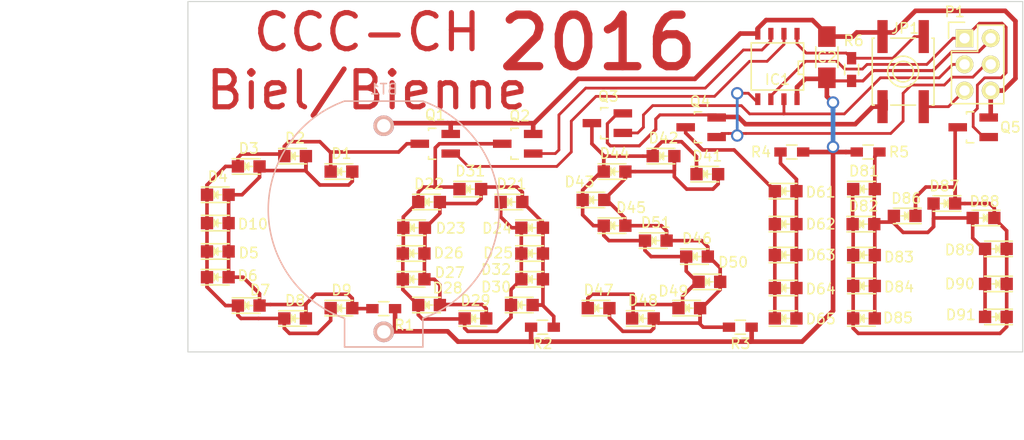
<source format=kicad_pcb>
(kicad_pcb (version 4) (host pcbnew 4.0.2+dfsg1-stable)

  (general
    (links 129)
    (no_connects 2)
    (area 101.200001 58.3 201.075 103.500001)
    (thickness 1.6)
    (drawings 8)
    (tracks 474)
    (zones 0)
    (modules 65)
    (nets 19)
  )

  (page A4)
  (title_block
    (title "Cosin Tag")
    (date 2016-06-15)
    (rev 1.1)
    (company CCC-CH)
    (comment 1 "KiCad Workhop CoSin 2016")
  )

  (layers
    (0 F.Cu signal hide)
    (31 B.Cu signal)
    (32 B.Adhes user)
    (33 F.Adhes user)
    (34 B.Paste user)
    (35 F.Paste user)
    (36 B.SilkS user)
    (37 F.SilkS user)
    (38 B.Mask user)
    (39 F.Mask user)
    (40 Dwgs.User user)
    (41 Cmts.User user)
    (42 Eco1.User user)
    (43 Eco2.User user)
    (44 Edge.Cuts user)
    (45 Margin user)
    (46 B.CrtYd user)
    (47 F.CrtYd user)
    (48 B.Fab user)
    (49 F.Fab user)
  )

  (setup
    (last_trace_width 0.27)
    (trace_clearance 0.2)
    (zone_clearance 0.508)
    (zone_45_only no)
    (trace_min 0.25)
    (segment_width 0.2)
    (edge_width 0.1)
    (via_size 1.2)
    (via_drill 0.8)
    (via_min_size 0.8)
    (via_min_drill 0.3)
    (uvia_size 0.3)
    (uvia_drill 0.1)
    (uvias_allowed no)
    (uvia_min_size 0.2)
    (uvia_min_drill 0.1)
    (pcb_text_width 0.3)
    (pcb_text_size 1.5 1.5)
    (mod_edge_width 0.15)
    (mod_text_size 1 1)
    (mod_text_width 0.15)
    (pad_size 1.5 1.5)
    (pad_drill 0.6)
    (pad_to_mask_clearance 0)
    (aux_axis_origin 0 0)
    (visible_elements FFFFEFFF)
    (pcbplotparams
      (layerselection 0x00030_80000001)
      (usegerberextensions false)
      (excludeedgelayer true)
      (linewidth 0.100000)
      (plotframeref false)
      (viasonmask false)
      (mode 1)
      (useauxorigin false)
      (hpglpennumber 1)
      (hpglpenspeed 20)
      (hpglpendiameter 15)
      (hpglpenoverlay 2)
      (psnegative false)
      (psa4output false)
      (plotreference true)
      (plotvalue true)
      (plotinvisibletext false)
      (padsonsilk false)
      (subtractmaskfromsilk false)
      (outputformat 1)
      (mirror false)
      (drillshape 1)
      (scaleselection 1)
      (outputdirectory ""))
  )

  (net 0 "")
  (net 1 VCC)
  (net 2 GND)
  (net 3 "Net-(D1-Pad1)")
  (net 4 "Net-(D1-Pad2)")
  (net 5 "Net-(D21-Pad1)")
  (net 6 "Net-(D21-Pad2)")
  (net 7 "Net-(D41-Pad1)")
  (net 8 "Net-(D41-Pad2)")
  (net 9 "Net-(D61-Pad1)")
  (net 10 "Net-(D61-Pad2)")
  (net 11 /~RESET)
  (net 12 /DIGIT4)
  (net 13 /DIGIT3)
  (net 14 /DIGIT2)
  (net 15 /DIGIT0)
  (net 16 /DIGIT1)
  (net 17 "Net-(D81-Pad2)")
  (net 18 "Net-(D81-Pad1)")

  (net_class Default "This is the default net class."
    (clearance 0.2)
    (trace_width 0.27)
    (via_dia 1.2)
    (via_drill 0.8)
    (uvia_dia 0.3)
    (uvia_drill 0.1)
    (add_net /DIGIT0)
    (add_net /DIGIT1)
    (add_net /DIGIT2)
    (add_net /DIGIT3)
    (add_net /DIGIT4)
    (add_net /~RESET)
  )

  (net_class Led ""
    (clearance 0.4)
    (trace_width 0.35)
    (via_dia 1.2)
    (via_drill 0.8)
    (uvia_dia 0.3)
    (uvia_drill 0.1)
    (add_net "Net-(D1-Pad1)")
    (add_net "Net-(D1-Pad2)")
    (add_net "Net-(D21-Pad1)")
    (add_net "Net-(D21-Pad2)")
    (add_net "Net-(D41-Pad1)")
    (add_net "Net-(D41-Pad2)")
    (add_net "Net-(D61-Pad1)")
    (add_net "Net-(D61-Pad2)")
    (add_net "Net-(D81-Pad1)")
    (add_net "Net-(D81-Pad2)")
  )

  (net_class Power ""
    (clearance 0.2)
    (trace_width 0.45)
    (via_dia 1.2)
    (via_drill 0.8)
    (uvia_dia 0.3)
    (uvia_drill 0.1)
    (add_net GND)
    (add_net VCC)
  )

  (module Pin_Headers:Pin_Header_Straight_2x03 (layer F.Cu) (tedit 54EA0A4B) (tstamp 574F6386)
    (at 195.16 62.56)
    (descr "Through hole pin header")
    (tags "pin header")
    (path /570B1B1B)
    (fp_text reference P1 (at -0.96 -2.56 180) (layer F.SilkS)
      (effects (font (size 1 1) (thickness 0.15)))
    )
    (fp_text value ISP (at 3.24 -2.56 180) (layer F.Fab)
      (effects (font (size 1 1) (thickness 0.15)))
    )
    (fp_line (start -1.27 1.27) (end -1.27 6.35) (layer F.SilkS) (width 0.15))
    (fp_line (start -1.55 -1.55) (end 0 -1.55) (layer F.SilkS) (width 0.15))
    (fp_line (start -1.75 -1.75) (end -1.75 6.85) (layer F.CrtYd) (width 0.05))
    (fp_line (start 4.3 -1.75) (end 4.3 6.85) (layer F.CrtYd) (width 0.05))
    (fp_line (start -1.75 -1.75) (end 4.3 -1.75) (layer F.CrtYd) (width 0.05))
    (fp_line (start -1.75 6.85) (end 4.3 6.85) (layer F.CrtYd) (width 0.05))
    (fp_line (start 1.27 -1.27) (end 1.27 1.27) (layer F.SilkS) (width 0.15))
    (fp_line (start 1.27 1.27) (end -1.27 1.27) (layer F.SilkS) (width 0.15))
    (fp_line (start -1.27 6.35) (end 3.81 6.35) (layer F.SilkS) (width 0.15))
    (fp_line (start 3.81 6.35) (end 3.81 1.27) (layer F.SilkS) (width 0.15))
    (fp_line (start -1.55 -1.55) (end -1.55 0) (layer F.SilkS) (width 0.15))
    (fp_line (start 3.81 -1.27) (end 1.27 -1.27) (layer F.SilkS) (width 0.15))
    (fp_line (start 3.81 1.27) (end 3.81 -1.27) (layer F.SilkS) (width 0.15))
    (pad 1 thru_hole rect (at 0 0) (size 1.7272 1.7272) (drill 1.016) (layers *.Cu *.Mask F.SilkS)
      (net 12 /DIGIT4))
    (pad 2 thru_hole oval (at 2.54 0) (size 1.7272 1.7272) (drill 1.016) (layers *.Cu *.Mask F.SilkS)
      (net 1 VCC))
    (pad 3 thru_hole oval (at 0 2.54) (size 1.7272 1.7272) (drill 1.016) (layers *.Cu *.Mask F.SilkS)
      (net 14 /DIGIT2))
    (pad 4 thru_hole oval (at 2.54 2.54) (size 1.7272 1.7272) (drill 1.016) (layers *.Cu *.Mask F.SilkS)
      (net 13 /DIGIT3))
    (pad 5 thru_hole oval (at 0 5.08) (size 1.7272 1.7272) (drill 1.016) (layers *.Cu *.Mask F.SilkS)
      (net 11 /~RESET))
    (pad 6 thru_hole oval (at 2.54 5.08) (size 1.7272 1.7272) (drill 1.016) (layers *.Cu *.Mask F.SilkS)
      (net 2 GND))
    (model Pin_Headers.3dshapes/Pin_Header_Straight_2x03.wrl
      (at (xyz 0.05 -0.1 0))
      (scale (xyz 1 1 1))
      (rotate (xyz 0 0 90))
    )
  )

  (module TO_SOT_Packages_SMD:SOT-23_Handsoldering (layer F.Cu) (tedit 54E9291B) (tstamp 574F63B2)
    (at 169.6 71.2 90)
    (descr "SOT-23, Handsoldering")
    (tags SOT-23)
    (path /570BDF42)
    (attr smd)
    (fp_text reference Q4 (at 2.5 -0.1 180) (layer F.SilkS)
      (effects (font (size 1 1) (thickness 0.15)))
    )
    (fp_text value 2N7002 (at 4 -0.8 180) (layer F.Fab)
      (effects (font (size 1 1) (thickness 0.15)))
    )
    (fp_line (start -1.49982 0.0508) (end -1.49982 -0.65024) (layer F.SilkS) (width 0.15))
    (fp_line (start -1.49982 -0.65024) (end -1.2509 -0.65024) (layer F.SilkS) (width 0.15))
    (fp_line (start 1.29916 -0.65024) (end 1.49982 -0.65024) (layer F.SilkS) (width 0.15))
    (fp_line (start 1.49982 -0.65024) (end 1.49982 0.0508) (layer F.SilkS) (width 0.15))
    (pad 1 smd rect (at -0.95 1.50114 90) (size 0.8001 1.80086) (layers F.Cu F.Paste F.Mask)
      (net 13 /DIGIT3))
    (pad 2 smd rect (at 0.95 1.50114 90) (size 0.8001 1.80086) (layers F.Cu F.Paste F.Mask)
      (net 2 GND))
    (pad 3 smd rect (at 0 -1.50114 90) (size 0.8001 1.80086) (layers F.Cu F.Paste F.Mask)
      (net 9 "Net-(D61-Pad1)"))
    (model TO_SOT_Packages_SMD.3dshapes/SOT-23_Handsoldering.wrl
      (at (xyz 0 0 0))
      (scale (xyz 1 1 1))
      (rotate (xyz 0 0 0))
    )
  )

  (module Buttons_Switches_SMD:SW_SPST_EVQP0 (layer F.Cu) (tedit 55DAF695) (tstamp 5753AF12)
    (at 189.2 65.8 90)
    (descr "Light Touch Switch")
    (path /570BE7E4)
    (attr smd)
    (fp_text reference JP1 (at 4.2 0.2 180) (layer F.SilkS)
      (effects (font (size 1 1) (thickness 0.15)))
    )
    (fp_text value RESET (at 6 0 180) (layer F.Fab)
      (effects (font (size 1 1) (thickness 0.15)))
    )
    (fp_line (start -5.25 -3.25) (end 5.25 -3.25) (layer F.CrtYd) (width 0.05))
    (fp_line (start 5.25 -3.25) (end 5.25 3.25) (layer F.CrtYd) (width 0.05))
    (fp_line (start 5.25 3.25) (end -5.25 3.25) (layer F.CrtYd) (width 0.05))
    (fp_line (start -5.25 3.25) (end -5.25 -3.25) (layer F.CrtYd) (width 0.05))
    (fp_line (start 3.25 -3) (end 3.25 -2.8) (layer F.SilkS) (width 0.15))
    (fp_line (start 3.25 3) (end 3.25 2.8) (layer F.SilkS) (width 0.15))
    (fp_line (start -3.25 3) (end -3.25 2.8) (layer F.SilkS) (width 0.15))
    (fp_line (start -3.25 -3) (end -3.25 -2.8) (layer F.SilkS) (width 0.15))
    (fp_line (start -3.25 -1.2) (end -3.25 1.2) (layer F.SilkS) (width 0.15))
    (fp_line (start 3.25 -1.2) (end 3.25 1.2) (layer F.SilkS) (width 0.15))
    (fp_line (start 3.25 -3) (end -3.25 -3) (layer F.SilkS) (width 0.15))
    (fp_line (start -3.25 3) (end 3.25 3) (layer F.SilkS) (width 0.15))
    (fp_circle (center 0 0) (end 1 0) (layer F.SilkS) (width 0.15))
    (fp_circle (center 0 0) (end 1.5 0) (layer F.SilkS) (width 0.15))
    (pad 1 smd rect (at 3.4 -2 90) (size 3.2 1) (layers F.Cu F.Paste F.Mask)
      (net 2 GND))
    (pad 1 smd rect (at -3.4 -2 90) (size 3.2 1) (layers F.Cu F.Paste F.Mask)
      (net 2 GND))
    (pad 2 smd rect (at -3.4 2 90) (size 3.2 1) (layers F.Cu F.Paste F.Mask)
      (net 11 /~RESET))
    (pad 2 smd rect (at 3.4 2 90) (size 3.2 1) (layers F.Cu F.Paste F.Mask)
      (net 11 /~RESET))
  )

  (module TO_SOT_Packages_SMD:SOT-23_Handsoldering (layer F.Cu) (tedit 54E9291B) (tstamp 574F63BD)
    (at 196 71.2 90)
    (descr "SOT-23, Handsoldering")
    (tags SOT-23)
    (path /570BE0BF)
    (attr smd)
    (fp_text reference Q5 (at 0 3.6 180) (layer F.SilkS)
      (effects (font (size 1 1) (thickness 0.15)))
    )
    (fp_text value 2N7002 (at -2.5 1 180) (layer F.Fab)
      (effects (font (size 1 1) (thickness 0.15)))
    )
    (fp_line (start -1.49982 0.0508) (end -1.49982 -0.65024) (layer F.SilkS) (width 0.15))
    (fp_line (start -1.49982 -0.65024) (end -1.2509 -0.65024) (layer F.SilkS) (width 0.15))
    (fp_line (start 1.29916 -0.65024) (end 1.49982 -0.65024) (layer F.SilkS) (width 0.15))
    (fp_line (start 1.49982 -0.65024) (end 1.49982 0.0508) (layer F.SilkS) (width 0.15))
    (pad 1 smd rect (at -0.95 1.50114 90) (size 0.8001 1.80086) (layers F.Cu F.Paste F.Mask)
      (net 12 /DIGIT4))
    (pad 2 smd rect (at 0.95 1.50114 90) (size 0.8001 1.80086) (layers F.Cu F.Paste F.Mask)
      (net 2 GND))
    (pad 3 smd rect (at 0 -1.50114 90) (size 0.8001 1.80086) (layers F.Cu F.Paste F.Mask)
      (net 18 "Net-(D81-Pad1)"))
    (model TO_SOT_Packages_SMD.3dshapes/SOT-23_Handsoldering.wrl
      (at (xyz 0 0 0))
      (scale (xyz 1 1 1))
      (rotate (xyz 0 0 0))
    )
  )

  (module TO_SOT_Packages_SMD:SOT-23_Handsoldering (layer F.Cu) (tedit 54E9291B) (tstamp 574F639C)
    (at 151.8 72.8 90)
    (descr "SOT-23, Handsoldering")
    (tags SOT-23)
    (path /570BDC43)
    (attr smd)
    (fp_text reference Q2 (at 2.7 0.2 180) (layer F.SilkS)
      (effects (font (size 1 1) (thickness 0.15)))
    )
    (fp_text value 2N7002 (at 4.2 0.4 180) (layer F.Fab)
      (effects (font (size 1 1) (thickness 0.15)))
    )
    (fp_line (start -1.49982 0.0508) (end -1.49982 -0.65024) (layer F.SilkS) (width 0.15))
    (fp_line (start -1.49982 -0.65024) (end -1.2509 -0.65024) (layer F.SilkS) (width 0.15))
    (fp_line (start 1.29916 -0.65024) (end 1.49982 -0.65024) (layer F.SilkS) (width 0.15))
    (fp_line (start 1.49982 -0.65024) (end 1.49982 0.0508) (layer F.SilkS) (width 0.15))
    (pad 1 smd rect (at -0.95 1.50114 90) (size 0.8001 1.80086) (layers F.Cu F.Paste F.Mask)
      (net 16 /DIGIT1))
    (pad 2 smd rect (at 0.95 1.50114 90) (size 0.8001 1.80086) (layers F.Cu F.Paste F.Mask)
      (net 2 GND))
    (pad 3 smd rect (at 0 -1.50114 90) (size 0.8001 1.80086) (layers F.Cu F.Paste F.Mask)
      (net 5 "Net-(D21-Pad1)"))
    (model TO_SOT_Packages_SMD.3dshapes/SOT-23_Handsoldering.wrl
      (at (xyz 0 0 0))
      (scale (xyz 1 1 1))
      (rotate (xyz 0 0 0))
    )
  )

  (module TO_SOT_Packages_SMD:SOT-23_Handsoldering (layer F.Cu) (tedit 54E9291B) (tstamp 574F63A7)
    (at 160.50114 70.8 90)
    (descr "SOT-23, Handsoldering")
    (tags SOT-23)
    (path /570BDDC4)
    (attr smd)
    (fp_text reference Q3 (at 2.6 0.09886 180) (layer F.SilkS)
      (effects (font (size 1 1) (thickness 0.15)))
    )
    (fp_text value 2N7002 (at 4 0.09886 180) (layer F.Fab)
      (effects (font (size 1 1) (thickness 0.15)))
    )
    (fp_line (start -1.49982 0.0508) (end -1.49982 -0.65024) (layer F.SilkS) (width 0.15))
    (fp_line (start -1.49982 -0.65024) (end -1.2509 -0.65024) (layer F.SilkS) (width 0.15))
    (fp_line (start 1.29916 -0.65024) (end 1.49982 -0.65024) (layer F.SilkS) (width 0.15))
    (fp_line (start 1.49982 -0.65024) (end 1.49982 0.0508) (layer F.SilkS) (width 0.15))
    (pad 1 smd rect (at -0.95 1.50114 90) (size 0.8001 1.80086) (layers F.Cu F.Paste F.Mask)
      (net 14 /DIGIT2))
    (pad 2 smd rect (at 0.95 1.50114 90) (size 0.8001 1.80086) (layers F.Cu F.Paste F.Mask)
      (net 2 GND))
    (pad 3 smd rect (at 0 -1.50114 90) (size 0.8001 1.80086) (layers F.Cu F.Paste F.Mask)
      (net 7 "Net-(D41-Pad1)"))
    (model TO_SOT_Packages_SMD.3dshapes/SOT-23_Handsoldering.wrl
      (at (xyz 0 0 0))
      (scale (xyz 1 1 1))
      (rotate (xyz 0 0 0))
    )
  )

  (module Resistors_SMD:R_0603_HandSoldering (layer F.Cu) (tedit 5418A00F) (tstamp 574F73B0)
    (at 154.2 90.6)
    (descr "Resistor SMD 0603, hand soldering")
    (tags "resistor 0603")
    (path /570C1382)
    (attr smd)
    (fp_text reference R2 (at 0 1.6) (layer F.SilkS)
      (effects (font (size 1 1) (thickness 0.15)))
    )
    (fp_text value 8.2 (at 1.9 -1.6) (layer F.Fab)
      (effects (font (size 1 1) (thickness 0.15)))
    )
    (fp_line (start -2 -0.8) (end 2 -0.8) (layer F.CrtYd) (width 0.05))
    (fp_line (start -2 0.8) (end 2 0.8) (layer F.CrtYd) (width 0.05))
    (fp_line (start -2 -0.8) (end -2 0.8) (layer F.CrtYd) (width 0.05))
    (fp_line (start 2 -0.8) (end 2 0.8) (layer F.CrtYd) (width 0.05))
    (fp_line (start 0.5 0.675) (end -0.5 0.675) (layer F.SilkS) (width 0.15))
    (fp_line (start -0.5 -0.675) (end 0.5 -0.675) (layer F.SilkS) (width 0.15))
    (pad 1 smd rect (at -1.1 0) (size 1.2 0.9) (layers F.Cu F.Paste F.Mask)
      (net 1 VCC))
    (pad 2 smd rect (at 1.1 0) (size 1.2 0.9) (layers F.Cu F.Paste F.Mask)
      (net 6 "Net-(D21-Pad2)"))
    (model Resistors_SMD.3dshapes/R_0603_HandSoldering.wrl
      (at (xyz 0 0 0))
      (scale (xyz 1 1 1))
      (rotate (xyz 0 0 0))
    )
  )

  (module LEDs:LED_0805 (layer F.Cu) (tedit 55BDE1C2) (tstamp 5753AE49)
    (at 198.2 89.6 180)
    (descr "LED 0805 smd package")
    (tags "LED 0805 SMD")
    (path /570C2138)
    (attr smd)
    (fp_text reference D91 (at 3.4 0.2 180) (layer F.SilkS)
      (effects (font (size 1 1) (thickness 0.15)))
    )
    (fp_text value LED (at 0 1.75 180) (layer F.Fab)
      (effects (font (size 1 1) (thickness 0.15)))
    )
    (fp_line (start -1.6 0.75) (end 1.1 0.75) (layer F.SilkS) (width 0.15))
    (fp_line (start -1.6 -0.75) (end 1.1 -0.75) (layer F.SilkS) (width 0.15))
    (fp_line (start -0.1 0.15) (end -0.1 -0.1) (layer F.SilkS) (width 0.15))
    (fp_line (start -0.1 -0.1) (end -0.25 0.05) (layer F.SilkS) (width 0.15))
    (fp_line (start -0.35 -0.35) (end -0.35 0.35) (layer F.SilkS) (width 0.15))
    (fp_line (start 0 0) (end 0.35 0) (layer F.SilkS) (width 0.15))
    (fp_line (start -0.35 0) (end 0 -0.35) (layer F.SilkS) (width 0.15))
    (fp_line (start 0 -0.35) (end 0 0.35) (layer F.SilkS) (width 0.15))
    (fp_line (start 0 0.35) (end -0.35 0) (layer F.SilkS) (width 0.15))
    (fp_line (start 1.9 -0.95) (end 1.9 0.95) (layer F.CrtYd) (width 0.05))
    (fp_line (start 1.9 0.95) (end -1.9 0.95) (layer F.CrtYd) (width 0.05))
    (fp_line (start -1.9 0.95) (end -1.9 -0.95) (layer F.CrtYd) (width 0.05))
    (fp_line (start -1.9 -0.95) (end 1.9 -0.95) (layer F.CrtYd) (width 0.05))
    (pad 2 smd rect (at 1.04902 0) (size 1.19888 1.19888) (layers F.Cu F.Paste F.Mask)
      (net 17 "Net-(D81-Pad2)"))
    (pad 1 smd rect (at -1.04902 0) (size 1.19888 1.19888) (layers F.Cu F.Paste F.Mask)
      (net 18 "Net-(D81-Pad1)"))
    (model LEDs.3dshapes/LED_0805.wrl
      (at (xyz 0 0 0))
      (scale (xyz 1 1 1))
      (rotate (xyz 0 0 0))
    )
  )

  (module LEDs:LED_0805 (layer F.Cu) (tedit 55BDE1C2) (tstamp 5753AE37)
    (at 198.2 86.4 180)
    (descr "LED 0805 smd package")
    (tags "LED 0805 SMD")
    (path /570C2132)
    (attr smd)
    (fp_text reference D90 (at 3.5 0 180) (layer F.SilkS)
      (effects (font (size 1 1) (thickness 0.15)))
    )
    (fp_text value LED (at 0 1.75 180) (layer F.Fab)
      (effects (font (size 1 1) (thickness 0.15)))
    )
    (fp_line (start -1.6 0.75) (end 1.1 0.75) (layer F.SilkS) (width 0.15))
    (fp_line (start -1.6 -0.75) (end 1.1 -0.75) (layer F.SilkS) (width 0.15))
    (fp_line (start -0.1 0.15) (end -0.1 -0.1) (layer F.SilkS) (width 0.15))
    (fp_line (start -0.1 -0.1) (end -0.25 0.05) (layer F.SilkS) (width 0.15))
    (fp_line (start -0.35 -0.35) (end -0.35 0.35) (layer F.SilkS) (width 0.15))
    (fp_line (start 0 0) (end 0.35 0) (layer F.SilkS) (width 0.15))
    (fp_line (start -0.35 0) (end 0 -0.35) (layer F.SilkS) (width 0.15))
    (fp_line (start 0 -0.35) (end 0 0.35) (layer F.SilkS) (width 0.15))
    (fp_line (start 0 0.35) (end -0.35 0) (layer F.SilkS) (width 0.15))
    (fp_line (start 1.9 -0.95) (end 1.9 0.95) (layer F.CrtYd) (width 0.05))
    (fp_line (start 1.9 0.95) (end -1.9 0.95) (layer F.CrtYd) (width 0.05))
    (fp_line (start -1.9 0.95) (end -1.9 -0.95) (layer F.CrtYd) (width 0.05))
    (fp_line (start -1.9 -0.95) (end 1.9 -0.95) (layer F.CrtYd) (width 0.05))
    (pad 2 smd rect (at 1.04902 0) (size 1.19888 1.19888) (layers F.Cu F.Paste F.Mask)
      (net 17 "Net-(D81-Pad2)"))
    (pad 1 smd rect (at -1.04902 0) (size 1.19888 1.19888) (layers F.Cu F.Paste F.Mask)
      (net 18 "Net-(D81-Pad1)"))
    (model LEDs.3dshapes/LED_0805.wrl
      (at (xyz 0 0 0))
      (scale (xyz 1 1 1))
      (rotate (xyz 0 0 0))
    )
  )

  (module LEDs:LED_0805 (layer F.Cu) (tedit 55BDE1C2) (tstamp 5753AE25)
    (at 198.2 83 180)
    (descr "LED 0805 smd package")
    (tags "LED 0805 SMD")
    (path /570C212C)
    (attr smd)
    (fp_text reference D89 (at 3.5 -0.1 180) (layer F.SilkS)
      (effects (font (size 1 1) (thickness 0.15)))
    )
    (fp_text value LED (at 0 1.75 180) (layer F.Fab)
      (effects (font (size 1 1) (thickness 0.15)))
    )
    (fp_line (start -1.6 0.75) (end 1.1 0.75) (layer F.SilkS) (width 0.15))
    (fp_line (start -1.6 -0.75) (end 1.1 -0.75) (layer F.SilkS) (width 0.15))
    (fp_line (start -0.1 0.15) (end -0.1 -0.1) (layer F.SilkS) (width 0.15))
    (fp_line (start -0.1 -0.1) (end -0.25 0.05) (layer F.SilkS) (width 0.15))
    (fp_line (start -0.35 -0.35) (end -0.35 0.35) (layer F.SilkS) (width 0.15))
    (fp_line (start 0 0) (end 0.35 0) (layer F.SilkS) (width 0.15))
    (fp_line (start -0.35 0) (end 0 -0.35) (layer F.SilkS) (width 0.15))
    (fp_line (start 0 -0.35) (end 0 0.35) (layer F.SilkS) (width 0.15))
    (fp_line (start 0 0.35) (end -0.35 0) (layer F.SilkS) (width 0.15))
    (fp_line (start 1.9 -0.95) (end 1.9 0.95) (layer F.CrtYd) (width 0.05))
    (fp_line (start 1.9 0.95) (end -1.9 0.95) (layer F.CrtYd) (width 0.05))
    (fp_line (start -1.9 0.95) (end -1.9 -0.95) (layer F.CrtYd) (width 0.05))
    (fp_line (start -1.9 -0.95) (end 1.9 -0.95) (layer F.CrtYd) (width 0.05))
    (pad 2 smd rect (at 1.04902 0) (size 1.19888 1.19888) (layers F.Cu F.Paste F.Mask)
      (net 17 "Net-(D81-Pad2)"))
    (pad 1 smd rect (at -1.04902 0) (size 1.19888 1.19888) (layers F.Cu F.Paste F.Mask)
      (net 18 "Net-(D81-Pad1)"))
    (model LEDs.3dshapes/LED_0805.wrl
      (at (xyz 0 0 0))
      (scale (xyz 1 1 1))
      (rotate (xyz 0 0 0))
    )
  )

  (module LEDs:LED_0805 (layer F.Cu) (tedit 55BDE1C2) (tstamp 5753AE13)
    (at 197 80 180)
    (descr "LED 0805 smd package")
    (tags "LED 0805 SMD")
    (path /570C2126)
    (attr smd)
    (fp_text reference D88 (at -0.1 1.6 180) (layer F.SilkS)
      (effects (font (size 1 1) (thickness 0.15)))
    )
    (fp_text value LED (at 0 3 180) (layer F.Fab)
      (effects (font (size 1 1) (thickness 0.15)))
    )
    (fp_line (start -1.6 0.75) (end 1.1 0.75) (layer F.SilkS) (width 0.15))
    (fp_line (start -1.6 -0.75) (end 1.1 -0.75) (layer F.SilkS) (width 0.15))
    (fp_line (start -0.1 0.15) (end -0.1 -0.1) (layer F.SilkS) (width 0.15))
    (fp_line (start -0.1 -0.1) (end -0.25 0.05) (layer F.SilkS) (width 0.15))
    (fp_line (start -0.35 -0.35) (end -0.35 0.35) (layer F.SilkS) (width 0.15))
    (fp_line (start 0 0) (end 0.35 0) (layer F.SilkS) (width 0.15))
    (fp_line (start -0.35 0) (end 0 -0.35) (layer F.SilkS) (width 0.15))
    (fp_line (start 0 -0.35) (end 0 0.35) (layer F.SilkS) (width 0.15))
    (fp_line (start 0 0.35) (end -0.35 0) (layer F.SilkS) (width 0.15))
    (fp_line (start 1.9 -0.95) (end 1.9 0.95) (layer F.CrtYd) (width 0.05))
    (fp_line (start 1.9 0.95) (end -1.9 0.95) (layer F.CrtYd) (width 0.05))
    (fp_line (start -1.9 0.95) (end -1.9 -0.95) (layer F.CrtYd) (width 0.05))
    (fp_line (start -1.9 -0.95) (end 1.9 -0.95) (layer F.CrtYd) (width 0.05))
    (pad 2 smd rect (at 1.04902 0) (size 1.19888 1.19888) (layers F.Cu F.Paste F.Mask)
      (net 17 "Net-(D81-Pad2)"))
    (pad 1 smd rect (at -1.04902 0) (size 1.19888 1.19888) (layers F.Cu F.Paste F.Mask)
      (net 18 "Net-(D81-Pad1)"))
    (model LEDs.3dshapes/LED_0805.wrl
      (at (xyz 0 0 0))
      (scale (xyz 1 1 1))
      (rotate (xyz 0 0 0))
    )
  )

  (module LEDs:LED_0805 (layer F.Cu) (tedit 55BDE1C2) (tstamp 5753AE01)
    (at 193.2 78.6 180)
    (descr "LED 0805 smd package")
    (tags "LED 0805 SMD")
    (path /570C2120)
    (attr smd)
    (fp_text reference D87 (at 0 1.7 180) (layer F.SilkS)
      (effects (font (size 1 1) (thickness 0.15)))
    )
    (fp_text value LED (at 0 3 180) (layer F.Fab)
      (effects (font (size 1 1) (thickness 0.15)))
    )
    (fp_line (start -1.6 0.75) (end 1.1 0.75) (layer F.SilkS) (width 0.15))
    (fp_line (start -1.6 -0.75) (end 1.1 -0.75) (layer F.SilkS) (width 0.15))
    (fp_line (start -0.1 0.15) (end -0.1 -0.1) (layer F.SilkS) (width 0.15))
    (fp_line (start -0.1 -0.1) (end -0.25 0.05) (layer F.SilkS) (width 0.15))
    (fp_line (start -0.35 -0.35) (end -0.35 0.35) (layer F.SilkS) (width 0.15))
    (fp_line (start 0 0) (end 0.35 0) (layer F.SilkS) (width 0.15))
    (fp_line (start -0.35 0) (end 0 -0.35) (layer F.SilkS) (width 0.15))
    (fp_line (start 0 -0.35) (end 0 0.35) (layer F.SilkS) (width 0.15))
    (fp_line (start 0 0.35) (end -0.35 0) (layer F.SilkS) (width 0.15))
    (fp_line (start 1.9 -0.95) (end 1.9 0.95) (layer F.CrtYd) (width 0.05))
    (fp_line (start 1.9 0.95) (end -1.9 0.95) (layer F.CrtYd) (width 0.05))
    (fp_line (start -1.9 0.95) (end -1.9 -0.95) (layer F.CrtYd) (width 0.05))
    (fp_line (start -1.9 -0.95) (end 1.9 -0.95) (layer F.CrtYd) (width 0.05))
    (pad 2 smd rect (at 1.04902 0) (size 1.19888 1.19888) (layers F.Cu F.Paste F.Mask)
      (net 17 "Net-(D81-Pad2)"))
    (pad 1 smd rect (at -1.04902 0) (size 1.19888 1.19888) (layers F.Cu F.Paste F.Mask)
      (net 18 "Net-(D81-Pad1)"))
    (model LEDs.3dshapes/LED_0805.wrl
      (at (xyz 0 0 0))
      (scale (xyz 1 1 1))
      (rotate (xyz 0 0 0))
    )
  )

  (module LEDs:LED_0805 (layer F.Cu) (tedit 55BDE1C2) (tstamp 5753ADEF)
    (at 189.35098 79.8 180)
    (descr "LED 0805 smd package")
    (tags "LED 0805 SMD")
    (path /570C211A)
    (attr smd)
    (fp_text reference D86 (at -0.14902 1.7 180) (layer F.SilkS)
      (effects (font (size 1 1) (thickness 0.15)))
    )
    (fp_text value LED (at -0.24902 3 180) (layer F.Fab)
      (effects (font (size 1 1) (thickness 0.15)))
    )
    (fp_line (start -1.6 0.75) (end 1.1 0.75) (layer F.SilkS) (width 0.15))
    (fp_line (start -1.6 -0.75) (end 1.1 -0.75) (layer F.SilkS) (width 0.15))
    (fp_line (start -0.1 0.15) (end -0.1 -0.1) (layer F.SilkS) (width 0.15))
    (fp_line (start -0.1 -0.1) (end -0.25 0.05) (layer F.SilkS) (width 0.15))
    (fp_line (start -0.35 -0.35) (end -0.35 0.35) (layer F.SilkS) (width 0.15))
    (fp_line (start 0 0) (end 0.35 0) (layer F.SilkS) (width 0.15))
    (fp_line (start -0.35 0) (end 0 -0.35) (layer F.SilkS) (width 0.15))
    (fp_line (start 0 -0.35) (end 0 0.35) (layer F.SilkS) (width 0.15))
    (fp_line (start 0 0.35) (end -0.35 0) (layer F.SilkS) (width 0.15))
    (fp_line (start 1.9 -0.95) (end 1.9 0.95) (layer F.CrtYd) (width 0.05))
    (fp_line (start 1.9 0.95) (end -1.9 0.95) (layer F.CrtYd) (width 0.05))
    (fp_line (start -1.9 0.95) (end -1.9 -0.95) (layer F.CrtYd) (width 0.05))
    (fp_line (start -1.9 -0.95) (end 1.9 -0.95) (layer F.CrtYd) (width 0.05))
    (pad 2 smd rect (at 1.04902 0) (size 1.19888 1.19888) (layers F.Cu F.Paste F.Mask)
      (net 17 "Net-(D81-Pad2)"))
    (pad 1 smd rect (at -1.04902 0) (size 1.19888 1.19888) (layers F.Cu F.Paste F.Mask)
      (net 18 "Net-(D81-Pad1)"))
    (model LEDs.3dshapes/LED_0805.wrl
      (at (xyz 0 0 0))
      (scale (xyz 1 1 1))
      (rotate (xyz 0 0 0))
    )
  )

  (module LEDs:LED_0805 (layer F.Cu) (tedit 55BDE1C2) (tstamp 5753ADDD)
    (at 185.4 89.75)
    (descr "LED 0805 smd package")
    (tags "LED 0805 SMD")
    (path /570C2114)
    (attr smd)
    (fp_text reference D85 (at 3.3 -0.05) (layer F.SilkS)
      (effects (font (size 1 1) (thickness 0.15)))
    )
    (fp_text value LED (at 0 1.75) (layer F.Fab)
      (effects (font (size 1 1) (thickness 0.15)))
    )
    (fp_line (start -1.6 0.75) (end 1.1 0.75) (layer F.SilkS) (width 0.15))
    (fp_line (start -1.6 -0.75) (end 1.1 -0.75) (layer F.SilkS) (width 0.15))
    (fp_line (start -0.1 0.15) (end -0.1 -0.1) (layer F.SilkS) (width 0.15))
    (fp_line (start -0.1 -0.1) (end -0.25 0.05) (layer F.SilkS) (width 0.15))
    (fp_line (start -0.35 -0.35) (end -0.35 0.35) (layer F.SilkS) (width 0.15))
    (fp_line (start 0 0) (end 0.35 0) (layer F.SilkS) (width 0.15))
    (fp_line (start -0.35 0) (end 0 -0.35) (layer F.SilkS) (width 0.15))
    (fp_line (start 0 -0.35) (end 0 0.35) (layer F.SilkS) (width 0.15))
    (fp_line (start 0 0.35) (end -0.35 0) (layer F.SilkS) (width 0.15))
    (fp_line (start 1.9 -0.95) (end 1.9 0.95) (layer F.CrtYd) (width 0.05))
    (fp_line (start 1.9 0.95) (end -1.9 0.95) (layer F.CrtYd) (width 0.05))
    (fp_line (start -1.9 0.95) (end -1.9 -0.95) (layer F.CrtYd) (width 0.05))
    (fp_line (start -1.9 -0.95) (end 1.9 -0.95) (layer F.CrtYd) (width 0.05))
    (pad 2 smd rect (at 1.04902 0 180) (size 1.19888 1.19888) (layers F.Cu F.Paste F.Mask)
      (net 17 "Net-(D81-Pad2)"))
    (pad 1 smd rect (at -1.04902 0 180) (size 1.19888 1.19888) (layers F.Cu F.Paste F.Mask)
      (net 18 "Net-(D81-Pad1)"))
    (model LEDs.3dshapes/LED_0805.wrl
      (at (xyz 0 0 0))
      (scale (xyz 1 1 1))
      (rotate (xyz 0 0 0))
    )
  )

  (module LEDs:LED_0805 (layer F.Cu) (tedit 55BDE1C2) (tstamp 5753ADCB)
    (at 185.4 86.6)
    (descr "LED 0805 smd package")
    (tags "LED 0805 SMD")
    (path /570C210E)
    (attr smd)
    (fp_text reference D84 (at 3.4 0.1) (layer F.SilkS)
      (effects (font (size 1 1) (thickness 0.15)))
    )
    (fp_text value LED (at 0 1.75) (layer F.Fab)
      (effects (font (size 1 1) (thickness 0.15)))
    )
    (fp_line (start -1.6 0.75) (end 1.1 0.75) (layer F.SilkS) (width 0.15))
    (fp_line (start -1.6 -0.75) (end 1.1 -0.75) (layer F.SilkS) (width 0.15))
    (fp_line (start -0.1 0.15) (end -0.1 -0.1) (layer F.SilkS) (width 0.15))
    (fp_line (start -0.1 -0.1) (end -0.25 0.05) (layer F.SilkS) (width 0.15))
    (fp_line (start -0.35 -0.35) (end -0.35 0.35) (layer F.SilkS) (width 0.15))
    (fp_line (start 0 0) (end 0.35 0) (layer F.SilkS) (width 0.15))
    (fp_line (start -0.35 0) (end 0 -0.35) (layer F.SilkS) (width 0.15))
    (fp_line (start 0 -0.35) (end 0 0.35) (layer F.SilkS) (width 0.15))
    (fp_line (start 0 0.35) (end -0.35 0) (layer F.SilkS) (width 0.15))
    (fp_line (start 1.9 -0.95) (end 1.9 0.95) (layer F.CrtYd) (width 0.05))
    (fp_line (start 1.9 0.95) (end -1.9 0.95) (layer F.CrtYd) (width 0.05))
    (fp_line (start -1.9 0.95) (end -1.9 -0.95) (layer F.CrtYd) (width 0.05))
    (fp_line (start -1.9 -0.95) (end 1.9 -0.95) (layer F.CrtYd) (width 0.05))
    (pad 2 smd rect (at 1.04902 0 180) (size 1.19888 1.19888) (layers F.Cu F.Paste F.Mask)
      (net 17 "Net-(D81-Pad2)"))
    (pad 1 smd rect (at -1.04902 0 180) (size 1.19888 1.19888) (layers F.Cu F.Paste F.Mask)
      (net 18 "Net-(D81-Pad1)"))
    (model LEDs.3dshapes/LED_0805.wrl
      (at (xyz 0 0 0))
      (scale (xyz 1 1 1))
      (rotate (xyz 0 0 0))
    )
  )

  (module LEDs:LED_0805 (layer F.Cu) (tedit 55BDE1C2) (tstamp 5753ADB9)
    (at 185.4 83.6)
    (descr "LED 0805 smd package")
    (tags "LED 0805 SMD")
    (path /570C2108)
    (attr smd)
    (fp_text reference D83 (at 3.4 0.2) (layer F.SilkS)
      (effects (font (size 1 1) (thickness 0.15)))
    )
    (fp_text value LED (at 0 1.75) (layer F.Fab)
      (effects (font (size 1 1) (thickness 0.15)))
    )
    (fp_line (start -1.6 0.75) (end 1.1 0.75) (layer F.SilkS) (width 0.15))
    (fp_line (start -1.6 -0.75) (end 1.1 -0.75) (layer F.SilkS) (width 0.15))
    (fp_line (start -0.1 0.15) (end -0.1 -0.1) (layer F.SilkS) (width 0.15))
    (fp_line (start -0.1 -0.1) (end -0.25 0.05) (layer F.SilkS) (width 0.15))
    (fp_line (start -0.35 -0.35) (end -0.35 0.35) (layer F.SilkS) (width 0.15))
    (fp_line (start 0 0) (end 0.35 0) (layer F.SilkS) (width 0.15))
    (fp_line (start -0.35 0) (end 0 -0.35) (layer F.SilkS) (width 0.15))
    (fp_line (start 0 -0.35) (end 0 0.35) (layer F.SilkS) (width 0.15))
    (fp_line (start 0 0.35) (end -0.35 0) (layer F.SilkS) (width 0.15))
    (fp_line (start 1.9 -0.95) (end 1.9 0.95) (layer F.CrtYd) (width 0.05))
    (fp_line (start 1.9 0.95) (end -1.9 0.95) (layer F.CrtYd) (width 0.05))
    (fp_line (start -1.9 0.95) (end -1.9 -0.95) (layer F.CrtYd) (width 0.05))
    (fp_line (start -1.9 -0.95) (end 1.9 -0.95) (layer F.CrtYd) (width 0.05))
    (pad 2 smd rect (at 1.04902 0 180) (size 1.19888 1.19888) (layers F.Cu F.Paste F.Mask)
      (net 17 "Net-(D81-Pad2)"))
    (pad 1 smd rect (at -1.04902 0 180) (size 1.19888 1.19888) (layers F.Cu F.Paste F.Mask)
      (net 18 "Net-(D81-Pad1)"))
    (model LEDs.3dshapes/LED_0805.wrl
      (at (xyz 0 0 0))
      (scale (xyz 1 1 1))
      (rotate (xyz 0 0 0))
    )
  )

  (module LEDs:LED_0805 (layer F.Cu) (tedit 55BDE1C2) (tstamp 5753ADA7)
    (at 185.35098 80.6)
    (descr "LED 0805 smd package")
    (tags "LED 0805 SMD")
    (path /570C2102)
    (attr smd)
    (fp_text reference D82 (at 0 -1.75) (layer F.SilkS)
      (effects (font (size 1 1) (thickness 0.15)))
    )
    (fp_text value LED (at 0 1.75) (layer F.Fab)
      (effects (font (size 1 1) (thickness 0.15)))
    )
    (fp_line (start -1.6 0.75) (end 1.1 0.75) (layer F.SilkS) (width 0.15))
    (fp_line (start -1.6 -0.75) (end 1.1 -0.75) (layer F.SilkS) (width 0.15))
    (fp_line (start -0.1 0.15) (end -0.1 -0.1) (layer F.SilkS) (width 0.15))
    (fp_line (start -0.1 -0.1) (end -0.25 0.05) (layer F.SilkS) (width 0.15))
    (fp_line (start -0.35 -0.35) (end -0.35 0.35) (layer F.SilkS) (width 0.15))
    (fp_line (start 0 0) (end 0.35 0) (layer F.SilkS) (width 0.15))
    (fp_line (start -0.35 0) (end 0 -0.35) (layer F.SilkS) (width 0.15))
    (fp_line (start 0 -0.35) (end 0 0.35) (layer F.SilkS) (width 0.15))
    (fp_line (start 0 0.35) (end -0.35 0) (layer F.SilkS) (width 0.15))
    (fp_line (start 1.9 -0.95) (end 1.9 0.95) (layer F.CrtYd) (width 0.05))
    (fp_line (start 1.9 0.95) (end -1.9 0.95) (layer F.CrtYd) (width 0.05))
    (fp_line (start -1.9 0.95) (end -1.9 -0.95) (layer F.CrtYd) (width 0.05))
    (fp_line (start -1.9 -0.95) (end 1.9 -0.95) (layer F.CrtYd) (width 0.05))
    (pad 2 smd rect (at 1.04902 0 180) (size 1.19888 1.19888) (layers F.Cu F.Paste F.Mask)
      (net 17 "Net-(D81-Pad2)"))
    (pad 1 smd rect (at -1.04902 0 180) (size 1.19888 1.19888) (layers F.Cu F.Paste F.Mask)
      (net 18 "Net-(D81-Pad1)"))
    (model LEDs.3dshapes/LED_0805.wrl
      (at (xyz 0 0 0))
      (scale (xyz 1 1 1))
      (rotate (xyz 0 0 0))
    )
  )

  (module LEDs:LED_0805 (layer F.Cu) (tedit 55BDE1C2) (tstamp 5753AD95)
    (at 185.4 77.2)
    (descr "LED 0805 smd package")
    (tags "LED 0805 SMD")
    (path /570C20FC)
    (attr smd)
    (fp_text reference D81 (at 0 -1.75) (layer F.SilkS)
      (effects (font (size 1 1) (thickness 0.15)))
    )
    (fp_text value LED (at 0 1.75) (layer F.Fab)
      (effects (font (size 1 1) (thickness 0.15)))
    )
    (fp_line (start -1.6 0.75) (end 1.1 0.75) (layer F.SilkS) (width 0.15))
    (fp_line (start -1.6 -0.75) (end 1.1 -0.75) (layer F.SilkS) (width 0.15))
    (fp_line (start -0.1 0.15) (end -0.1 -0.1) (layer F.SilkS) (width 0.15))
    (fp_line (start -0.1 -0.1) (end -0.25 0.05) (layer F.SilkS) (width 0.15))
    (fp_line (start -0.35 -0.35) (end -0.35 0.35) (layer F.SilkS) (width 0.15))
    (fp_line (start 0 0) (end 0.35 0) (layer F.SilkS) (width 0.15))
    (fp_line (start -0.35 0) (end 0 -0.35) (layer F.SilkS) (width 0.15))
    (fp_line (start 0 -0.35) (end 0 0.35) (layer F.SilkS) (width 0.15))
    (fp_line (start 0 0.35) (end -0.35 0) (layer F.SilkS) (width 0.15))
    (fp_line (start 1.9 -0.95) (end 1.9 0.95) (layer F.CrtYd) (width 0.05))
    (fp_line (start 1.9 0.95) (end -1.9 0.95) (layer F.CrtYd) (width 0.05))
    (fp_line (start -1.9 0.95) (end -1.9 -0.95) (layer F.CrtYd) (width 0.05))
    (fp_line (start -1.9 -0.95) (end 1.9 -0.95) (layer F.CrtYd) (width 0.05))
    (pad 2 smd rect (at 1.04902 0 180) (size 1.19888 1.19888) (layers F.Cu F.Paste F.Mask)
      (net 17 "Net-(D81-Pad2)"))
    (pad 1 smd rect (at -1.04902 0 180) (size 1.19888 1.19888) (layers F.Cu F.Paste F.Mask)
      (net 18 "Net-(D81-Pad1)"))
    (model LEDs.3dshapes/LED_0805.wrl
      (at (xyz 0 0 0))
      (scale (xyz 1 1 1))
      (rotate (xyz 0 0 0))
    )
  )

  (module LEDs:LED_0805 (layer F.Cu) (tedit 55BDE1C2) (tstamp 5753AC75)
    (at 177.8 89.75)
    (descr "LED 0805 smd package")
    (tags "LED 0805 SMD")
    (path /570C1BD4)
    (attr smd)
    (fp_text reference D65 (at 3.4 0.05) (layer F.SilkS)
      (effects (font (size 1 1) (thickness 0.15)))
    )
    (fp_text value LED (at 0 1.75) (layer F.Fab)
      (effects (font (size 1 1) (thickness 0.15)))
    )
    (fp_line (start -1.6 0.75) (end 1.1 0.75) (layer F.SilkS) (width 0.15))
    (fp_line (start -1.6 -0.75) (end 1.1 -0.75) (layer F.SilkS) (width 0.15))
    (fp_line (start -0.1 0.15) (end -0.1 -0.1) (layer F.SilkS) (width 0.15))
    (fp_line (start -0.1 -0.1) (end -0.25 0.05) (layer F.SilkS) (width 0.15))
    (fp_line (start -0.35 -0.35) (end -0.35 0.35) (layer F.SilkS) (width 0.15))
    (fp_line (start 0 0) (end 0.35 0) (layer F.SilkS) (width 0.15))
    (fp_line (start -0.35 0) (end 0 -0.35) (layer F.SilkS) (width 0.15))
    (fp_line (start 0 -0.35) (end 0 0.35) (layer F.SilkS) (width 0.15))
    (fp_line (start 0 0.35) (end -0.35 0) (layer F.SilkS) (width 0.15))
    (fp_line (start 1.9 -0.95) (end 1.9 0.95) (layer F.CrtYd) (width 0.05))
    (fp_line (start 1.9 0.95) (end -1.9 0.95) (layer F.CrtYd) (width 0.05))
    (fp_line (start -1.9 0.95) (end -1.9 -0.95) (layer F.CrtYd) (width 0.05))
    (fp_line (start -1.9 -0.95) (end 1.9 -0.95) (layer F.CrtYd) (width 0.05))
    (pad 2 smd rect (at 1.04902 0 180) (size 1.19888 1.19888) (layers F.Cu F.Paste F.Mask)
      (net 10 "Net-(D61-Pad2)"))
    (pad 1 smd rect (at -1.04902 0 180) (size 1.19888 1.19888) (layers F.Cu F.Paste F.Mask)
      (net 9 "Net-(D61-Pad1)"))
    (model LEDs.3dshapes/LED_0805.wrl
      (at (xyz 0 0 0))
      (scale (xyz 1 1 1))
      (rotate (xyz 0 0 0))
    )
  )

  (module LEDs:LED_0805 (layer F.Cu) (tedit 55BDE1C2) (tstamp 5753AC63)
    (at 177.8 86.8)
    (descr "LED 0805 smd package")
    (tags "LED 0805 SMD")
    (path /570C1BCE)
    (attr smd)
    (fp_text reference D64 (at 3.4 0.1) (layer F.SilkS)
      (effects (font (size 1 1) (thickness 0.15)))
    )
    (fp_text value LED (at 0 1.75) (layer F.Fab)
      (effects (font (size 1 1) (thickness 0.15)))
    )
    (fp_line (start -1.6 0.75) (end 1.1 0.75) (layer F.SilkS) (width 0.15))
    (fp_line (start -1.6 -0.75) (end 1.1 -0.75) (layer F.SilkS) (width 0.15))
    (fp_line (start -0.1 0.15) (end -0.1 -0.1) (layer F.SilkS) (width 0.15))
    (fp_line (start -0.1 -0.1) (end -0.25 0.05) (layer F.SilkS) (width 0.15))
    (fp_line (start -0.35 -0.35) (end -0.35 0.35) (layer F.SilkS) (width 0.15))
    (fp_line (start 0 0) (end 0.35 0) (layer F.SilkS) (width 0.15))
    (fp_line (start -0.35 0) (end 0 -0.35) (layer F.SilkS) (width 0.15))
    (fp_line (start 0 -0.35) (end 0 0.35) (layer F.SilkS) (width 0.15))
    (fp_line (start 0 0.35) (end -0.35 0) (layer F.SilkS) (width 0.15))
    (fp_line (start 1.9 -0.95) (end 1.9 0.95) (layer F.CrtYd) (width 0.05))
    (fp_line (start 1.9 0.95) (end -1.9 0.95) (layer F.CrtYd) (width 0.05))
    (fp_line (start -1.9 0.95) (end -1.9 -0.95) (layer F.CrtYd) (width 0.05))
    (fp_line (start -1.9 -0.95) (end 1.9 -0.95) (layer F.CrtYd) (width 0.05))
    (pad 2 smd rect (at 1.04902 0 180) (size 1.19888 1.19888) (layers F.Cu F.Paste F.Mask)
      (net 10 "Net-(D61-Pad2)"))
    (pad 1 smd rect (at -1.04902 0 180) (size 1.19888 1.19888) (layers F.Cu F.Paste F.Mask)
      (net 9 "Net-(D61-Pad1)"))
    (model LEDs.3dshapes/LED_0805.wrl
      (at (xyz 0 0 0))
      (scale (xyz 1 1 1))
      (rotate (xyz 0 0 0))
    )
  )

  (module LEDs:LED_0805 (layer F.Cu) (tedit 55BDE1C2) (tstamp 5753AC51)
    (at 177.8 83.6)
    (descr "LED 0805 smd package")
    (tags "LED 0805 SMD")
    (path /570C1BC8)
    (attr smd)
    (fp_text reference D63 (at 3.4 0) (layer F.SilkS)
      (effects (font (size 1 1) (thickness 0.15)))
    )
    (fp_text value LED (at 0 1.75) (layer F.Fab)
      (effects (font (size 1 1) (thickness 0.15)))
    )
    (fp_line (start -1.6 0.75) (end 1.1 0.75) (layer F.SilkS) (width 0.15))
    (fp_line (start -1.6 -0.75) (end 1.1 -0.75) (layer F.SilkS) (width 0.15))
    (fp_line (start -0.1 0.15) (end -0.1 -0.1) (layer F.SilkS) (width 0.15))
    (fp_line (start -0.1 -0.1) (end -0.25 0.05) (layer F.SilkS) (width 0.15))
    (fp_line (start -0.35 -0.35) (end -0.35 0.35) (layer F.SilkS) (width 0.15))
    (fp_line (start 0 0) (end 0.35 0) (layer F.SilkS) (width 0.15))
    (fp_line (start -0.35 0) (end 0 -0.35) (layer F.SilkS) (width 0.15))
    (fp_line (start 0 -0.35) (end 0 0.35) (layer F.SilkS) (width 0.15))
    (fp_line (start 0 0.35) (end -0.35 0) (layer F.SilkS) (width 0.15))
    (fp_line (start 1.9 -0.95) (end 1.9 0.95) (layer F.CrtYd) (width 0.05))
    (fp_line (start 1.9 0.95) (end -1.9 0.95) (layer F.CrtYd) (width 0.05))
    (fp_line (start -1.9 0.95) (end -1.9 -0.95) (layer F.CrtYd) (width 0.05))
    (fp_line (start -1.9 -0.95) (end 1.9 -0.95) (layer F.CrtYd) (width 0.05))
    (pad 2 smd rect (at 1.04902 0 180) (size 1.19888 1.19888) (layers F.Cu F.Paste F.Mask)
      (net 10 "Net-(D61-Pad2)"))
    (pad 1 smd rect (at -1.04902 0 180) (size 1.19888 1.19888) (layers F.Cu F.Paste F.Mask)
      (net 9 "Net-(D61-Pad1)"))
    (model LEDs.3dshapes/LED_0805.wrl
      (at (xyz 0 0 0))
      (scale (xyz 1 1 1))
      (rotate (xyz 0 0 0))
    )
  )

  (module LEDs:LED_0805 (layer F.Cu) (tedit 55BDE1C2) (tstamp 5753AC3F)
    (at 177.8 80.6)
    (descr "LED 0805 smd package")
    (tags "LED 0805 SMD")
    (path /570C1BC2)
    (attr smd)
    (fp_text reference D62 (at 3.4 0) (layer F.SilkS)
      (effects (font (size 1 1) (thickness 0.15)))
    )
    (fp_text value LED (at 0 1.75) (layer F.Fab)
      (effects (font (size 1 1) (thickness 0.15)))
    )
    (fp_line (start -1.6 0.75) (end 1.1 0.75) (layer F.SilkS) (width 0.15))
    (fp_line (start -1.6 -0.75) (end 1.1 -0.75) (layer F.SilkS) (width 0.15))
    (fp_line (start -0.1 0.15) (end -0.1 -0.1) (layer F.SilkS) (width 0.15))
    (fp_line (start -0.1 -0.1) (end -0.25 0.05) (layer F.SilkS) (width 0.15))
    (fp_line (start -0.35 -0.35) (end -0.35 0.35) (layer F.SilkS) (width 0.15))
    (fp_line (start 0 0) (end 0.35 0) (layer F.SilkS) (width 0.15))
    (fp_line (start -0.35 0) (end 0 -0.35) (layer F.SilkS) (width 0.15))
    (fp_line (start 0 -0.35) (end 0 0.35) (layer F.SilkS) (width 0.15))
    (fp_line (start 0 0.35) (end -0.35 0) (layer F.SilkS) (width 0.15))
    (fp_line (start 1.9 -0.95) (end 1.9 0.95) (layer F.CrtYd) (width 0.05))
    (fp_line (start 1.9 0.95) (end -1.9 0.95) (layer F.CrtYd) (width 0.05))
    (fp_line (start -1.9 0.95) (end -1.9 -0.95) (layer F.CrtYd) (width 0.05))
    (fp_line (start -1.9 -0.95) (end 1.9 -0.95) (layer F.CrtYd) (width 0.05))
    (pad 2 smd rect (at 1.04902 0 180) (size 1.19888 1.19888) (layers F.Cu F.Paste F.Mask)
      (net 10 "Net-(D61-Pad2)"))
    (pad 1 smd rect (at -1.04902 0 180) (size 1.19888 1.19888) (layers F.Cu F.Paste F.Mask)
      (net 9 "Net-(D61-Pad1)"))
    (model LEDs.3dshapes/LED_0805.wrl
      (at (xyz 0 0 0))
      (scale (xyz 1 1 1))
      (rotate (xyz 0 0 0))
    )
  )

  (module LEDs:LED_0805 (layer F.Cu) (tedit 55BDE1C2) (tstamp 5753AC2D)
    (at 177.8 77.4)
    (descr "LED 0805 smd package")
    (tags "LED 0805 SMD")
    (path /570C1BBC)
    (attr smd)
    (fp_text reference D61 (at 3.4 0.1) (layer F.SilkS)
      (effects (font (size 1 1) (thickness 0.15)))
    )
    (fp_text value LED (at 0 1.75) (layer F.Fab)
      (effects (font (size 1 1) (thickness 0.15)))
    )
    (fp_line (start -1.6 0.75) (end 1.1 0.75) (layer F.SilkS) (width 0.15))
    (fp_line (start -1.6 -0.75) (end 1.1 -0.75) (layer F.SilkS) (width 0.15))
    (fp_line (start -0.1 0.15) (end -0.1 -0.1) (layer F.SilkS) (width 0.15))
    (fp_line (start -0.1 -0.1) (end -0.25 0.05) (layer F.SilkS) (width 0.15))
    (fp_line (start -0.35 -0.35) (end -0.35 0.35) (layer F.SilkS) (width 0.15))
    (fp_line (start 0 0) (end 0.35 0) (layer F.SilkS) (width 0.15))
    (fp_line (start -0.35 0) (end 0 -0.35) (layer F.SilkS) (width 0.15))
    (fp_line (start 0 -0.35) (end 0 0.35) (layer F.SilkS) (width 0.15))
    (fp_line (start 0 0.35) (end -0.35 0) (layer F.SilkS) (width 0.15))
    (fp_line (start 1.9 -0.95) (end 1.9 0.95) (layer F.CrtYd) (width 0.05))
    (fp_line (start 1.9 0.95) (end -1.9 0.95) (layer F.CrtYd) (width 0.05))
    (fp_line (start -1.9 0.95) (end -1.9 -0.95) (layer F.CrtYd) (width 0.05))
    (fp_line (start -1.9 -0.95) (end 1.9 -0.95) (layer F.CrtYd) (width 0.05))
    (pad 2 smd rect (at 1.04902 0 180) (size 1.19888 1.19888) (layers F.Cu F.Paste F.Mask)
      (net 10 "Net-(D61-Pad2)"))
    (pad 1 smd rect (at -1.04902 0 180) (size 1.19888 1.19888) (layers F.Cu F.Paste F.Mask)
      (net 9 "Net-(D61-Pad1)"))
    (model LEDs.3dshapes/LED_0805.wrl
      (at (xyz 0 0 0))
      (scale (xyz 1 1 1))
      (rotate (xyz 0 0 0))
    )
  )

  (module LEDs:LED_0805 (layer F.Cu) (tedit 55BDE1C2) (tstamp 5753AB79)
    (at 165.2 82.2)
    (descr "LED 0805 smd package")
    (tags "LED 0805 SMD")
    (path /570C1B4A)
    (attr smd)
    (fp_text reference D51 (at 0 -1.75) (layer F.SilkS)
      (effects (font (size 1 1) (thickness 0.15)))
    )
    (fp_text value LED (at 0 1.75) (layer F.Fab)
      (effects (font (size 1 1) (thickness 0.15)))
    )
    (fp_line (start -1.6 0.75) (end 1.1 0.75) (layer F.SilkS) (width 0.15))
    (fp_line (start -1.6 -0.75) (end 1.1 -0.75) (layer F.SilkS) (width 0.15))
    (fp_line (start -0.1 0.15) (end -0.1 -0.1) (layer F.SilkS) (width 0.15))
    (fp_line (start -0.1 -0.1) (end -0.25 0.05) (layer F.SilkS) (width 0.15))
    (fp_line (start -0.35 -0.35) (end -0.35 0.35) (layer F.SilkS) (width 0.15))
    (fp_line (start 0 0) (end 0.35 0) (layer F.SilkS) (width 0.15))
    (fp_line (start -0.35 0) (end 0 -0.35) (layer F.SilkS) (width 0.15))
    (fp_line (start 0 -0.35) (end 0 0.35) (layer F.SilkS) (width 0.15))
    (fp_line (start 0 0.35) (end -0.35 0) (layer F.SilkS) (width 0.15))
    (fp_line (start 1.9 -0.95) (end 1.9 0.95) (layer F.CrtYd) (width 0.05))
    (fp_line (start 1.9 0.95) (end -1.9 0.95) (layer F.CrtYd) (width 0.05))
    (fp_line (start -1.9 0.95) (end -1.9 -0.95) (layer F.CrtYd) (width 0.05))
    (fp_line (start -1.9 -0.95) (end 1.9 -0.95) (layer F.CrtYd) (width 0.05))
    (pad 2 smd rect (at 1.04902 0 180) (size 1.19888 1.19888) (layers F.Cu F.Paste F.Mask)
      (net 8 "Net-(D41-Pad2)"))
    (pad 1 smd rect (at -1.04902 0 180) (size 1.19888 1.19888) (layers F.Cu F.Paste F.Mask)
      (net 7 "Net-(D41-Pad1)"))
    (model LEDs.3dshapes/LED_0805.wrl
      (at (xyz 0 0 0))
      (scale (xyz 1 1 1))
      (rotate (xyz 0 0 0))
    )
  )

  (module LEDs:LED_0805 (layer F.Cu) (tedit 55BDE1C2) (tstamp 5753AB67)
    (at 170.4 86.2)
    (descr "LED 0805 smd package")
    (tags "LED 0805 SMD")
    (path /570C1B44)
    (attr smd)
    (fp_text reference D50 (at 2.3 -1.9) (layer F.SilkS)
      (effects (font (size 1 1) (thickness 0.15)))
    )
    (fp_text value LED (at 1.2 1.8) (layer F.Fab)
      (effects (font (size 1 1) (thickness 0.15)))
    )
    (fp_line (start -1.6 0.75) (end 1.1 0.75) (layer F.SilkS) (width 0.15))
    (fp_line (start -1.6 -0.75) (end 1.1 -0.75) (layer F.SilkS) (width 0.15))
    (fp_line (start -0.1 0.15) (end -0.1 -0.1) (layer F.SilkS) (width 0.15))
    (fp_line (start -0.1 -0.1) (end -0.25 0.05) (layer F.SilkS) (width 0.15))
    (fp_line (start -0.35 -0.35) (end -0.35 0.35) (layer F.SilkS) (width 0.15))
    (fp_line (start 0 0) (end 0.35 0) (layer F.SilkS) (width 0.15))
    (fp_line (start -0.35 0) (end 0 -0.35) (layer F.SilkS) (width 0.15))
    (fp_line (start 0 -0.35) (end 0 0.35) (layer F.SilkS) (width 0.15))
    (fp_line (start 0 0.35) (end -0.35 0) (layer F.SilkS) (width 0.15))
    (fp_line (start 1.9 -0.95) (end 1.9 0.95) (layer F.CrtYd) (width 0.05))
    (fp_line (start 1.9 0.95) (end -1.9 0.95) (layer F.CrtYd) (width 0.05))
    (fp_line (start -1.9 0.95) (end -1.9 -0.95) (layer F.CrtYd) (width 0.05))
    (fp_line (start -1.9 -0.95) (end 1.9 -0.95) (layer F.CrtYd) (width 0.05))
    (pad 2 smd rect (at 1.04902 0 180) (size 1.19888 1.19888) (layers F.Cu F.Paste F.Mask)
      (net 8 "Net-(D41-Pad2)"))
    (pad 1 smd rect (at -1.04902 0 180) (size 1.19888 1.19888) (layers F.Cu F.Paste F.Mask)
      (net 7 "Net-(D41-Pad1)"))
    (model LEDs.3dshapes/LED_0805.wrl
      (at (xyz 0 0 0))
      (scale (xyz 1 1 1))
      (rotate (xyz 0 0 0))
    )
  )

  (module LEDs:LED_0805 (layer F.Cu) (tedit 55BDE1C2) (tstamp 5753AB55)
    (at 168.45 88.75)
    (descr "LED 0805 smd package")
    (tags "LED 0805 SMD")
    (path /570C1B3E)
    (attr smd)
    (fp_text reference D49 (at -1.55 -1.65) (layer F.SilkS)
      (effects (font (size 1 1) (thickness 0.15)))
    )
    (fp_text value LED (at 0 1.75) (layer F.Fab)
      (effects (font (size 1 1) (thickness 0.15)))
    )
    (fp_line (start -1.6 0.75) (end 1.1 0.75) (layer F.SilkS) (width 0.15))
    (fp_line (start -1.6 -0.75) (end 1.1 -0.75) (layer F.SilkS) (width 0.15))
    (fp_line (start -0.1 0.15) (end -0.1 -0.1) (layer F.SilkS) (width 0.15))
    (fp_line (start -0.1 -0.1) (end -0.25 0.05) (layer F.SilkS) (width 0.15))
    (fp_line (start -0.35 -0.35) (end -0.35 0.35) (layer F.SilkS) (width 0.15))
    (fp_line (start 0 0) (end 0.35 0) (layer F.SilkS) (width 0.15))
    (fp_line (start -0.35 0) (end 0 -0.35) (layer F.SilkS) (width 0.15))
    (fp_line (start 0 -0.35) (end 0 0.35) (layer F.SilkS) (width 0.15))
    (fp_line (start 0 0.35) (end -0.35 0) (layer F.SilkS) (width 0.15))
    (fp_line (start 1.9 -0.95) (end 1.9 0.95) (layer F.CrtYd) (width 0.05))
    (fp_line (start 1.9 0.95) (end -1.9 0.95) (layer F.CrtYd) (width 0.05))
    (fp_line (start -1.9 0.95) (end -1.9 -0.95) (layer F.CrtYd) (width 0.05))
    (fp_line (start -1.9 -0.95) (end 1.9 -0.95) (layer F.CrtYd) (width 0.05))
    (pad 2 smd rect (at 1.04902 0 180) (size 1.19888 1.19888) (layers F.Cu F.Paste F.Mask)
      (net 8 "Net-(D41-Pad2)"))
    (pad 1 smd rect (at -1.04902 0 180) (size 1.19888 1.19888) (layers F.Cu F.Paste F.Mask)
      (net 7 "Net-(D41-Pad1)"))
    (model LEDs.3dshapes/LED_0805.wrl
      (at (xyz 0 0 0))
      (scale (xyz 1 1 1))
      (rotate (xyz 0 0 0))
    )
  )

  (module LEDs:LED_0805 (layer F.Cu) (tedit 55BDE1C2) (tstamp 5753AB43)
    (at 163.95 89.75)
    (descr "LED 0805 smd package")
    (tags "LED 0805 SMD")
    (path /570C1B38)
    (attr smd)
    (fp_text reference D48 (at 0 -1.75) (layer F.SilkS)
      (effects (font (size 1 1) (thickness 0.15)))
    )
    (fp_text value LED (at 0 1.75) (layer F.Fab)
      (effects (font (size 1 1) (thickness 0.15)))
    )
    (fp_line (start -1.6 0.75) (end 1.1 0.75) (layer F.SilkS) (width 0.15))
    (fp_line (start -1.6 -0.75) (end 1.1 -0.75) (layer F.SilkS) (width 0.15))
    (fp_line (start -0.1 0.15) (end -0.1 -0.1) (layer F.SilkS) (width 0.15))
    (fp_line (start -0.1 -0.1) (end -0.25 0.05) (layer F.SilkS) (width 0.15))
    (fp_line (start -0.35 -0.35) (end -0.35 0.35) (layer F.SilkS) (width 0.15))
    (fp_line (start 0 0) (end 0.35 0) (layer F.SilkS) (width 0.15))
    (fp_line (start -0.35 0) (end 0 -0.35) (layer F.SilkS) (width 0.15))
    (fp_line (start 0 -0.35) (end 0 0.35) (layer F.SilkS) (width 0.15))
    (fp_line (start 0 0.35) (end -0.35 0) (layer F.SilkS) (width 0.15))
    (fp_line (start 1.9 -0.95) (end 1.9 0.95) (layer F.CrtYd) (width 0.05))
    (fp_line (start 1.9 0.95) (end -1.9 0.95) (layer F.CrtYd) (width 0.05))
    (fp_line (start -1.9 0.95) (end -1.9 -0.95) (layer F.CrtYd) (width 0.05))
    (fp_line (start -1.9 -0.95) (end 1.9 -0.95) (layer F.CrtYd) (width 0.05))
    (pad 2 smd rect (at 1.04902 0 180) (size 1.19888 1.19888) (layers F.Cu F.Paste F.Mask)
      (net 8 "Net-(D41-Pad2)"))
    (pad 1 smd rect (at -1.04902 0 180) (size 1.19888 1.19888) (layers F.Cu F.Paste F.Mask)
      (net 7 "Net-(D41-Pad1)"))
    (model LEDs.3dshapes/LED_0805.wrl
      (at (xyz 0 0 0))
      (scale (xyz 1 1 1))
      (rotate (xyz 0 0 0))
    )
  )

  (module LEDs:LED_0805 (layer F.Cu) (tedit 55BDE1C2) (tstamp 5753AB31)
    (at 159.65098 88.75)
    (descr "LED 0805 smd package")
    (tags "LED 0805 SMD")
    (path /570C1B32)
    (attr smd)
    (fp_text reference D47 (at 0 -1.75) (layer F.SilkS)
      (effects (font (size 1 1) (thickness 0.15)))
    )
    (fp_text value LED (at 0 1.75) (layer F.Fab)
      (effects (font (size 1 1) (thickness 0.15)))
    )
    (fp_line (start -1.6 0.75) (end 1.1 0.75) (layer F.SilkS) (width 0.15))
    (fp_line (start -1.6 -0.75) (end 1.1 -0.75) (layer F.SilkS) (width 0.15))
    (fp_line (start -0.1 0.15) (end -0.1 -0.1) (layer F.SilkS) (width 0.15))
    (fp_line (start -0.1 -0.1) (end -0.25 0.05) (layer F.SilkS) (width 0.15))
    (fp_line (start -0.35 -0.35) (end -0.35 0.35) (layer F.SilkS) (width 0.15))
    (fp_line (start 0 0) (end 0.35 0) (layer F.SilkS) (width 0.15))
    (fp_line (start -0.35 0) (end 0 -0.35) (layer F.SilkS) (width 0.15))
    (fp_line (start 0 -0.35) (end 0 0.35) (layer F.SilkS) (width 0.15))
    (fp_line (start 0 0.35) (end -0.35 0) (layer F.SilkS) (width 0.15))
    (fp_line (start 1.9 -0.95) (end 1.9 0.95) (layer F.CrtYd) (width 0.05))
    (fp_line (start 1.9 0.95) (end -1.9 0.95) (layer F.CrtYd) (width 0.05))
    (fp_line (start -1.9 0.95) (end -1.9 -0.95) (layer F.CrtYd) (width 0.05))
    (fp_line (start -1.9 -0.95) (end 1.9 -0.95) (layer F.CrtYd) (width 0.05))
    (pad 2 smd rect (at 1.04902 0 180) (size 1.19888 1.19888) (layers F.Cu F.Paste F.Mask)
      (net 8 "Net-(D41-Pad2)"))
    (pad 1 smd rect (at -1.04902 0 180) (size 1.19888 1.19888) (layers F.Cu F.Paste F.Mask)
      (net 7 "Net-(D41-Pad1)"))
    (model LEDs.3dshapes/LED_0805.wrl
      (at (xyz 0 0 0))
      (scale (xyz 1 1 1))
      (rotate (xyz 0 0 0))
    )
  )

  (module LEDs:LED_0805 (layer F.Cu) (tedit 55BDE1C2) (tstamp 5753AB1F)
    (at 169.2 83.75)
    (descr "LED 0805 smd package")
    (tags "LED 0805 SMD")
    (path /570C1B2C)
    (attr smd)
    (fp_text reference D46 (at 0 -1.75) (layer F.SilkS)
      (effects (font (size 1 1) (thickness 0.15)))
    )
    (fp_text value LED (at -2.2 1.85) (layer F.Fab)
      (effects (font (size 1 1) (thickness 0.15)))
    )
    (fp_line (start -1.6 0.75) (end 1.1 0.75) (layer F.SilkS) (width 0.15))
    (fp_line (start -1.6 -0.75) (end 1.1 -0.75) (layer F.SilkS) (width 0.15))
    (fp_line (start -0.1 0.15) (end -0.1 -0.1) (layer F.SilkS) (width 0.15))
    (fp_line (start -0.1 -0.1) (end -0.25 0.05) (layer F.SilkS) (width 0.15))
    (fp_line (start -0.35 -0.35) (end -0.35 0.35) (layer F.SilkS) (width 0.15))
    (fp_line (start 0 0) (end 0.35 0) (layer F.SilkS) (width 0.15))
    (fp_line (start -0.35 0) (end 0 -0.35) (layer F.SilkS) (width 0.15))
    (fp_line (start 0 -0.35) (end 0 0.35) (layer F.SilkS) (width 0.15))
    (fp_line (start 0 0.35) (end -0.35 0) (layer F.SilkS) (width 0.15))
    (fp_line (start 1.9 -0.95) (end 1.9 0.95) (layer F.CrtYd) (width 0.05))
    (fp_line (start 1.9 0.95) (end -1.9 0.95) (layer F.CrtYd) (width 0.05))
    (fp_line (start -1.9 0.95) (end -1.9 -0.95) (layer F.CrtYd) (width 0.05))
    (fp_line (start -1.9 -0.95) (end 1.9 -0.95) (layer F.CrtYd) (width 0.05))
    (pad 2 smd rect (at 1.04902 0 180) (size 1.19888 1.19888) (layers F.Cu F.Paste F.Mask)
      (net 8 "Net-(D41-Pad2)"))
    (pad 1 smd rect (at -1.04902 0 180) (size 1.19888 1.19888) (layers F.Cu F.Paste F.Mask)
      (net 7 "Net-(D41-Pad1)"))
    (model LEDs.3dshapes/LED_0805.wrl
      (at (xyz 0 0 0))
      (scale (xyz 1 1 1))
      (rotate (xyz 0 0 0))
    )
  )

  (module LEDs:LED_0805 (layer F.Cu) (tedit 55BDE1C2) (tstamp 5753AB0D)
    (at 161.2 80.75)
    (descr "LED 0805 smd package")
    (tags "LED 0805 SMD")
    (path /570C1B26)
    (attr smd)
    (fp_text reference D45 (at 1.6 -1.75) (layer F.SilkS)
      (effects (font (size 1 1) (thickness 0.15)))
    )
    (fp_text value LED (at 0 1.75) (layer F.Fab)
      (effects (font (size 1 1) (thickness 0.15)))
    )
    (fp_line (start -1.6 0.75) (end 1.1 0.75) (layer F.SilkS) (width 0.15))
    (fp_line (start -1.6 -0.75) (end 1.1 -0.75) (layer F.SilkS) (width 0.15))
    (fp_line (start -0.1 0.15) (end -0.1 -0.1) (layer F.SilkS) (width 0.15))
    (fp_line (start -0.1 -0.1) (end -0.25 0.05) (layer F.SilkS) (width 0.15))
    (fp_line (start -0.35 -0.35) (end -0.35 0.35) (layer F.SilkS) (width 0.15))
    (fp_line (start 0 0) (end 0.35 0) (layer F.SilkS) (width 0.15))
    (fp_line (start -0.35 0) (end 0 -0.35) (layer F.SilkS) (width 0.15))
    (fp_line (start 0 -0.35) (end 0 0.35) (layer F.SilkS) (width 0.15))
    (fp_line (start 0 0.35) (end -0.35 0) (layer F.SilkS) (width 0.15))
    (fp_line (start 1.9 -0.95) (end 1.9 0.95) (layer F.CrtYd) (width 0.05))
    (fp_line (start 1.9 0.95) (end -1.9 0.95) (layer F.CrtYd) (width 0.05))
    (fp_line (start -1.9 0.95) (end -1.9 -0.95) (layer F.CrtYd) (width 0.05))
    (fp_line (start -1.9 -0.95) (end 1.9 -0.95) (layer F.CrtYd) (width 0.05))
    (pad 2 smd rect (at 1.04902 0 180) (size 1.19888 1.19888) (layers F.Cu F.Paste F.Mask)
      (net 8 "Net-(D41-Pad2)"))
    (pad 1 smd rect (at -1.04902 0 180) (size 1.19888 1.19888) (layers F.Cu F.Paste F.Mask)
      (net 7 "Net-(D41-Pad1)"))
    (model LEDs.3dshapes/LED_0805.wrl
      (at (xyz 0 0 0))
      (scale (xyz 1 1 1))
      (rotate (xyz 0 0 0))
    )
  )

  (module LEDs:LED_0805 (layer F.Cu) (tedit 55BDE1C2) (tstamp 5753AAFB)
    (at 161.2 75.5)
    (descr "LED 0805 smd package")
    (tags "LED 0805 SMD")
    (path /570C1B20)
    (attr smd)
    (fp_text reference D44 (at 0 -1.75) (layer F.SilkS)
      (effects (font (size 1 1) (thickness 0.15)))
    )
    (fp_text value LED (at 0 1.75) (layer F.Fab)
      (effects (font (size 1 1) (thickness 0.15)))
    )
    (fp_line (start -1.6 0.75) (end 1.1 0.75) (layer F.SilkS) (width 0.15))
    (fp_line (start -1.6 -0.75) (end 1.1 -0.75) (layer F.SilkS) (width 0.15))
    (fp_line (start -0.1 0.15) (end -0.1 -0.1) (layer F.SilkS) (width 0.15))
    (fp_line (start -0.1 -0.1) (end -0.25 0.05) (layer F.SilkS) (width 0.15))
    (fp_line (start -0.35 -0.35) (end -0.35 0.35) (layer F.SilkS) (width 0.15))
    (fp_line (start 0 0) (end 0.35 0) (layer F.SilkS) (width 0.15))
    (fp_line (start -0.35 0) (end 0 -0.35) (layer F.SilkS) (width 0.15))
    (fp_line (start 0 -0.35) (end 0 0.35) (layer F.SilkS) (width 0.15))
    (fp_line (start 0 0.35) (end -0.35 0) (layer F.SilkS) (width 0.15))
    (fp_line (start 1.9 -0.95) (end 1.9 0.95) (layer F.CrtYd) (width 0.05))
    (fp_line (start 1.9 0.95) (end -1.9 0.95) (layer F.CrtYd) (width 0.05))
    (fp_line (start -1.9 0.95) (end -1.9 -0.95) (layer F.CrtYd) (width 0.05))
    (fp_line (start -1.9 -0.95) (end 1.9 -0.95) (layer F.CrtYd) (width 0.05))
    (pad 2 smd rect (at 1.04902 0 180) (size 1.19888 1.19888) (layers F.Cu F.Paste F.Mask)
      (net 8 "Net-(D41-Pad2)"))
    (pad 1 smd rect (at -1.04902 0 180) (size 1.19888 1.19888) (layers F.Cu F.Paste F.Mask)
      (net 7 "Net-(D41-Pad1)"))
    (model LEDs.3dshapes/LED_0805.wrl
      (at (xyz 0 0 0))
      (scale (xyz 1 1 1))
      (rotate (xyz 0 0 0))
    )
  )

  (module LEDs:LED_0805 (layer F.Cu) (tedit 55BDE1C2) (tstamp 5753AAE9)
    (at 159.15098 78.25)
    (descr "LED 0805 smd package")
    (tags "LED 0805 SMD")
    (path /570C1B1A)
    (attr smd)
    (fp_text reference D43 (at -1.35098 -1.75) (layer F.SilkS)
      (effects (font (size 1 1) (thickness 0.15)))
    )
    (fp_text value LED (at 0 1.75) (layer F.Fab)
      (effects (font (size 1 1) (thickness 0.15)))
    )
    (fp_line (start -1.6 0.75) (end 1.1 0.75) (layer F.SilkS) (width 0.15))
    (fp_line (start -1.6 -0.75) (end 1.1 -0.75) (layer F.SilkS) (width 0.15))
    (fp_line (start -0.1 0.15) (end -0.1 -0.1) (layer F.SilkS) (width 0.15))
    (fp_line (start -0.1 -0.1) (end -0.25 0.05) (layer F.SilkS) (width 0.15))
    (fp_line (start -0.35 -0.35) (end -0.35 0.35) (layer F.SilkS) (width 0.15))
    (fp_line (start 0 0) (end 0.35 0) (layer F.SilkS) (width 0.15))
    (fp_line (start -0.35 0) (end 0 -0.35) (layer F.SilkS) (width 0.15))
    (fp_line (start 0 -0.35) (end 0 0.35) (layer F.SilkS) (width 0.15))
    (fp_line (start 0 0.35) (end -0.35 0) (layer F.SilkS) (width 0.15))
    (fp_line (start 1.9 -0.95) (end 1.9 0.95) (layer F.CrtYd) (width 0.05))
    (fp_line (start 1.9 0.95) (end -1.9 0.95) (layer F.CrtYd) (width 0.05))
    (fp_line (start -1.9 0.95) (end -1.9 -0.95) (layer F.CrtYd) (width 0.05))
    (fp_line (start -1.9 -0.95) (end 1.9 -0.95) (layer F.CrtYd) (width 0.05))
    (pad 2 smd rect (at 1.04902 0 180) (size 1.19888 1.19888) (layers F.Cu F.Paste F.Mask)
      (net 8 "Net-(D41-Pad2)"))
    (pad 1 smd rect (at -1.04902 0 180) (size 1.19888 1.19888) (layers F.Cu F.Paste F.Mask)
      (net 7 "Net-(D41-Pad1)"))
    (model LEDs.3dshapes/LED_0805.wrl
      (at (xyz 0 0 0))
      (scale (xyz 1 1 1))
      (rotate (xyz 0 0 0))
    )
  )

  (module LEDs:LED_0805 (layer F.Cu) (tedit 55BDE1C2) (tstamp 5753AAD7)
    (at 165.95 74)
    (descr "LED 0805 smd package")
    (tags "LED 0805 SMD")
    (path /570C1B14)
    (attr smd)
    (fp_text reference D42 (at 0 -1.75) (layer F.SilkS)
      (effects (font (size 1 1) (thickness 0.15)))
    )
    (fp_text value LED (at 0 1.75) (layer F.Fab)
      (effects (font (size 1 1) (thickness 0.15)))
    )
    (fp_line (start -1.6 0.75) (end 1.1 0.75) (layer F.SilkS) (width 0.15))
    (fp_line (start -1.6 -0.75) (end 1.1 -0.75) (layer F.SilkS) (width 0.15))
    (fp_line (start -0.1 0.15) (end -0.1 -0.1) (layer F.SilkS) (width 0.15))
    (fp_line (start -0.1 -0.1) (end -0.25 0.05) (layer F.SilkS) (width 0.15))
    (fp_line (start -0.35 -0.35) (end -0.35 0.35) (layer F.SilkS) (width 0.15))
    (fp_line (start 0 0) (end 0.35 0) (layer F.SilkS) (width 0.15))
    (fp_line (start -0.35 0) (end 0 -0.35) (layer F.SilkS) (width 0.15))
    (fp_line (start 0 -0.35) (end 0 0.35) (layer F.SilkS) (width 0.15))
    (fp_line (start 0 0.35) (end -0.35 0) (layer F.SilkS) (width 0.15))
    (fp_line (start 1.9 -0.95) (end 1.9 0.95) (layer F.CrtYd) (width 0.05))
    (fp_line (start 1.9 0.95) (end -1.9 0.95) (layer F.CrtYd) (width 0.05))
    (fp_line (start -1.9 0.95) (end -1.9 -0.95) (layer F.CrtYd) (width 0.05))
    (fp_line (start -1.9 -0.95) (end 1.9 -0.95) (layer F.CrtYd) (width 0.05))
    (pad 2 smd rect (at 1.04902 0 180) (size 1.19888 1.19888) (layers F.Cu F.Paste F.Mask)
      (net 8 "Net-(D41-Pad2)"))
    (pad 1 smd rect (at -1.04902 0 180) (size 1.19888 1.19888) (layers F.Cu F.Paste F.Mask)
      (net 7 "Net-(D41-Pad1)"))
    (model LEDs.3dshapes/LED_0805.wrl
      (at (xyz 0 0 0))
      (scale (xyz 1 1 1))
      (rotate (xyz 0 0 0))
    )
  )

  (module LEDs:LED_0805 (layer F.Cu) (tedit 55BDE1C2) (tstamp 5753AAC5)
    (at 170.2 75.75)
    (descr "LED 0805 smd package")
    (tags "LED 0805 SMD")
    (path /570C1B0E)
    (attr smd)
    (fp_text reference D41 (at 0 -1.75) (layer F.SilkS)
      (effects (font (size 1 1) (thickness 0.15)))
    )
    (fp_text value LED (at 0 1.75) (layer F.Fab)
      (effects (font (size 1 1) (thickness 0.15)))
    )
    (fp_line (start -1.6 0.75) (end 1.1 0.75) (layer F.SilkS) (width 0.15))
    (fp_line (start -1.6 -0.75) (end 1.1 -0.75) (layer F.SilkS) (width 0.15))
    (fp_line (start -0.1 0.15) (end -0.1 -0.1) (layer F.SilkS) (width 0.15))
    (fp_line (start -0.1 -0.1) (end -0.25 0.05) (layer F.SilkS) (width 0.15))
    (fp_line (start -0.35 -0.35) (end -0.35 0.35) (layer F.SilkS) (width 0.15))
    (fp_line (start 0 0) (end 0.35 0) (layer F.SilkS) (width 0.15))
    (fp_line (start -0.35 0) (end 0 -0.35) (layer F.SilkS) (width 0.15))
    (fp_line (start 0 -0.35) (end 0 0.35) (layer F.SilkS) (width 0.15))
    (fp_line (start 0 0.35) (end -0.35 0) (layer F.SilkS) (width 0.15))
    (fp_line (start 1.9 -0.95) (end 1.9 0.95) (layer F.CrtYd) (width 0.05))
    (fp_line (start 1.9 0.95) (end -1.9 0.95) (layer F.CrtYd) (width 0.05))
    (fp_line (start -1.9 0.95) (end -1.9 -0.95) (layer F.CrtYd) (width 0.05))
    (fp_line (start -1.9 -0.95) (end 1.9 -0.95) (layer F.CrtYd) (width 0.05))
    (pad 2 smd rect (at 1.04902 0 180) (size 1.19888 1.19888) (layers F.Cu F.Paste F.Mask)
      (net 8 "Net-(D41-Pad2)"))
    (pad 1 smd rect (at -1.04902 0 180) (size 1.19888 1.19888) (layers F.Cu F.Paste F.Mask)
      (net 7 "Net-(D41-Pad1)"))
    (model LEDs.3dshapes/LED_0805.wrl
      (at (xyz 0 0 0))
      (scale (xyz 1 1 1))
      (rotate (xyz 0 0 0))
    )
  )

  (module LEDs:LED_0805 (layer F.Cu) (tedit 55BDE1C2) (tstamp 5753AA23)
    (at 153.2 85.95)
    (descr "LED 0805 smd package")
    (tags "LED 0805 SMD")
    (path /570C1336)
    (attr smd)
    (fp_text reference D32 (at -3.5 -0.95) (layer F.SilkS)
      (effects (font (size 1 1) (thickness 0.15)))
    )
    (fp_text value LED (at 0 1.75) (layer F.Fab)
      (effects (font (size 1 1) (thickness 0.15)))
    )
    (fp_line (start -1.6 0.75) (end 1.1 0.75) (layer F.SilkS) (width 0.15))
    (fp_line (start -1.6 -0.75) (end 1.1 -0.75) (layer F.SilkS) (width 0.15))
    (fp_line (start -0.1 0.15) (end -0.1 -0.1) (layer F.SilkS) (width 0.15))
    (fp_line (start -0.1 -0.1) (end -0.25 0.05) (layer F.SilkS) (width 0.15))
    (fp_line (start -0.35 -0.35) (end -0.35 0.35) (layer F.SilkS) (width 0.15))
    (fp_line (start 0 0) (end 0.35 0) (layer F.SilkS) (width 0.15))
    (fp_line (start -0.35 0) (end 0 -0.35) (layer F.SilkS) (width 0.15))
    (fp_line (start 0 -0.35) (end 0 0.35) (layer F.SilkS) (width 0.15))
    (fp_line (start 0 0.35) (end -0.35 0) (layer F.SilkS) (width 0.15))
    (fp_line (start 1.9 -0.95) (end 1.9 0.95) (layer F.CrtYd) (width 0.05))
    (fp_line (start 1.9 0.95) (end -1.9 0.95) (layer F.CrtYd) (width 0.05))
    (fp_line (start -1.9 0.95) (end -1.9 -0.95) (layer F.CrtYd) (width 0.05))
    (fp_line (start -1.9 -0.95) (end 1.9 -0.95) (layer F.CrtYd) (width 0.05))
    (pad 2 smd rect (at 1.04902 0 180) (size 1.19888 1.19888) (layers F.Cu F.Paste F.Mask)
      (net 6 "Net-(D21-Pad2)"))
    (pad 1 smd rect (at -1.04902 0 180) (size 1.19888 1.19888) (layers F.Cu F.Paste F.Mask)
      (net 5 "Net-(D21-Pad1)"))
    (model LEDs.3dshapes/LED_0805.wrl
      (at (xyz 0 0 0))
      (scale (xyz 1 1 1))
      (rotate (xyz 0 0 0))
    )
  )

  (module LEDs:LED_0805 (layer F.Cu) (tedit 55BDE1C2) (tstamp 5753AA11)
    (at 147.2 77.2)
    (descr "LED 0805 smd package")
    (tags "LED 0805 SMD")
    (path /570C1330)
    (attr smd)
    (fp_text reference D31 (at 0 -1.75) (layer F.SilkS)
      (effects (font (size 1 1) (thickness 0.15)))
    )
    (fp_text value LED (at 0 1.75) (layer F.Fab)
      (effects (font (size 1 1) (thickness 0.15)))
    )
    (fp_line (start -1.6 0.75) (end 1.1 0.75) (layer F.SilkS) (width 0.15))
    (fp_line (start -1.6 -0.75) (end 1.1 -0.75) (layer F.SilkS) (width 0.15))
    (fp_line (start -0.1 0.15) (end -0.1 -0.1) (layer F.SilkS) (width 0.15))
    (fp_line (start -0.1 -0.1) (end -0.25 0.05) (layer F.SilkS) (width 0.15))
    (fp_line (start -0.35 -0.35) (end -0.35 0.35) (layer F.SilkS) (width 0.15))
    (fp_line (start 0 0) (end 0.35 0) (layer F.SilkS) (width 0.15))
    (fp_line (start -0.35 0) (end 0 -0.35) (layer F.SilkS) (width 0.15))
    (fp_line (start 0 -0.35) (end 0 0.35) (layer F.SilkS) (width 0.15))
    (fp_line (start 0 0.35) (end -0.35 0) (layer F.SilkS) (width 0.15))
    (fp_line (start 1.9 -0.95) (end 1.9 0.95) (layer F.CrtYd) (width 0.05))
    (fp_line (start 1.9 0.95) (end -1.9 0.95) (layer F.CrtYd) (width 0.05))
    (fp_line (start -1.9 0.95) (end -1.9 -0.95) (layer F.CrtYd) (width 0.05))
    (fp_line (start -1.9 -0.95) (end 1.9 -0.95) (layer F.CrtYd) (width 0.05))
    (pad 2 smd rect (at 1.04902 0 180) (size 1.19888 1.19888) (layers F.Cu F.Paste F.Mask)
      (net 6 "Net-(D21-Pad2)"))
    (pad 1 smd rect (at -1.04902 0 180) (size 1.19888 1.19888) (layers F.Cu F.Paste F.Mask)
      (net 5 "Net-(D21-Pad1)"))
    (model LEDs.3dshapes/LED_0805.wrl
      (at (xyz 0 0 0))
      (scale (xyz 1 1 1))
      (rotate (xyz 0 0 0))
    )
  )

  (module LEDs:LED_0805 (layer F.Cu) (tedit 55BDE1C2) (tstamp 5753A9FF)
    (at 152.2 88.45)
    (descr "LED 0805 smd package")
    (tags "LED 0805 SMD")
    (path /570C132A)
    (attr smd)
    (fp_text reference D30 (at -2.5 -1.75) (layer F.SilkS)
      (effects (font (size 1 1) (thickness 0.15)))
    )
    (fp_text value LED (at 0 1.75) (layer F.Fab)
      (effects (font (size 1 1) (thickness 0.15)))
    )
    (fp_line (start -1.6 0.75) (end 1.1 0.75) (layer F.SilkS) (width 0.15))
    (fp_line (start -1.6 -0.75) (end 1.1 -0.75) (layer F.SilkS) (width 0.15))
    (fp_line (start -0.1 0.15) (end -0.1 -0.1) (layer F.SilkS) (width 0.15))
    (fp_line (start -0.1 -0.1) (end -0.25 0.05) (layer F.SilkS) (width 0.15))
    (fp_line (start -0.35 -0.35) (end -0.35 0.35) (layer F.SilkS) (width 0.15))
    (fp_line (start 0 0) (end 0.35 0) (layer F.SilkS) (width 0.15))
    (fp_line (start -0.35 0) (end 0 -0.35) (layer F.SilkS) (width 0.15))
    (fp_line (start 0 -0.35) (end 0 0.35) (layer F.SilkS) (width 0.15))
    (fp_line (start 0 0.35) (end -0.35 0) (layer F.SilkS) (width 0.15))
    (fp_line (start 1.9 -0.95) (end 1.9 0.95) (layer F.CrtYd) (width 0.05))
    (fp_line (start 1.9 0.95) (end -1.9 0.95) (layer F.CrtYd) (width 0.05))
    (fp_line (start -1.9 0.95) (end -1.9 -0.95) (layer F.CrtYd) (width 0.05))
    (fp_line (start -1.9 -0.95) (end 1.9 -0.95) (layer F.CrtYd) (width 0.05))
    (pad 2 smd rect (at 1.04902 0 180) (size 1.19888 1.19888) (layers F.Cu F.Paste F.Mask)
      (net 6 "Net-(D21-Pad2)"))
    (pad 1 smd rect (at -1.04902 0 180) (size 1.19888 1.19888) (layers F.Cu F.Paste F.Mask)
      (net 5 "Net-(D21-Pad1)"))
    (model LEDs.3dshapes/LED_0805.wrl
      (at (xyz 0 0 0))
      (scale (xyz 1 1 1))
      (rotate (xyz 0 0 0))
    )
  )

  (module LEDs:LED_0805 (layer F.Cu) (tedit 55BDE1C2) (tstamp 5753A9ED)
    (at 147.7 89.75)
    (descr "LED 0805 smd package")
    (tags "LED 0805 SMD")
    (path /570C1324)
    (attr smd)
    (fp_text reference D29 (at 0 -1.75) (layer F.SilkS)
      (effects (font (size 1 1) (thickness 0.15)))
    )
    (fp_text value LED (at 0 1.75) (layer F.Fab)
      (effects (font (size 1 1) (thickness 0.15)))
    )
    (fp_line (start -1.6 0.75) (end 1.1 0.75) (layer F.SilkS) (width 0.15))
    (fp_line (start -1.6 -0.75) (end 1.1 -0.75) (layer F.SilkS) (width 0.15))
    (fp_line (start -0.1 0.15) (end -0.1 -0.1) (layer F.SilkS) (width 0.15))
    (fp_line (start -0.1 -0.1) (end -0.25 0.05) (layer F.SilkS) (width 0.15))
    (fp_line (start -0.35 -0.35) (end -0.35 0.35) (layer F.SilkS) (width 0.15))
    (fp_line (start 0 0) (end 0.35 0) (layer F.SilkS) (width 0.15))
    (fp_line (start -0.35 0) (end 0 -0.35) (layer F.SilkS) (width 0.15))
    (fp_line (start 0 -0.35) (end 0 0.35) (layer F.SilkS) (width 0.15))
    (fp_line (start 0 0.35) (end -0.35 0) (layer F.SilkS) (width 0.15))
    (fp_line (start 1.9 -0.95) (end 1.9 0.95) (layer F.CrtYd) (width 0.05))
    (fp_line (start 1.9 0.95) (end -1.9 0.95) (layer F.CrtYd) (width 0.05))
    (fp_line (start -1.9 0.95) (end -1.9 -0.95) (layer F.CrtYd) (width 0.05))
    (fp_line (start -1.9 -0.95) (end 1.9 -0.95) (layer F.CrtYd) (width 0.05))
    (pad 2 smd rect (at 1.04902 0 180) (size 1.19888 1.19888) (layers F.Cu F.Paste F.Mask)
      (net 6 "Net-(D21-Pad2)"))
    (pad 1 smd rect (at -1.04902 0 180) (size 1.19888 1.19888) (layers F.Cu F.Paste F.Mask)
      (net 5 "Net-(D21-Pad1)"))
    (model LEDs.3dshapes/LED_0805.wrl
      (at (xyz 0 0 0))
      (scale (xyz 1 1 1))
      (rotate (xyz 0 0 0))
    )
  )

  (module LEDs:LED_0805 (layer F.Cu) (tedit 55BDE1C2) (tstamp 5753A9DB)
    (at 143.2 88.45)
    (descr "LED 0805 smd package")
    (tags "LED 0805 SMD")
    (path /570C131E)
    (attr smd)
    (fp_text reference D28 (at 1.8 -1.65) (layer F.SilkS)
      (effects (font (size 1 1) (thickness 0.15)))
    )
    (fp_text value LED (at 0 1.75) (layer F.Fab)
      (effects (font (size 1 1) (thickness 0.15)))
    )
    (fp_line (start -1.6 0.75) (end 1.1 0.75) (layer F.SilkS) (width 0.15))
    (fp_line (start -1.6 -0.75) (end 1.1 -0.75) (layer F.SilkS) (width 0.15))
    (fp_line (start -0.1 0.15) (end -0.1 -0.1) (layer F.SilkS) (width 0.15))
    (fp_line (start -0.1 -0.1) (end -0.25 0.05) (layer F.SilkS) (width 0.15))
    (fp_line (start -0.35 -0.35) (end -0.35 0.35) (layer F.SilkS) (width 0.15))
    (fp_line (start 0 0) (end 0.35 0) (layer F.SilkS) (width 0.15))
    (fp_line (start -0.35 0) (end 0 -0.35) (layer F.SilkS) (width 0.15))
    (fp_line (start 0 -0.35) (end 0 0.35) (layer F.SilkS) (width 0.15))
    (fp_line (start 0 0.35) (end -0.35 0) (layer F.SilkS) (width 0.15))
    (fp_line (start 1.9 -0.95) (end 1.9 0.95) (layer F.CrtYd) (width 0.05))
    (fp_line (start 1.9 0.95) (end -1.9 0.95) (layer F.CrtYd) (width 0.05))
    (fp_line (start -1.9 0.95) (end -1.9 -0.95) (layer F.CrtYd) (width 0.05))
    (fp_line (start -1.9 -0.95) (end 1.9 -0.95) (layer F.CrtYd) (width 0.05))
    (pad 2 smd rect (at 1.04902 0 180) (size 1.19888 1.19888) (layers F.Cu F.Paste F.Mask)
      (net 6 "Net-(D21-Pad2)"))
    (pad 1 smd rect (at -1.04902 0 180) (size 1.19888 1.19888) (layers F.Cu F.Paste F.Mask)
      (net 5 "Net-(D21-Pad1)"))
    (model LEDs.3dshapes/LED_0805.wrl
      (at (xyz 0 0 0))
      (scale (xyz 1 1 1))
      (rotate (xyz 0 0 0))
    )
  )

  (module LEDs:LED_0805 (layer F.Cu) (tedit 55BDE1C2) (tstamp 5753A9C9)
    (at 141.7 85.95)
    (descr "LED 0805 smd package")
    (tags "LED 0805 SMD")
    (path /570C1318)
    (attr smd)
    (fp_text reference D27 (at 3.5 -0.65) (layer F.SilkS)
      (effects (font (size 1 1) (thickness 0.15)))
    )
    (fp_text value LED (at 0 1.75) (layer F.Fab)
      (effects (font (size 1 1) (thickness 0.15)))
    )
    (fp_line (start -1.6 0.75) (end 1.1 0.75) (layer F.SilkS) (width 0.15))
    (fp_line (start -1.6 -0.75) (end 1.1 -0.75) (layer F.SilkS) (width 0.15))
    (fp_line (start -0.1 0.15) (end -0.1 -0.1) (layer F.SilkS) (width 0.15))
    (fp_line (start -0.1 -0.1) (end -0.25 0.05) (layer F.SilkS) (width 0.15))
    (fp_line (start -0.35 -0.35) (end -0.35 0.35) (layer F.SilkS) (width 0.15))
    (fp_line (start 0 0) (end 0.35 0) (layer F.SilkS) (width 0.15))
    (fp_line (start -0.35 0) (end 0 -0.35) (layer F.SilkS) (width 0.15))
    (fp_line (start 0 -0.35) (end 0 0.35) (layer F.SilkS) (width 0.15))
    (fp_line (start 0 0.35) (end -0.35 0) (layer F.SilkS) (width 0.15))
    (fp_line (start 1.9 -0.95) (end 1.9 0.95) (layer F.CrtYd) (width 0.05))
    (fp_line (start 1.9 0.95) (end -1.9 0.95) (layer F.CrtYd) (width 0.05))
    (fp_line (start -1.9 0.95) (end -1.9 -0.95) (layer F.CrtYd) (width 0.05))
    (fp_line (start -1.9 -0.95) (end 1.9 -0.95) (layer F.CrtYd) (width 0.05))
    (pad 2 smd rect (at 1.04902 0 180) (size 1.19888 1.19888) (layers F.Cu F.Paste F.Mask)
      (net 6 "Net-(D21-Pad2)"))
    (pad 1 smd rect (at -1.04902 0 180) (size 1.19888 1.19888) (layers F.Cu F.Paste F.Mask)
      (net 5 "Net-(D21-Pad1)"))
    (model LEDs.3dshapes/LED_0805.wrl
      (at (xyz 0 0 0))
      (scale (xyz 1 1 1))
      (rotate (xyz 0 0 0))
    )
  )

  (module LEDs:LED_0805 (layer F.Cu) (tedit 55BDE1C2) (tstamp 5753A9B7)
    (at 141.7 83.45)
    (descr "LED 0805 smd package")
    (tags "LED 0805 SMD")
    (path /570C1312)
    (attr smd)
    (fp_text reference D26 (at 3.4 -0.05) (layer F.SilkS)
      (effects (font (size 1 1) (thickness 0.15)))
    )
    (fp_text value LED (at 0 1.75) (layer F.Fab)
      (effects (font (size 1 1) (thickness 0.15)))
    )
    (fp_line (start -1.6 0.75) (end 1.1 0.75) (layer F.SilkS) (width 0.15))
    (fp_line (start -1.6 -0.75) (end 1.1 -0.75) (layer F.SilkS) (width 0.15))
    (fp_line (start -0.1 0.15) (end -0.1 -0.1) (layer F.SilkS) (width 0.15))
    (fp_line (start -0.1 -0.1) (end -0.25 0.05) (layer F.SilkS) (width 0.15))
    (fp_line (start -0.35 -0.35) (end -0.35 0.35) (layer F.SilkS) (width 0.15))
    (fp_line (start 0 0) (end 0.35 0) (layer F.SilkS) (width 0.15))
    (fp_line (start -0.35 0) (end 0 -0.35) (layer F.SilkS) (width 0.15))
    (fp_line (start 0 -0.35) (end 0 0.35) (layer F.SilkS) (width 0.15))
    (fp_line (start 0 0.35) (end -0.35 0) (layer F.SilkS) (width 0.15))
    (fp_line (start 1.9 -0.95) (end 1.9 0.95) (layer F.CrtYd) (width 0.05))
    (fp_line (start 1.9 0.95) (end -1.9 0.95) (layer F.CrtYd) (width 0.05))
    (fp_line (start -1.9 0.95) (end -1.9 -0.95) (layer F.CrtYd) (width 0.05))
    (fp_line (start -1.9 -0.95) (end 1.9 -0.95) (layer F.CrtYd) (width 0.05))
    (pad 2 smd rect (at 1.04902 0 180) (size 1.19888 1.19888) (layers F.Cu F.Paste F.Mask)
      (net 6 "Net-(D21-Pad2)"))
    (pad 1 smd rect (at -1.04902 0 180) (size 1.19888 1.19888) (layers F.Cu F.Paste F.Mask)
      (net 5 "Net-(D21-Pad1)"))
    (model LEDs.3dshapes/LED_0805.wrl
      (at (xyz 0 0 0))
      (scale (xyz 1 1 1))
      (rotate (xyz 0 0 0))
    )
  )

  (module LEDs:LED_0805 (layer F.Cu) (tedit 55BDE1C2) (tstamp 5753A9A5)
    (at 153.2 83.45)
    (descr "LED 0805 smd package")
    (tags "LED 0805 SMD")
    (path /570C130C)
    (attr smd)
    (fp_text reference D25 (at -3.3 -0.05) (layer F.SilkS)
      (effects (font (size 1 1) (thickness 0.15)))
    )
    (fp_text value LED (at 0 1.75) (layer F.Fab)
      (effects (font (size 1 1) (thickness 0.15)))
    )
    (fp_line (start -1.6 0.75) (end 1.1 0.75) (layer F.SilkS) (width 0.15))
    (fp_line (start -1.6 -0.75) (end 1.1 -0.75) (layer F.SilkS) (width 0.15))
    (fp_line (start -0.1 0.15) (end -0.1 -0.1) (layer F.SilkS) (width 0.15))
    (fp_line (start -0.1 -0.1) (end -0.25 0.05) (layer F.SilkS) (width 0.15))
    (fp_line (start -0.35 -0.35) (end -0.35 0.35) (layer F.SilkS) (width 0.15))
    (fp_line (start 0 0) (end 0.35 0) (layer F.SilkS) (width 0.15))
    (fp_line (start -0.35 0) (end 0 -0.35) (layer F.SilkS) (width 0.15))
    (fp_line (start 0 -0.35) (end 0 0.35) (layer F.SilkS) (width 0.15))
    (fp_line (start 0 0.35) (end -0.35 0) (layer F.SilkS) (width 0.15))
    (fp_line (start 1.9 -0.95) (end 1.9 0.95) (layer F.CrtYd) (width 0.05))
    (fp_line (start 1.9 0.95) (end -1.9 0.95) (layer F.CrtYd) (width 0.05))
    (fp_line (start -1.9 0.95) (end -1.9 -0.95) (layer F.CrtYd) (width 0.05))
    (fp_line (start -1.9 -0.95) (end 1.9 -0.95) (layer F.CrtYd) (width 0.05))
    (pad 2 smd rect (at 1.04902 0 180) (size 1.19888 1.19888) (layers F.Cu F.Paste F.Mask)
      (net 6 "Net-(D21-Pad2)"))
    (pad 1 smd rect (at -1.04902 0 180) (size 1.19888 1.19888) (layers F.Cu F.Paste F.Mask)
      (net 5 "Net-(D21-Pad1)"))
    (model LEDs.3dshapes/LED_0805.wrl
      (at (xyz 0 0 0))
      (scale (xyz 1 1 1))
      (rotate (xyz 0 0 0))
    )
  )

  (module LEDs:LED_0805 (layer F.Cu) (tedit 55BDE1C2) (tstamp 5753A993)
    (at 153.2 80.95)
    (descr "LED 0805 smd package")
    (tags "LED 0805 SMD")
    (path /570C1306)
    (attr smd)
    (fp_text reference D24 (at -3.4 0.05) (layer F.SilkS)
      (effects (font (size 1 1) (thickness 0.15)))
    )
    (fp_text value LED (at 0 1.75) (layer F.Fab)
      (effects (font (size 1 1) (thickness 0.15)))
    )
    (fp_line (start -1.6 0.75) (end 1.1 0.75) (layer F.SilkS) (width 0.15))
    (fp_line (start -1.6 -0.75) (end 1.1 -0.75) (layer F.SilkS) (width 0.15))
    (fp_line (start -0.1 0.15) (end -0.1 -0.1) (layer F.SilkS) (width 0.15))
    (fp_line (start -0.1 -0.1) (end -0.25 0.05) (layer F.SilkS) (width 0.15))
    (fp_line (start -0.35 -0.35) (end -0.35 0.35) (layer F.SilkS) (width 0.15))
    (fp_line (start 0 0) (end 0.35 0) (layer F.SilkS) (width 0.15))
    (fp_line (start -0.35 0) (end 0 -0.35) (layer F.SilkS) (width 0.15))
    (fp_line (start 0 -0.35) (end 0 0.35) (layer F.SilkS) (width 0.15))
    (fp_line (start 0 0.35) (end -0.35 0) (layer F.SilkS) (width 0.15))
    (fp_line (start 1.9 -0.95) (end 1.9 0.95) (layer F.CrtYd) (width 0.05))
    (fp_line (start 1.9 0.95) (end -1.9 0.95) (layer F.CrtYd) (width 0.05))
    (fp_line (start -1.9 0.95) (end -1.9 -0.95) (layer F.CrtYd) (width 0.05))
    (fp_line (start -1.9 -0.95) (end 1.9 -0.95) (layer F.CrtYd) (width 0.05))
    (pad 2 smd rect (at 1.04902 0 180) (size 1.19888 1.19888) (layers F.Cu F.Paste F.Mask)
      (net 6 "Net-(D21-Pad2)"))
    (pad 1 smd rect (at -1.04902 0 180) (size 1.19888 1.19888) (layers F.Cu F.Paste F.Mask)
      (net 5 "Net-(D21-Pad1)"))
    (model LEDs.3dshapes/LED_0805.wrl
      (at (xyz 0 0 0))
      (scale (xyz 1 1 1))
      (rotate (xyz 0 0 0))
    )
  )

  (module LEDs:LED_0805 (layer F.Cu) (tedit 55BDE1C2) (tstamp 5753A981)
    (at 141.74902 80.95)
    (descr "LED 0805 smd package")
    (tags "LED 0805 SMD")
    (path /570C1300)
    (attr smd)
    (fp_text reference D23 (at 3.55098 0.05) (layer F.SilkS)
      (effects (font (size 1 1) (thickness 0.15)))
    )
    (fp_text value LED (at 0 1.75) (layer F.Fab)
      (effects (font (size 1 1) (thickness 0.15)))
    )
    (fp_line (start -1.6 0.75) (end 1.1 0.75) (layer F.SilkS) (width 0.15))
    (fp_line (start -1.6 -0.75) (end 1.1 -0.75) (layer F.SilkS) (width 0.15))
    (fp_line (start -0.1 0.15) (end -0.1 -0.1) (layer F.SilkS) (width 0.15))
    (fp_line (start -0.1 -0.1) (end -0.25 0.05) (layer F.SilkS) (width 0.15))
    (fp_line (start -0.35 -0.35) (end -0.35 0.35) (layer F.SilkS) (width 0.15))
    (fp_line (start 0 0) (end 0.35 0) (layer F.SilkS) (width 0.15))
    (fp_line (start -0.35 0) (end 0 -0.35) (layer F.SilkS) (width 0.15))
    (fp_line (start 0 -0.35) (end 0 0.35) (layer F.SilkS) (width 0.15))
    (fp_line (start 0 0.35) (end -0.35 0) (layer F.SilkS) (width 0.15))
    (fp_line (start 1.9 -0.95) (end 1.9 0.95) (layer F.CrtYd) (width 0.05))
    (fp_line (start 1.9 0.95) (end -1.9 0.95) (layer F.CrtYd) (width 0.05))
    (fp_line (start -1.9 0.95) (end -1.9 -0.95) (layer F.CrtYd) (width 0.05))
    (fp_line (start -1.9 -0.95) (end 1.9 -0.95) (layer F.CrtYd) (width 0.05))
    (pad 2 smd rect (at 1.04902 0 180) (size 1.19888 1.19888) (layers F.Cu F.Paste F.Mask)
      (net 6 "Net-(D21-Pad2)"))
    (pad 1 smd rect (at -1.04902 0 180) (size 1.19888 1.19888) (layers F.Cu F.Paste F.Mask)
      (net 5 "Net-(D21-Pad1)"))
    (model LEDs.3dshapes/LED_0805.wrl
      (at (xyz 0 0 0))
      (scale (xyz 1 1 1))
      (rotate (xyz 0 0 0))
    )
  )

  (module LEDs:LED_0805 (layer F.Cu) (tedit 55BDE1C2) (tstamp 5753A96F)
    (at 143.2 78.45)
    (descr "LED 0805 smd package")
    (tags "LED 0805 SMD")
    (path /570C12FA)
    (attr smd)
    (fp_text reference D22 (at 0 -1.75) (layer F.SilkS)
      (effects (font (size 1 1) (thickness 0.15)))
    )
    (fp_text value LED (at 0 1.75) (layer F.Fab)
      (effects (font (size 1 1) (thickness 0.15)))
    )
    (fp_line (start -1.6 0.75) (end 1.1 0.75) (layer F.SilkS) (width 0.15))
    (fp_line (start -1.6 -0.75) (end 1.1 -0.75) (layer F.SilkS) (width 0.15))
    (fp_line (start -0.1 0.15) (end -0.1 -0.1) (layer F.SilkS) (width 0.15))
    (fp_line (start -0.1 -0.1) (end -0.25 0.05) (layer F.SilkS) (width 0.15))
    (fp_line (start -0.35 -0.35) (end -0.35 0.35) (layer F.SilkS) (width 0.15))
    (fp_line (start 0 0) (end 0.35 0) (layer F.SilkS) (width 0.15))
    (fp_line (start -0.35 0) (end 0 -0.35) (layer F.SilkS) (width 0.15))
    (fp_line (start 0 -0.35) (end 0 0.35) (layer F.SilkS) (width 0.15))
    (fp_line (start 0 0.35) (end -0.35 0) (layer F.SilkS) (width 0.15))
    (fp_line (start 1.9 -0.95) (end 1.9 0.95) (layer F.CrtYd) (width 0.05))
    (fp_line (start 1.9 0.95) (end -1.9 0.95) (layer F.CrtYd) (width 0.05))
    (fp_line (start -1.9 0.95) (end -1.9 -0.95) (layer F.CrtYd) (width 0.05))
    (fp_line (start -1.9 -0.95) (end 1.9 -0.95) (layer F.CrtYd) (width 0.05))
    (pad 2 smd rect (at 1.04902 0 180) (size 1.19888 1.19888) (layers F.Cu F.Paste F.Mask)
      (net 6 "Net-(D21-Pad2)"))
    (pad 1 smd rect (at -1.04902 0 180) (size 1.19888 1.19888) (layers F.Cu F.Paste F.Mask)
      (net 5 "Net-(D21-Pad1)"))
    (model LEDs.3dshapes/LED_0805.wrl
      (at (xyz 0 0 0))
      (scale (xyz 1 1 1))
      (rotate (xyz 0 0 0))
    )
  )

  (module LEDs:LED_0805 (layer F.Cu) (tedit 55BDE1C2) (tstamp 5753A95D)
    (at 151.2 78.45)
    (descr "LED 0805 smd package")
    (tags "LED 0805 SMD")
    (path /570C12F4)
    (attr smd)
    (fp_text reference D21 (at 0 -1.75) (layer F.SilkS)
      (effects (font (size 1 1) (thickness 0.15)))
    )
    (fp_text value LED (at 0 1.75) (layer F.Fab)
      (effects (font (size 1 1) (thickness 0.15)))
    )
    (fp_line (start -1.6 0.75) (end 1.1 0.75) (layer F.SilkS) (width 0.15))
    (fp_line (start -1.6 -0.75) (end 1.1 -0.75) (layer F.SilkS) (width 0.15))
    (fp_line (start -0.1 0.15) (end -0.1 -0.1) (layer F.SilkS) (width 0.15))
    (fp_line (start -0.1 -0.1) (end -0.25 0.05) (layer F.SilkS) (width 0.15))
    (fp_line (start -0.35 -0.35) (end -0.35 0.35) (layer F.SilkS) (width 0.15))
    (fp_line (start 0 0) (end 0.35 0) (layer F.SilkS) (width 0.15))
    (fp_line (start -0.35 0) (end 0 -0.35) (layer F.SilkS) (width 0.15))
    (fp_line (start 0 -0.35) (end 0 0.35) (layer F.SilkS) (width 0.15))
    (fp_line (start 0 0.35) (end -0.35 0) (layer F.SilkS) (width 0.15))
    (fp_line (start 1.9 -0.95) (end 1.9 0.95) (layer F.CrtYd) (width 0.05))
    (fp_line (start 1.9 0.95) (end -1.9 0.95) (layer F.CrtYd) (width 0.05))
    (fp_line (start -1.9 0.95) (end -1.9 -0.95) (layer F.CrtYd) (width 0.05))
    (fp_line (start -1.9 -0.95) (end 1.9 -0.95) (layer F.CrtYd) (width 0.05))
    (pad 2 smd rect (at 1.04902 0 180) (size 1.19888 1.19888) (layers F.Cu F.Paste F.Mask)
      (net 6 "Net-(D21-Pad2)"))
    (pad 1 smd rect (at -1.04902 0 180) (size 1.19888 1.19888) (layers F.Cu F.Paste F.Mask)
      (net 5 "Net-(D21-Pad1)"))
    (model LEDs.3dshapes/LED_0805.wrl
      (at (xyz 0 0 0))
      (scale (xyz 1 1 1))
      (rotate (xyz 0 0 0))
    )
  )

  (module LEDs:LED_0805 (layer F.Cu) (tedit 55BDE1C2) (tstamp 5753A897)
    (at 122.7 80.5)
    (descr "LED 0805 smd package")
    (tags "LED 0805 SMD")
    (path /570BAE89)
    (attr smd)
    (fp_text reference D10 (at 3.4 0.1) (layer F.SilkS)
      (effects (font (size 1 1) (thickness 0.15)))
    )
    (fp_text value LED (at 0 1.75) (layer F.Fab)
      (effects (font (size 1 1) (thickness 0.15)))
    )
    (fp_line (start -1.6 0.75) (end 1.1 0.75) (layer F.SilkS) (width 0.15))
    (fp_line (start -1.6 -0.75) (end 1.1 -0.75) (layer F.SilkS) (width 0.15))
    (fp_line (start -0.1 0.15) (end -0.1 -0.1) (layer F.SilkS) (width 0.15))
    (fp_line (start -0.1 -0.1) (end -0.25 0.05) (layer F.SilkS) (width 0.15))
    (fp_line (start -0.35 -0.35) (end -0.35 0.35) (layer F.SilkS) (width 0.15))
    (fp_line (start 0 0) (end 0.35 0) (layer F.SilkS) (width 0.15))
    (fp_line (start -0.35 0) (end 0 -0.35) (layer F.SilkS) (width 0.15))
    (fp_line (start 0 -0.35) (end 0 0.35) (layer F.SilkS) (width 0.15))
    (fp_line (start 0 0.35) (end -0.35 0) (layer F.SilkS) (width 0.15))
    (fp_line (start 1.9 -0.95) (end 1.9 0.95) (layer F.CrtYd) (width 0.05))
    (fp_line (start 1.9 0.95) (end -1.9 0.95) (layer F.CrtYd) (width 0.05))
    (fp_line (start -1.9 0.95) (end -1.9 -0.95) (layer F.CrtYd) (width 0.05))
    (fp_line (start -1.9 -0.95) (end 1.9 -0.95) (layer F.CrtYd) (width 0.05))
    (pad 2 smd rect (at 1.04902 0 180) (size 1.19888 1.19888) (layers F.Cu F.Paste F.Mask)
      (net 4 "Net-(D1-Pad2)"))
    (pad 1 smd rect (at -1.04902 0 180) (size 1.19888 1.19888) (layers F.Cu F.Paste F.Mask)
      (net 3 "Net-(D1-Pad1)"))
    (model LEDs.3dshapes/LED_0805.wrl
      (at (xyz 0 0 0))
      (scale (xyz 1 1 1))
      (rotate (xyz 0 0 0))
    )
  )

  (module LEDs:LED_0805 (layer F.Cu) (tedit 55BDE1C2) (tstamp 5753A885)
    (at 134.7 88.75)
    (descr "LED 0805 smd package")
    (tags "LED 0805 SMD")
    (path /570BAE83)
    (attr smd)
    (fp_text reference D9 (at 0 -1.75) (layer F.SilkS)
      (effects (font (size 1 1) (thickness 0.15)))
    )
    (fp_text value LED (at 0 1.75) (layer F.Fab)
      (effects (font (size 1 1) (thickness 0.15)))
    )
    (fp_line (start -1.6 0.75) (end 1.1 0.75) (layer F.SilkS) (width 0.15))
    (fp_line (start -1.6 -0.75) (end 1.1 -0.75) (layer F.SilkS) (width 0.15))
    (fp_line (start -0.1 0.15) (end -0.1 -0.1) (layer F.SilkS) (width 0.15))
    (fp_line (start -0.1 -0.1) (end -0.25 0.05) (layer F.SilkS) (width 0.15))
    (fp_line (start -0.35 -0.35) (end -0.35 0.35) (layer F.SilkS) (width 0.15))
    (fp_line (start 0 0) (end 0.35 0) (layer F.SilkS) (width 0.15))
    (fp_line (start -0.35 0) (end 0 -0.35) (layer F.SilkS) (width 0.15))
    (fp_line (start 0 -0.35) (end 0 0.35) (layer F.SilkS) (width 0.15))
    (fp_line (start 0 0.35) (end -0.35 0) (layer F.SilkS) (width 0.15))
    (fp_line (start 1.9 -0.95) (end 1.9 0.95) (layer F.CrtYd) (width 0.05))
    (fp_line (start 1.9 0.95) (end -1.9 0.95) (layer F.CrtYd) (width 0.05))
    (fp_line (start -1.9 0.95) (end -1.9 -0.95) (layer F.CrtYd) (width 0.05))
    (fp_line (start -1.9 -0.95) (end 1.9 -0.95) (layer F.CrtYd) (width 0.05))
    (pad 2 smd rect (at 1.04902 0 180) (size 1.19888 1.19888) (layers F.Cu F.Paste F.Mask)
      (net 4 "Net-(D1-Pad2)"))
    (pad 1 smd rect (at -1.04902 0 180) (size 1.19888 1.19888) (layers F.Cu F.Paste F.Mask)
      (net 3 "Net-(D1-Pad1)"))
    (model LEDs.3dshapes/LED_0805.wrl
      (at (xyz 0 0 0))
      (scale (xyz 1 1 1))
      (rotate (xyz 0 0 0))
    )
  )

  (module LEDs:LED_0805 (layer F.Cu) (tedit 55BDE1C2) (tstamp 5753A873)
    (at 130.2 89.75)
    (descr "LED 0805 smd package")
    (tags "LED 0805 SMD")
    (path /570BAE7D)
    (attr smd)
    (fp_text reference D8 (at 0 -1.75) (layer F.SilkS)
      (effects (font (size 1 1) (thickness 0.15)))
    )
    (fp_text value LED (at 0 1.75) (layer F.Fab)
      (effects (font (size 1 1) (thickness 0.15)))
    )
    (fp_line (start -1.6 0.75) (end 1.1 0.75) (layer F.SilkS) (width 0.15))
    (fp_line (start -1.6 -0.75) (end 1.1 -0.75) (layer F.SilkS) (width 0.15))
    (fp_line (start -0.1 0.15) (end -0.1 -0.1) (layer F.SilkS) (width 0.15))
    (fp_line (start -0.1 -0.1) (end -0.25 0.05) (layer F.SilkS) (width 0.15))
    (fp_line (start -0.35 -0.35) (end -0.35 0.35) (layer F.SilkS) (width 0.15))
    (fp_line (start 0 0) (end 0.35 0) (layer F.SilkS) (width 0.15))
    (fp_line (start -0.35 0) (end 0 -0.35) (layer F.SilkS) (width 0.15))
    (fp_line (start 0 -0.35) (end 0 0.35) (layer F.SilkS) (width 0.15))
    (fp_line (start 0 0.35) (end -0.35 0) (layer F.SilkS) (width 0.15))
    (fp_line (start 1.9 -0.95) (end 1.9 0.95) (layer F.CrtYd) (width 0.05))
    (fp_line (start 1.9 0.95) (end -1.9 0.95) (layer F.CrtYd) (width 0.05))
    (fp_line (start -1.9 0.95) (end -1.9 -0.95) (layer F.CrtYd) (width 0.05))
    (fp_line (start -1.9 -0.95) (end 1.9 -0.95) (layer F.CrtYd) (width 0.05))
    (pad 2 smd rect (at 1.04902 0 180) (size 1.19888 1.19888) (layers F.Cu F.Paste F.Mask)
      (net 4 "Net-(D1-Pad2)"))
    (pad 1 smd rect (at -1.04902 0 180) (size 1.19888 1.19888) (layers F.Cu F.Paste F.Mask)
      (net 3 "Net-(D1-Pad1)"))
    (model LEDs.3dshapes/LED_0805.wrl
      (at (xyz 0 0 0))
      (scale (xyz 1 1 1))
      (rotate (xyz 0 0 0))
    )
  )

  (module LEDs:LED_0805 (layer F.Cu) (tedit 55BDE1C2) (tstamp 5753A861)
    (at 125.7 88.5)
    (descr "LED 0805 smd package")
    (tags "LED 0805 SMD")
    (path /570BAE77)
    (attr smd)
    (fp_text reference D7 (at 1.1 -1.5) (layer F.SilkS)
      (effects (font (size 1 1) (thickness 0.15)))
    )
    (fp_text value LED (at 0 1.75) (layer F.Fab)
      (effects (font (size 1 1) (thickness 0.15)))
    )
    (fp_line (start -1.6 0.75) (end 1.1 0.75) (layer F.SilkS) (width 0.15))
    (fp_line (start -1.6 -0.75) (end 1.1 -0.75) (layer F.SilkS) (width 0.15))
    (fp_line (start -0.1 0.15) (end -0.1 -0.1) (layer F.SilkS) (width 0.15))
    (fp_line (start -0.1 -0.1) (end -0.25 0.05) (layer F.SilkS) (width 0.15))
    (fp_line (start -0.35 -0.35) (end -0.35 0.35) (layer F.SilkS) (width 0.15))
    (fp_line (start 0 0) (end 0.35 0) (layer F.SilkS) (width 0.15))
    (fp_line (start -0.35 0) (end 0 -0.35) (layer F.SilkS) (width 0.15))
    (fp_line (start 0 -0.35) (end 0 0.35) (layer F.SilkS) (width 0.15))
    (fp_line (start 0 0.35) (end -0.35 0) (layer F.SilkS) (width 0.15))
    (fp_line (start 1.9 -0.95) (end 1.9 0.95) (layer F.CrtYd) (width 0.05))
    (fp_line (start 1.9 0.95) (end -1.9 0.95) (layer F.CrtYd) (width 0.05))
    (fp_line (start -1.9 0.95) (end -1.9 -0.95) (layer F.CrtYd) (width 0.05))
    (fp_line (start -1.9 -0.95) (end 1.9 -0.95) (layer F.CrtYd) (width 0.05))
    (pad 2 smd rect (at 1.04902 0 180) (size 1.19888 1.19888) (layers F.Cu F.Paste F.Mask)
      (net 4 "Net-(D1-Pad2)"))
    (pad 1 smd rect (at -1.04902 0 180) (size 1.19888 1.19888) (layers F.Cu F.Paste F.Mask)
      (net 3 "Net-(D1-Pad1)"))
    (model LEDs.3dshapes/LED_0805.wrl
      (at (xyz 0 0 0))
      (scale (xyz 1 1 1))
      (rotate (xyz 0 0 0))
    )
  )

  (module LEDs:LED_0805 (layer F.Cu) (tedit 55BDE1C2) (tstamp 5753A84F)
    (at 122.7 85.75)
    (descr "LED 0805 smd package")
    (tags "LED 0805 SMD")
    (path /570BAE71)
    (attr smd)
    (fp_text reference D6 (at 2.9 -0.15) (layer F.SilkS)
      (effects (font (size 1 1) (thickness 0.15)))
    )
    (fp_text value LED (at 0 1.75) (layer F.Fab)
      (effects (font (size 1 1) (thickness 0.15)))
    )
    (fp_line (start -1.6 0.75) (end 1.1 0.75) (layer F.SilkS) (width 0.15))
    (fp_line (start -1.6 -0.75) (end 1.1 -0.75) (layer F.SilkS) (width 0.15))
    (fp_line (start -0.1 0.15) (end -0.1 -0.1) (layer F.SilkS) (width 0.15))
    (fp_line (start -0.1 -0.1) (end -0.25 0.05) (layer F.SilkS) (width 0.15))
    (fp_line (start -0.35 -0.35) (end -0.35 0.35) (layer F.SilkS) (width 0.15))
    (fp_line (start 0 0) (end 0.35 0) (layer F.SilkS) (width 0.15))
    (fp_line (start -0.35 0) (end 0 -0.35) (layer F.SilkS) (width 0.15))
    (fp_line (start 0 -0.35) (end 0 0.35) (layer F.SilkS) (width 0.15))
    (fp_line (start 0 0.35) (end -0.35 0) (layer F.SilkS) (width 0.15))
    (fp_line (start 1.9 -0.95) (end 1.9 0.95) (layer F.CrtYd) (width 0.05))
    (fp_line (start 1.9 0.95) (end -1.9 0.95) (layer F.CrtYd) (width 0.05))
    (fp_line (start -1.9 0.95) (end -1.9 -0.95) (layer F.CrtYd) (width 0.05))
    (fp_line (start -1.9 -0.95) (end 1.9 -0.95) (layer F.CrtYd) (width 0.05))
    (pad 2 smd rect (at 1.04902 0 180) (size 1.19888 1.19888) (layers F.Cu F.Paste F.Mask)
      (net 4 "Net-(D1-Pad2)"))
    (pad 1 smd rect (at -1.04902 0 180) (size 1.19888 1.19888) (layers F.Cu F.Paste F.Mask)
      (net 3 "Net-(D1-Pad1)"))
    (model LEDs.3dshapes/LED_0805.wrl
      (at (xyz 0 0 0))
      (scale (xyz 1 1 1))
      (rotate (xyz 0 0 0))
    )
  )

  (module LEDs:LED_0805 (layer F.Cu) (tedit 55BDE1C2) (tstamp 5753A83D)
    (at 122.7 83.25)
    (descr "LED 0805 smd package")
    (tags "LED 0805 SMD")
    (path /570BAE6B)
    (attr smd)
    (fp_text reference D5 (at 3 0.15) (layer F.SilkS)
      (effects (font (size 1 1) (thickness 0.15)))
    )
    (fp_text value LED (at 0 1.75) (layer F.Fab)
      (effects (font (size 1 1) (thickness 0.15)))
    )
    (fp_line (start -1.6 0.75) (end 1.1 0.75) (layer F.SilkS) (width 0.15))
    (fp_line (start -1.6 -0.75) (end 1.1 -0.75) (layer F.SilkS) (width 0.15))
    (fp_line (start -0.1 0.15) (end -0.1 -0.1) (layer F.SilkS) (width 0.15))
    (fp_line (start -0.1 -0.1) (end -0.25 0.05) (layer F.SilkS) (width 0.15))
    (fp_line (start -0.35 -0.35) (end -0.35 0.35) (layer F.SilkS) (width 0.15))
    (fp_line (start 0 0) (end 0.35 0) (layer F.SilkS) (width 0.15))
    (fp_line (start -0.35 0) (end 0 -0.35) (layer F.SilkS) (width 0.15))
    (fp_line (start 0 -0.35) (end 0 0.35) (layer F.SilkS) (width 0.15))
    (fp_line (start 0 0.35) (end -0.35 0) (layer F.SilkS) (width 0.15))
    (fp_line (start 1.9 -0.95) (end 1.9 0.95) (layer F.CrtYd) (width 0.05))
    (fp_line (start 1.9 0.95) (end -1.9 0.95) (layer F.CrtYd) (width 0.05))
    (fp_line (start -1.9 0.95) (end -1.9 -0.95) (layer F.CrtYd) (width 0.05))
    (fp_line (start -1.9 -0.95) (end 1.9 -0.95) (layer F.CrtYd) (width 0.05))
    (pad 2 smd rect (at 1.04902 0 180) (size 1.19888 1.19888) (layers F.Cu F.Paste F.Mask)
      (net 4 "Net-(D1-Pad2)"))
    (pad 1 smd rect (at -1.04902 0 180) (size 1.19888 1.19888) (layers F.Cu F.Paste F.Mask)
      (net 3 "Net-(D1-Pad1)"))
    (model LEDs.3dshapes/LED_0805.wrl
      (at (xyz 0 0 0))
      (scale (xyz 1 1 1))
      (rotate (xyz 0 0 0))
    )
  )

  (module LEDs:LED_0805 (layer F.Cu) (tedit 55BDE1C2) (tstamp 5753A82B)
    (at 122.7 77.75)
    (descr "LED 0805 smd package")
    (tags "LED 0805 SMD")
    (path /570BAE65)
    (attr smd)
    (fp_text reference D4 (at 0 -1.75) (layer F.SilkS)
      (effects (font (size 1 1) (thickness 0.15)))
    )
    (fp_text value LED (at 0 1.75) (layer F.Fab)
      (effects (font (size 1 1) (thickness 0.15)))
    )
    (fp_line (start -1.6 0.75) (end 1.1 0.75) (layer F.SilkS) (width 0.15))
    (fp_line (start -1.6 -0.75) (end 1.1 -0.75) (layer F.SilkS) (width 0.15))
    (fp_line (start -0.1 0.15) (end -0.1 -0.1) (layer F.SilkS) (width 0.15))
    (fp_line (start -0.1 -0.1) (end -0.25 0.05) (layer F.SilkS) (width 0.15))
    (fp_line (start -0.35 -0.35) (end -0.35 0.35) (layer F.SilkS) (width 0.15))
    (fp_line (start 0 0) (end 0.35 0) (layer F.SilkS) (width 0.15))
    (fp_line (start -0.35 0) (end 0 -0.35) (layer F.SilkS) (width 0.15))
    (fp_line (start 0 -0.35) (end 0 0.35) (layer F.SilkS) (width 0.15))
    (fp_line (start 0 0.35) (end -0.35 0) (layer F.SilkS) (width 0.15))
    (fp_line (start 1.9 -0.95) (end 1.9 0.95) (layer F.CrtYd) (width 0.05))
    (fp_line (start 1.9 0.95) (end -1.9 0.95) (layer F.CrtYd) (width 0.05))
    (fp_line (start -1.9 0.95) (end -1.9 -0.95) (layer F.CrtYd) (width 0.05))
    (fp_line (start -1.9 -0.95) (end 1.9 -0.95) (layer F.CrtYd) (width 0.05))
    (pad 2 smd rect (at 1.04902 0 180) (size 1.19888 1.19888) (layers F.Cu F.Paste F.Mask)
      (net 4 "Net-(D1-Pad2)"))
    (pad 1 smd rect (at -1.04902 0 180) (size 1.19888 1.19888) (layers F.Cu F.Paste F.Mask)
      (net 3 "Net-(D1-Pad1)"))
    (model LEDs.3dshapes/LED_0805.wrl
      (at (xyz 0 0 0))
      (scale (xyz 1 1 1))
      (rotate (xyz 0 0 0))
    )
  )

  (module LEDs:LED_0805 (layer F.Cu) (tedit 55BDE1C2) (tstamp 5753A819)
    (at 125.7 75)
    (descr "LED 0805 smd package")
    (tags "LED 0805 SMD")
    (path /570BAE5F)
    (attr smd)
    (fp_text reference D3 (at 0 -1.75) (layer F.SilkS)
      (effects (font (size 1 1) (thickness 0.15)))
    )
    (fp_text value LED (at 0 1.75) (layer F.Fab)
      (effects (font (size 1 1) (thickness 0.15)))
    )
    (fp_line (start -1.6 0.75) (end 1.1 0.75) (layer F.SilkS) (width 0.15))
    (fp_line (start -1.6 -0.75) (end 1.1 -0.75) (layer F.SilkS) (width 0.15))
    (fp_line (start -0.1 0.15) (end -0.1 -0.1) (layer F.SilkS) (width 0.15))
    (fp_line (start -0.1 -0.1) (end -0.25 0.05) (layer F.SilkS) (width 0.15))
    (fp_line (start -0.35 -0.35) (end -0.35 0.35) (layer F.SilkS) (width 0.15))
    (fp_line (start 0 0) (end 0.35 0) (layer F.SilkS) (width 0.15))
    (fp_line (start -0.35 0) (end 0 -0.35) (layer F.SilkS) (width 0.15))
    (fp_line (start 0 -0.35) (end 0 0.35) (layer F.SilkS) (width 0.15))
    (fp_line (start 0 0.35) (end -0.35 0) (layer F.SilkS) (width 0.15))
    (fp_line (start 1.9 -0.95) (end 1.9 0.95) (layer F.CrtYd) (width 0.05))
    (fp_line (start 1.9 0.95) (end -1.9 0.95) (layer F.CrtYd) (width 0.05))
    (fp_line (start -1.9 0.95) (end -1.9 -0.95) (layer F.CrtYd) (width 0.05))
    (fp_line (start -1.9 -0.95) (end 1.9 -0.95) (layer F.CrtYd) (width 0.05))
    (pad 2 smd rect (at 1.04902 0 180) (size 1.19888 1.19888) (layers F.Cu F.Paste F.Mask)
      (net 4 "Net-(D1-Pad2)"))
    (pad 1 smd rect (at -1.04902 0 180) (size 1.19888 1.19888) (layers F.Cu F.Paste F.Mask)
      (net 3 "Net-(D1-Pad1)"))
    (model LEDs.3dshapes/LED_0805.wrl
      (at (xyz 0 0 0))
      (scale (xyz 1 1 1))
      (rotate (xyz 0 0 0))
    )
  )

  (module LEDs:LED_0805 (layer F.Cu) (tedit 55BDE1C2) (tstamp 5753A807)
    (at 130.2 74)
    (descr "LED 0805 smd package")
    (tags "LED 0805 SMD")
    (path /570BAE59)
    (attr smd)
    (fp_text reference D2 (at 0 -1.75) (layer F.SilkS)
      (effects (font (size 1 1) (thickness 0.15)))
    )
    (fp_text value LED (at 0 1.75) (layer F.Fab)
      (effects (font (size 1 1) (thickness 0.15)))
    )
    (fp_line (start -1.6 0.75) (end 1.1 0.75) (layer F.SilkS) (width 0.15))
    (fp_line (start -1.6 -0.75) (end 1.1 -0.75) (layer F.SilkS) (width 0.15))
    (fp_line (start -0.1 0.15) (end -0.1 -0.1) (layer F.SilkS) (width 0.15))
    (fp_line (start -0.1 -0.1) (end -0.25 0.05) (layer F.SilkS) (width 0.15))
    (fp_line (start -0.35 -0.35) (end -0.35 0.35) (layer F.SilkS) (width 0.15))
    (fp_line (start 0 0) (end 0.35 0) (layer F.SilkS) (width 0.15))
    (fp_line (start -0.35 0) (end 0 -0.35) (layer F.SilkS) (width 0.15))
    (fp_line (start 0 -0.35) (end 0 0.35) (layer F.SilkS) (width 0.15))
    (fp_line (start 0 0.35) (end -0.35 0) (layer F.SilkS) (width 0.15))
    (fp_line (start 1.9 -0.95) (end 1.9 0.95) (layer F.CrtYd) (width 0.05))
    (fp_line (start 1.9 0.95) (end -1.9 0.95) (layer F.CrtYd) (width 0.05))
    (fp_line (start -1.9 0.95) (end -1.9 -0.95) (layer F.CrtYd) (width 0.05))
    (fp_line (start -1.9 -0.95) (end 1.9 -0.95) (layer F.CrtYd) (width 0.05))
    (pad 2 smd rect (at 1.04902 0 180) (size 1.19888 1.19888) (layers F.Cu F.Paste F.Mask)
      (net 4 "Net-(D1-Pad2)"))
    (pad 1 smd rect (at -1.04902 0 180) (size 1.19888 1.19888) (layers F.Cu F.Paste F.Mask)
      (net 3 "Net-(D1-Pad1)"))
    (model LEDs.3dshapes/LED_0805.wrl
      (at (xyz 0 0 0))
      (scale (xyz 1 1 1))
      (rotate (xyz 0 0 0))
    )
  )

  (module nametag:CR2032 (layer B.Cu) (tedit 570B761B) (tstamp 574F5EA2)
    (at 138.8 79.2 270)
    (descr "CR2032 coin battery holder (PTH)")
    (tags "battery holder cr2032")
    (path /570B043F)
    (fp_text reference BT1 (at -11.7 0 540) (layer B.SilkS)
      (effects (font (size 1 1) (thickness 0.15)) (justify mirror))
    )
    (fp_text value 3V (at 0 -0.05 270) (layer B.Fab)
      (effects (font (size 1 1) (thickness 0.15)) (justify mirror))
    )
    (fp_arc (start 0 0) (end -10.54 3.8) (angle -140.2) (layer B.SilkS) (width 0.15))
    (fp_line (start 13.32 -3.8) (end 10.54 -3.8) (layer B.SilkS) (width 0.15))
    (fp_line (start 13.32 3.8) (end 13.32 -3.8) (layer B.SilkS) (width 0.15))
    (fp_line (start 10.54 3.8) (end 13.32 3.8) (layer B.SilkS) (width 0.15))
    (fp_line (start -10.54 -3.8) (end -10.54 3.8) (layer B.SilkS) (width 0.15))
    (fp_arc (start 0 0) (end 10.54 -3.8) (angle -140.2) (layer B.SilkS) (width 0.15))
    (pad 1 thru_hole circle (at 11.85 0 270) (size 2 2) (drill 1.3) (layers *.Cu *.Mask B.SilkS)
      (net 1 VCC))
    (pad 2 thru_hole circle (at -8.15 0 270) (size 2 2) (drill 1.3) (layers *.Cu *.Mask B.SilkS)
      (net 2 GND))
  )

  (module TO_SOT_Packages_SMD:SOT-23_Handsoldering (layer F.Cu) (tedit 54E9291B) (tstamp 574F6391)
    (at 143.8 72.8 90)
    (descr "SOT-23, Handsoldering")
    (tags SOT-23)
    (path /570B0385)
    (attr smd)
    (fp_text reference Q1 (at 2.8 0 180) (layer F.SilkS)
      (effects (font (size 1 1) (thickness 0.15)))
    )
    (fp_text value 2N7002 (at 4.2 -0.2 180) (layer F.Fab)
      (effects (font (size 1 1) (thickness 0.15)))
    )
    (fp_line (start -1.49982 0.0508) (end -1.49982 -0.65024) (layer F.SilkS) (width 0.15))
    (fp_line (start -1.49982 -0.65024) (end -1.2509 -0.65024) (layer F.SilkS) (width 0.15))
    (fp_line (start 1.29916 -0.65024) (end 1.49982 -0.65024) (layer F.SilkS) (width 0.15))
    (fp_line (start 1.49982 -0.65024) (end 1.49982 0.0508) (layer F.SilkS) (width 0.15))
    (pad 1 smd rect (at -0.95 1.50114 90) (size 0.8001 1.80086) (layers F.Cu F.Paste F.Mask)
      (net 15 /DIGIT0))
    (pad 2 smd rect (at 0.95 1.50114 90) (size 0.8001 1.80086) (layers F.Cu F.Paste F.Mask)
      (net 2 GND))
    (pad 3 smd rect (at 0 -1.50114 90) (size 0.8001 1.80086) (layers F.Cu F.Paste F.Mask)
      (net 3 "Net-(D1-Pad1)"))
    (model TO_SOT_Packages_SMD.3dshapes/SOT-23_Handsoldering.wrl
      (at (xyz 0 0 0))
      (scale (xyz 1 1 1))
      (rotate (xyz 0 0 0))
    )
  )

  (module LEDs:LED_0805 (layer F.Cu) (tedit 55BDE1C2) (tstamp 574F6C89)
    (at 134.7 75.5)
    (descr "LED 0805 smd package")
    (tags "LED 0805 SMD")
    (path /570BAE53)
    (attr smd)
    (fp_text reference D1 (at 0 -1.75) (layer F.SilkS)
      (effects (font (size 1 1) (thickness 0.15)))
    )
    (fp_text value LED (at 0 1.75) (layer F.Fab)
      (effects (font (size 1 1) (thickness 0.15)))
    )
    (fp_line (start -1.6 0.75) (end 1.1 0.75) (layer F.SilkS) (width 0.15))
    (fp_line (start -1.6 -0.75) (end 1.1 -0.75) (layer F.SilkS) (width 0.15))
    (fp_line (start -0.1 0.15) (end -0.1 -0.1) (layer F.SilkS) (width 0.15))
    (fp_line (start -0.1 -0.1) (end -0.25 0.05) (layer F.SilkS) (width 0.15))
    (fp_line (start -0.35 -0.35) (end -0.35 0.35) (layer F.SilkS) (width 0.15))
    (fp_line (start 0 0) (end 0.35 0) (layer F.SilkS) (width 0.15))
    (fp_line (start -0.35 0) (end 0 -0.35) (layer F.SilkS) (width 0.15))
    (fp_line (start 0 -0.35) (end 0 0.35) (layer F.SilkS) (width 0.15))
    (fp_line (start 0 0.35) (end -0.35 0) (layer F.SilkS) (width 0.15))
    (fp_line (start 1.9 -0.95) (end 1.9 0.95) (layer F.CrtYd) (width 0.05))
    (fp_line (start 1.9 0.95) (end -1.9 0.95) (layer F.CrtYd) (width 0.05))
    (fp_line (start -1.9 0.95) (end -1.9 -0.95) (layer F.CrtYd) (width 0.05))
    (fp_line (start -1.9 -0.95) (end 1.9 -0.95) (layer F.CrtYd) (width 0.05))
    (pad 2 smd rect (at 1.04902 0 180) (size 1.19888 1.19888) (layers F.Cu F.Paste F.Mask)
      (net 4 "Net-(D1-Pad2)"))
    (pad 1 smd rect (at -1.04902 0 180) (size 1.19888 1.19888) (layers F.Cu F.Paste F.Mask)
      (net 3 "Net-(D1-Pad1)"))
    (model LEDs.3dshapes/LED_0805.wrl
      (at (xyz 0 0 0))
      (scale (xyz 1 1 1))
      (rotate (xyz 0 0 0))
    )
  )

  (module Resistors_SMD:R_0603_HandSoldering (layer F.Cu) (tedit 5418A00F) (tstamp 574F73A5)
    (at 138.8 88.8 180)
    (descr "Resistor SMD 0603, hand soldering")
    (tags "resistor 0603")
    (path /570BF227)
    (attr smd)
    (fp_text reference R1 (at -2 -1.6 180) (layer F.SilkS)
      (effects (font (size 1 1) (thickness 0.15)))
    )
    (fp_text value 10 (at 0.9 1.6 180) (layer F.Fab)
      (effects (font (size 1 1) (thickness 0.15)))
    )
    (fp_line (start -2 -0.8) (end 2 -0.8) (layer F.CrtYd) (width 0.05))
    (fp_line (start -2 0.8) (end 2 0.8) (layer F.CrtYd) (width 0.05))
    (fp_line (start -2 -0.8) (end -2 0.8) (layer F.CrtYd) (width 0.05))
    (fp_line (start 2 -0.8) (end 2 0.8) (layer F.CrtYd) (width 0.05))
    (fp_line (start 0.5 0.675) (end -0.5 0.675) (layer F.SilkS) (width 0.15))
    (fp_line (start -0.5 -0.675) (end 0.5 -0.675) (layer F.SilkS) (width 0.15))
    (pad 1 smd rect (at -1.1 0 180) (size 1.2 0.9) (layers F.Cu F.Paste F.Mask)
      (net 1 VCC))
    (pad 2 smd rect (at 1.1 0 180) (size 1.2 0.9) (layers F.Cu F.Paste F.Mask)
      (net 4 "Net-(D1-Pad2)"))
    (model Resistors_SMD.3dshapes/R_0603_HandSoldering.wrl
      (at (xyz 0 0 0))
      (scale (xyz 1 1 1))
      (rotate (xyz 0 0 0))
    )
  )

  (module Resistors_SMD:R_0603_HandSoldering (layer F.Cu) (tedit 5418A00F) (tstamp 574F73BB)
    (at 173.4 90.6 180)
    (descr "Resistor SMD 0603, hand soldering")
    (tags "resistor 0603")
    (path /570C1B9C)
    (attr smd)
    (fp_text reference R3 (at 0 -1.6 180) (layer F.SilkS)
      (effects (font (size 1 1) (thickness 0.15)))
    )
    (fp_text value 10 (at -0.1 1.6 180) (layer F.Fab)
      (effects (font (size 1 1) (thickness 0.15)))
    )
    (fp_line (start -2 -0.8) (end 2 -0.8) (layer F.CrtYd) (width 0.05))
    (fp_line (start -2 0.8) (end 2 0.8) (layer F.CrtYd) (width 0.05))
    (fp_line (start -2 -0.8) (end -2 0.8) (layer F.CrtYd) (width 0.05))
    (fp_line (start 2 -0.8) (end 2 0.8) (layer F.CrtYd) (width 0.05))
    (fp_line (start 0.5 0.675) (end -0.5 0.675) (layer F.SilkS) (width 0.15))
    (fp_line (start -0.5 -0.675) (end 0.5 -0.675) (layer F.SilkS) (width 0.15))
    (pad 1 smd rect (at -1.1 0 180) (size 1.2 0.9) (layers F.Cu F.Paste F.Mask)
      (net 1 VCC))
    (pad 2 smd rect (at 1.1 0 180) (size 1.2 0.9) (layers F.Cu F.Paste F.Mask)
      (net 8 "Net-(D41-Pad2)"))
    (model Resistors_SMD.3dshapes/R_0603_HandSoldering.wrl
      (at (xyz 0 0 0))
      (scale (xyz 1 1 1))
      (rotate (xyz 0 0 0))
    )
  )

  (module Resistors_SMD:R_0603_HandSoldering (layer F.Cu) (tedit 5418A00F) (tstamp 574F73C6)
    (at 178.4 73.6 180)
    (descr "Resistor SMD 0603, hand soldering")
    (tags "resistor 0603")
    (path /570C1C4A)
    (attr smd)
    (fp_text reference R4 (at 3 0 180) (layer F.SilkS)
      (effects (font (size 1 1) (thickness 0.15)))
    )
    (fp_text value 24 (at 0.2 1.6 180) (layer F.Fab)
      (effects (font (size 1 1) (thickness 0.15)))
    )
    (fp_line (start -2 -0.8) (end 2 -0.8) (layer F.CrtYd) (width 0.05))
    (fp_line (start -2 0.8) (end 2 0.8) (layer F.CrtYd) (width 0.05))
    (fp_line (start -2 -0.8) (end -2 0.8) (layer F.CrtYd) (width 0.05))
    (fp_line (start 2 -0.8) (end 2 0.8) (layer F.CrtYd) (width 0.05))
    (fp_line (start 0.5 0.675) (end -0.5 0.675) (layer F.SilkS) (width 0.15))
    (fp_line (start -0.5 -0.675) (end 0.5 -0.675) (layer F.SilkS) (width 0.15))
    (pad 1 smd rect (at -1.1 0 180) (size 1.2 0.9) (layers F.Cu F.Paste F.Mask)
      (net 1 VCC))
    (pad 2 smd rect (at 1.1 0 180) (size 1.2 0.9) (layers F.Cu F.Paste F.Mask)
      (net 10 "Net-(D61-Pad2)"))
    (model Resistors_SMD.3dshapes/R_0603_HandSoldering.wrl
      (at (xyz 0 0 0))
      (scale (xyz 1 1 1))
      (rotate (xyz 0 0 0))
    )
  )

  (module Resistors_SMD:R_0603_HandSoldering (layer F.Cu) (tedit 5418A00F) (tstamp 574F73D1)
    (at 185.8 73.6)
    (descr "Resistor SMD 0603, hand soldering")
    (tags "resistor 0603")
    (path /570C218A)
    (attr smd)
    (fp_text reference R5 (at 3 0) (layer F.SilkS)
      (effects (font (size 1 1) (thickness 0.15)))
    )
    (fp_text value 10 (at 0 -1.6) (layer F.Fab)
      (effects (font (size 1 1) (thickness 0.15)))
    )
    (fp_line (start -2 -0.8) (end 2 -0.8) (layer F.CrtYd) (width 0.05))
    (fp_line (start -2 0.8) (end 2 0.8) (layer F.CrtYd) (width 0.05))
    (fp_line (start -2 -0.8) (end -2 0.8) (layer F.CrtYd) (width 0.05))
    (fp_line (start 2 -0.8) (end 2 0.8) (layer F.CrtYd) (width 0.05))
    (fp_line (start 0.5 0.675) (end -0.5 0.675) (layer F.SilkS) (width 0.15))
    (fp_line (start -0.5 -0.675) (end 0.5 -0.675) (layer F.SilkS) (width 0.15))
    (pad 1 smd rect (at -1.1 0) (size 1.2 0.9) (layers F.Cu F.Paste F.Mask)
      (net 1 VCC))
    (pad 2 smd rect (at 1.1 0) (size 1.2 0.9) (layers F.Cu F.Paste F.Mask)
      (net 17 "Net-(D81-Pad2)"))
    (model Resistors_SMD.3dshapes/R_0603_HandSoldering.wrl
      (at (xyz 0 0 0))
      (scale (xyz 1 1 1))
      (rotate (xyz 0 0 0))
    )
  )

  (module Resistors_SMD:R_0603_HandSoldering (layer F.Cu) (tedit 5418A00F) (tstamp 574F73DC)
    (at 184.2 65.6 90)
    (descr "Resistor SMD 0603, hand soldering")
    (tags "resistor 0603")
    (path /570B1DB6)
    (attr smd)
    (fp_text reference R6 (at 2.8 0.2 180) (layer F.SilkS)
      (effects (font (size 1 1) (thickness 0.15)))
    )
    (fp_text value 100k (at -4 0 270) (layer F.Fab)
      (effects (font (size 1 1) (thickness 0.15)))
    )
    (fp_line (start -2 -0.8) (end 2 -0.8) (layer F.CrtYd) (width 0.05))
    (fp_line (start -2 0.8) (end 2 0.8) (layer F.CrtYd) (width 0.05))
    (fp_line (start -2 -0.8) (end -2 0.8) (layer F.CrtYd) (width 0.05))
    (fp_line (start 2 -0.8) (end 2 0.8) (layer F.CrtYd) (width 0.05))
    (fp_line (start 0.5 0.675) (end -0.5 0.675) (layer F.SilkS) (width 0.15))
    (fp_line (start -0.5 -0.675) (end 0.5 -0.675) (layer F.SilkS) (width 0.15))
    (pad 1 smd rect (at -1.1 0 90) (size 1.2 0.9) (layers F.Cu F.Paste F.Mask)
      (net 1 VCC))
    (pad 2 smd rect (at 1.1 0 90) (size 1.2 0.9) (layers F.Cu F.Paste F.Mask)
      (net 11 /~RESET))
    (model Resistors_SMD.3dshapes/R_0603_HandSoldering.wrl
      (at (xyz 0 0 0))
      (scale (xyz 1 1 1))
      (rotate (xyz 0 0 0))
    )
  )

  (module Resistors_SMD:R_1206_HandSoldering (layer F.Cu) (tedit 5418A20D) (tstamp 5753D95D)
    (at 181.8 64.4 90)
    (descr "Resistor SMD 1206, hand soldering")
    (tags "resistor 1206")
    (path /570B0551)
    (attr smd)
    (fp_text reference C2 (at 0 0 180) (layer F.SilkS)
      (effects (font (size 1 1) (thickness 0.15)))
    )
    (fp_text value 100n (at 4.2 0 180) (layer F.Fab)
      (effects (font (size 1 1) (thickness 0.15)))
    )
    (fp_line (start -3.3 -1.2) (end 3.3 -1.2) (layer F.CrtYd) (width 0.05))
    (fp_line (start -3.3 1.2) (end 3.3 1.2) (layer F.CrtYd) (width 0.05))
    (fp_line (start -3.3 -1.2) (end -3.3 1.2) (layer F.CrtYd) (width 0.05))
    (fp_line (start 3.3 -1.2) (end 3.3 1.2) (layer F.CrtYd) (width 0.05))
    (fp_line (start 1 1.075) (end -1 1.075) (layer F.SilkS) (width 0.15))
    (fp_line (start -1 -1.075) (end 1 -1.075) (layer F.SilkS) (width 0.15))
    (pad 1 smd rect (at -2 0 90) (size 2 1.7) (layers F.Cu F.Paste F.Mask)
      (net 1 VCC))
    (pad 2 smd rect (at 2 0 90) (size 2 1.7) (layers F.Cu F.Paste F.Mask)
      (net 2 GND))
    (model Resistors_SMD.3dshapes/R_1206_HandSoldering.wrl
      (at (xyz 0 0 0))
      (scale (xyz 1 1 1))
      (rotate (xyz 0 0 0))
    )
  )

  (module SMD_Packages:SOIC-8-N (layer F.Cu) (tedit 0) (tstamp 57574AFC)
    (at 177 65.3 180)
    (descr "Module Narrow CMS SOJ 8 pins large")
    (tags "CMS SOJ")
    (path /57553A6D)
    (attr smd)
    (fp_text reference IC1 (at 0 -1.27 180) (layer F.SilkS)
      (effects (font (size 1 1) (thickness 0.15)))
    )
    (fp_text value ATTINY13-SS (at 2.6 4.7 180) (layer F.Fab)
      (effects (font (size 1 1) (thickness 0.15)))
    )
    (fp_line (start -2.54 -2.286) (end 2.54 -2.286) (layer F.SilkS) (width 0.15))
    (fp_line (start 2.54 -2.286) (end 2.54 2.286) (layer F.SilkS) (width 0.15))
    (fp_line (start 2.54 2.286) (end -2.54 2.286) (layer F.SilkS) (width 0.15))
    (fp_line (start -2.54 2.286) (end -2.54 -2.286) (layer F.SilkS) (width 0.15))
    (fp_line (start -2.54 -0.762) (end -2.032 -0.762) (layer F.SilkS) (width 0.15))
    (fp_line (start -2.032 -0.762) (end -2.032 0.508) (layer F.SilkS) (width 0.15))
    (fp_line (start -2.032 0.508) (end -2.54 0.508) (layer F.SilkS) (width 0.15))
    (pad 8 smd rect (at -1.905 -3.175 180) (size 0.508 1.143) (layers F.Cu F.Paste F.Mask)
      (net 1 VCC))
    (pad 7 smd rect (at -0.635 -3.175 180) (size 0.508 1.143) (layers F.Cu F.Paste F.Mask)
      (net 14 /DIGIT2))
    (pad 6 smd rect (at 0.635 -3.175 180) (size 0.508 1.143) (layers F.Cu F.Paste F.Mask)
      (net 12 /DIGIT4))
    (pad 5 smd rect (at 1.905 -3.175 180) (size 0.508 1.143) (layers F.Cu F.Paste F.Mask)
      (net 13 /DIGIT3))
    (pad 4 smd rect (at 1.905 3.175 180) (size 0.508 1.143) (layers F.Cu F.Paste F.Mask)
      (net 2 GND))
    (pad 3 smd rect (at 0.635 3.175 180) (size 0.508 1.143) (layers F.Cu F.Paste F.Mask)
      (net 16 /DIGIT1))
    (pad 2 smd rect (at -0.635 3.175 180) (size 0.508 1.143) (layers F.Cu F.Paste F.Mask)
      (net 15 /DIGIT0))
    (pad 1 smd rect (at -1.905 3.175 180) (size 0.508 1.143) (layers F.Cu F.Paste F.Mask)
      (net 11 /~RESET))
    (model SMD_Packages.3dshapes/SOIC-8-N.wrl
      (at (xyz 0 0 0))
      (scale (xyz 0.5 0.38 0.5))
      (rotate (xyz 0 0 0))
    )
  )

  (dimension 81 (width 0.3) (layer Dwgs.User)
    (gr_text "81.000 mm" (at 160.3 102.15) (layer Dwgs.User)
      (effects (font (size 1.5 1.5) (thickness 0.3)))
    )
    (feature1 (pts (xy 119.8 93) (xy 119.8 103.5)))
    (feature2 (pts (xy 200.8 93) (xy 200.8 103.5)))
    (crossbar (pts (xy 200.8 100.8) (xy 119.8 100.8)))
    (arrow1a (pts (xy 119.8 100.8) (xy 120.926504 100.213579)))
    (arrow1b (pts (xy 119.8 100.8) (xy 120.926504 101.386421)))
    (arrow2a (pts (xy 200.8 100.8) (xy 199.673496 100.213579)))
    (arrow2b (pts (xy 200.8 100.8) (xy 199.673496 101.386421)))
  )
  (dimension 34 (width 0.3) (layer Dwgs.User)
    (gr_text "34.000 mm" (at 107.85 76 90) (layer Dwgs.User)
      (effects (font (size 1.5 1.5) (thickness 0.3)))
    )
    (feature1 (pts (xy 119.8 59) (xy 106.5 59)))
    (feature2 (pts (xy 119.8 93) (xy 106.5 93)))
    (crossbar (pts (xy 109.2 93) (xy 109.2 59)))
    (arrow1a (pts (xy 109.2 59) (xy 109.786421 60.126504)))
    (arrow1b (pts (xy 109.2 59) (xy 108.613579 60.126504)))
    (arrow2a (pts (xy 109.2 93) (xy 109.786421 91.873496)))
    (arrow2b (pts (xy 109.2 93) (xy 108.613579 91.873496)))
  )
  (gr_text "CCC-CH\nBiel/Bienne" (at 137.2 64.8) (layer F.Cu)
    (effects (font (size 3.5 3.5) (thickness 0.5)))
  )
  (gr_line (start 119.8 93) (end 119.8 59) (angle 90) (layer Edge.Cuts) (width 0.1))
  (gr_line (start 200.8 93) (end 119.8 93) (angle 90) (layer Edge.Cuts) (width 0.1))
  (gr_line (start 200.8 59) (end 200.8 93) (angle 90) (layer Edge.Cuts) (width 0.1))
  (gr_line (start 119.8 59) (end 200.8 59) (angle 90) (layer Edge.Cuts) (width 0.1))
  (gr_text 2016 (at 159.6 63) (layer F.Cu)
    (effects (font (size 5 5) (thickness 0.8)))
  )

  (segment (start 182.400004 73.1) (end 182.400004 68.800004) (width 0.45) (layer B.Cu) (net 1))
  (segment (start 182.400004 68.800004) (end 182.395912 68.795912) (width 0.45) (layer F.Cu) (net 1))
  (segment (start 182.400004 73.1) (end 182.400004 73.599996) (width 0.45) (layer F.Cu) (net 1))
  (segment (start 182.400004 73.599996) (end 182.4 73.6) (width 0.45) (layer F.Cu) (net 1))
  (segment (start 182.4 73.099996) (end 182.400004 73.1) (width 0.45) (layer F.Cu) (net 1))
  (via (at 182.400004 73.1) (size 1.2) (drill 0.8) (layers F.Cu B.Cu) (net 1))
  (segment (start 146 92) (end 153 92) (width 0.45) (layer F.Cu) (net 1))
  (segment (start 153.1 90.6) (end 153.1 91.9) (width 0.45) (layer F.Cu) (net 1))
  (segment (start 153 92) (end 174.4 92) (width 0.45) (layer F.Cu) (net 1))
  (segment (start 153.1 91.9) (end 153 92) (width 0.45) (layer F.Cu) (net 1))
  (segment (start 138.8 91.05) (end 138.8 91) (width 0.45) (layer F.Cu) (net 1))
  (segment (start 138.8 91) (end 145 91) (width 0.45) (layer F.Cu) (net 1))
  (segment (start 145 91) (end 146 92) (width 0.45) (layer F.Cu) (net 1))
  (segment (start 138.8 91) (end 139.8 91) (width 0.45) (layer F.Cu) (net 1))
  (segment (start 139.8 91) (end 139.9 90.9) (width 0.45) (layer F.Cu) (net 1))
  (segment (start 139.9 90.9) (end 139.9 88.8) (width 0.45) (layer F.Cu) (net 1))
  (segment (start 179.4 92) (end 174.4 92) (width 0.45) (layer F.Cu) (net 1))
  (segment (start 174.5 90.6) (end 174.5 91.9) (width 0.45) (layer F.Cu) (net 1))
  (segment (start 174.5 91.9) (end 174.4 92) (width 0.45) (layer F.Cu) (net 1))
  (segment (start 182.4 73.6) (end 182.4 89) (width 0.45) (layer F.Cu) (net 1))
  (segment (start 182.4 89) (end 179.4 92) (width 0.45) (layer F.Cu) (net 1))
  (segment (start 182.4 73.6) (end 179.5 73.6) (width 0.45) (layer F.Cu) (net 1))
  (segment (start 184.7 73.6) (end 183.65 73.6) (width 0.45) (layer F.Cu) (net 1))
  (segment (start 183.65 73.6) (end 182.4 73.6) (width 0.45) (layer F.Cu) (net 1))
  (segment (start 197.7 62.56) (end 197.7 62.7) (width 0.45) (layer F.Cu) (net 1))
  (segment (start 197.7 62.7) (end 196.538601 63.861399) (width 0.3) (layer F.Cu) (net 1))
  (segment (start 196.538601 63.861399) (end 193.938601 63.861399) (width 0.3) (layer F.Cu) (net 1))
  (segment (start 193.938601 63.861399) (end 192.1 65.7) (width 0.3) (layer F.Cu) (net 1))
  (segment (start 192.1 65.7) (end 186.3 65.7) (width 0.3) (layer F.Cu) (net 1))
  (segment (start 186.3 65.7) (end 185.3 66.7) (width 0.3) (layer F.Cu) (net 1))
  (segment (start 185.3 66.7) (end 184.2 66.7) (width 0.3) (layer F.Cu) (net 1))
  (segment (start 178.905 67.295) (end 178.905 68.475) (width 0.45) (layer F.Cu) (net 1))
  (segment (start 181.8 65.75) (end 181.8 68.2) (width 0.45) (layer F.Cu) (net 1))
  (segment (start 181.8 68.2) (end 182.3 68.7) (width 0.45) (layer F.Cu) (net 1))
  (segment (start 182.3 68.7) (end 182.395912 68.795912) (width 0.45) (layer F.Cu) (net 1))
  (segment (start 181.8 65.75) (end 181.05 66.5) (width 0.45) (layer F.Cu) (net 1))
  (segment (start 181.05 66.5) (end 179.7 66.5) (width 0.45) (layer F.Cu) (net 1))
  (segment (start 179.7 66.5) (end 178.905 67.295) (width 0.45) (layer F.Cu) (net 1))
  (segment (start 181.8 65.75) (end 181.8 66.6) (width 0.45) (layer F.Cu) (net 1))
  (segment (start 181.8 66.6) (end 181.9 66.7) (width 0.45) (layer F.Cu) (net 1))
  (segment (start 181.9 66.7) (end 184.2 66.7) (width 0.3) (layer F.Cu) (net 1))
  (via (at 182.395912 68.795912) (size 1.2) (drill 0.8) (layers F.Cu B.Cu) (net 1))
  (segment (start 182.395912 69.64444) (end 182.395912 68.795912) (width 0.45) (layer B.Cu) (net 1))
  (segment (start 187.2 69.2) (end 186.25 69.2) (width 0.45) (layer F.Cu) (net 2))
  (segment (start 186.25 69.2) (end 184.55 70.9) (width 0.45) (layer F.Cu) (net 2))
  (segment (start 184.55 70.9) (end 173.9 70.9) (width 0.45) (layer F.Cu) (net 2))
  (segment (start 173.9 70.9) (end 173.2 70.2) (width 0.45) (layer F.Cu) (net 2))
  (segment (start 173.2 70.2) (end 171 70.2) (width 0.45) (layer F.Cu) (net 2))
  (segment (start 197.7 67.64) (end 198.921314 67.64) (width 0.45) (layer F.Cu) (net 2))
  (segment (start 198.921314 67.64) (end 200.1 66.461314) (width 0.45) (layer F.Cu) (net 2))
  (segment (start 200.1 66.461314) (end 200.1 60.9) (width 0.45) (layer F.Cu) (net 2))
  (segment (start 200.1 60.9) (end 199.1 59.9) (width 0.45) (layer F.Cu) (net 2))
  (segment (start 199.1 59.9) (end 190.4 59.9) (width 0.45) (layer F.Cu) (net 2))
  (segment (start 190.4 59.9) (end 188.3 62) (width 0.45) (layer F.Cu) (net 2))
  (segment (start 187.6 62) (end 187.2 62.4) (width 0.45) (layer F.Cu) (net 2))
  (segment (start 188.3 62) (end 187.6 62) (width 0.45) (layer F.Cu) (net 2))
  (segment (start 187.4 61.9) (end 187.3 62) (width 0.45) (layer F.Cu) (net 2))
  (segment (start 187.3 62) (end 184.7 62) (width 0.45) (layer F.Cu) (net 2))
  (segment (start 184.7 62) (end 184.3 62.4) (width 0.45) (layer F.Cu) (net 2))
  (segment (start 184.3 62.4) (end 181.8 62.4) (width 0.45) (layer F.Cu) (net 2))
  (segment (start 153.4 70.8) (end 157.7 66.5) (width 0.45) (layer F.Cu) (net 2))
  (segment (start 157.7 66.5) (end 169 66.5) (width 0.45) (layer F.Cu) (net 2))
  (segment (start 169 66.5) (end 173.395 62.105) (width 0.45) (layer F.Cu) (net 2))
  (segment (start 173.395 62.105) (end 175.095 62.105) (width 0.45) (layer F.Cu) (net 2))
  (segment (start 165.2 70.4) (end 165.2 71.4) (width 0.3) (layer F.Cu) (net 2))
  (segment (start 171.05114 70) (end 165.6 70) (width 0.3) (layer F.Cu) (net 2))
  (segment (start 165.6 70) (end 165.2 70.4) (width 0.3) (layer F.Cu) (net 2))
  (segment (start 165.2 71.4) (end 163.6 73) (width 0.3) (layer F.Cu) (net 2))
  (segment (start 163.6 73) (end 160.786798 73) (width 0.3) (layer F.Cu) (net 2))
  (segment (start 160.786798 73) (end 160.5 72.713202) (width 0.3) (layer F.Cu) (net 2))
  (segment (start 160.5 72.713202) (end 160.5 70.8519) (width 0.3) (layer F.Cu) (net 2))
  (segment (start 161.5019 69.85) (end 162.00228 69.85) (width 0.45) (layer F.Cu) (net 2))
  (segment (start 160.5 70.8519) (end 161.5019 69.85) (width 0.3) (layer F.Cu) (net 2))
  (segment (start 138.65 71.45) (end 138.8 71.6) (width 0.45) (layer F.Cu) (net 2))
  (segment (start 138.8 71.6) (end 138.8 71.2) (width 0.45) (layer F.Cu) (net 2))
  (segment (start 138.8 71.2) (end 139.2 70.8) (width 0.45) (layer F.Cu) (net 2))
  (segment (start 139.2 70.8) (end 145 70.8) (width 0.45) (layer F.Cu) (net 2))
  (segment (start 145 70.8) (end 145.4 70.8) (width 0.45) (layer F.Cu) (net 2))
  (segment (start 145.30114 70.89886) (end 145.4 70.8) (width 0.45) (layer F.Cu) (net 2))
  (segment (start 145.4 70.8) (end 153.4 70.8) (width 0.45) (layer F.Cu) (net 2))
  (segment (start 145.30114 71.85) (end 145.30114 70.89886) (width 0.45) (layer F.Cu) (net 2))
  (segment (start 153.30114 71.85) (end 153.30114 70.89886) (width 0.45) (layer F.Cu) (net 2))
  (segment (start 153.30114 70.89886) (end 153.4 70.8) (width 0.45) (layer F.Cu) (net 2))
  (segment (start 197.7 67.64) (end 197.7 70.05114) (width 0.45) (layer F.Cu) (net 2))
  (segment (start 197.7 70.05114) (end 197.50114 70.25) (width 0.45) (layer F.Cu) (net 2))
  (segment (start 187.5 68.6) (end 187.5 69.5) (width 0.45) (layer F.Cu) (net 2))
  (segment (start 175.095 62.125) (end 175.095 61.605) (width 0.45) (layer F.Cu) (net 2))
  (segment (start 180.4 60.8) (end 181.8 62.2) (width 0.45) (layer F.Cu) (net 2))
  (segment (start 175.095 61.605) (end 175.9 60.8) (width 0.45) (layer F.Cu) (net 2))
  (segment (start 175.9 60.8) (end 180.4 60.8) (width 0.45) (layer F.Cu) (net 2))
  (segment (start 181.8 62.2) (end 181.8 62.4) (width 0.45) (layer F.Cu) (net 2))
  (segment (start 129.15098 74) (end 129.15098 73.05056) (width 0.35) (layer F.Cu) (net 3))
  (segment (start 129.15098 73.05056) (end 129.60154 72.6) (width 0.35) (layer F.Cu) (net 3))
  (segment (start 129.60154 72.6) (end 132.6 72.6) (width 0.35) (layer F.Cu) (net 3))
  (segment (start 132.6 72.6) (end 133.6 73.6) (width 0.35) (layer F.Cu) (net 3))
  (segment (start 129.15098 74) (end 128.95098 73.8) (width 0.35) (layer F.Cu) (net 3))
  (segment (start 128.95098 73.8) (end 125 73.8) (width 0.35) (layer F.Cu) (net 3))
  (segment (start 124.65098 74.14902) (end 124.65098 75) (width 0.35) (layer F.Cu) (net 3))
  (segment (start 125 73.8) (end 124.65098 74.14902) (width 0.35) (layer F.Cu) (net 3))
  (segment (start 124.65098 88.5) (end 124.65098 89.44944) (width 0.35) (layer F.Cu) (net 3))
  (segment (start 124.65098 89.44944) (end 124.95154 89.75) (width 0.35) (layer F.Cu) (net 3))
  (segment (start 124.95154 89.75) (end 126.65154 89.75) (width 0.35) (layer F.Cu) (net 3))
  (segment (start 126.65154 89.75) (end 129.15098 89.75) (width 0.35) (layer F.Cu) (net 3))
  (segment (start 129.15098 89.75) (end 129.15098 90.69944) (width 0.35) (layer F.Cu) (net 3))
  (segment (start 129.15098 90.69944) (end 129.65154 91.2) (width 0.35) (layer F.Cu) (net 3))
  (segment (start 129.65154 91.2) (end 132.4 91.2) (width 0.35) (layer F.Cu) (net 3))
  (segment (start 132.4 91.2) (end 133.65098 89.94902) (width 0.35) (layer F.Cu) (net 3))
  (segment (start 133.65098 89.94902) (end 133.65098 88.75) (width 0.35) (layer F.Cu) (net 3))
  (segment (start 121.65098 85.75) (end 121.65098 86.69944) (width 0.35) (layer F.Cu) (net 3))
  (segment (start 121.65098 86.69944) (end 123.45154 88.5) (width 0.35) (layer F.Cu) (net 3))
  (segment (start 123.45154 88.5) (end 123.70154 88.5) (width 0.35) (layer F.Cu) (net 3))
  (segment (start 123.70154 88.5) (end 124.65098 88.5) (width 0.35) (layer F.Cu) (net 3))
  (segment (start 121.65098 83.25) (end 121.65098 85.75) (width 0.35) (layer F.Cu) (net 3))
  (segment (start 121.65098 80.5) (end 121.65098 83.25) (width 0.35) (layer F.Cu) (net 3))
  (segment (start 121.65098 77.75) (end 121.65098 80.5) (width 0.35) (layer F.Cu) (net 3))
  (segment (start 124.65098 75) (end 123.45154 75) (width 0.35) (layer F.Cu) (net 3))
  (segment (start 123.45154 75) (end 121.65098 76.80056) (width 0.35) (layer F.Cu) (net 3))
  (segment (start 121.65098 76.80056) (end 121.65098 77.75) (width 0.35) (layer F.Cu) (net 3))
  (segment (start 133.6 73.6) (end 133.65098 73.65098) (width 0.35) (layer F.Cu) (net 3))
  (segment (start 133.65098 73.65098) (end 133.65098 75.5) (width 0.35) (layer F.Cu) (net 3))
  (segment (start 140.24843 73.6) (end 133.6 73.6) (width 0.35) (layer F.Cu) (net 3))
  (segment (start 142.29886 72.8) (end 141.04843 72.8) (width 0.35) (layer F.Cu) (net 3))
  (segment (start 141.04843 72.8) (end 140.24843 73.6) (width 0.35) (layer F.Cu) (net 3))
  (segment (start 137.7 88.8) (end 135.79902 88.8) (width 0.35) (layer F.Cu) (net 4))
  (segment (start 135.79902 88.8) (end 135.74902 88.75) (width 0.35) (layer F.Cu) (net 4))
  (segment (start 135.74902 88.85098) (end 135.74902 88.75) (width 0.35) (layer F.Cu) (net 4))
  (segment (start 135.74902 88.75) (end 135.74902 87.80056) (width 0.35) (layer F.Cu) (net 4))
  (segment (start 135.74902 87.80056) (end 135.34846 87.4) (width 0.35) (layer F.Cu) (net 4))
  (segment (start 135.34846 87.4) (end 132.2 87.4) (width 0.35) (layer F.Cu) (net 4))
  (segment (start 132.2 87.4) (end 131.24902 88.35098) (width 0.35) (layer F.Cu) (net 4))
  (segment (start 131.24902 88.35098) (end 131.24902 88.4) (width 0.35) (layer F.Cu) (net 4))
  (segment (start 126.74902 88.5) (end 126.84902 88.4) (width 0.35) (layer F.Cu) (net 4))
  (segment (start 127.79846 88.4) (end 131.24902 88.4) (width 0.35) (layer F.Cu) (net 4))
  (segment (start 126.84902 88.4) (end 127.79846 88.4) (width 0.35) (layer F.Cu) (net 4))
  (segment (start 126.74902 88.5) (end 126.74902 87.34902) (width 0.35) (layer F.Cu) (net 4))
  (segment (start 126.74902 87.34902) (end 125.15 85.75) (width 0.35) (layer F.Cu) (net 4))
  (segment (start 125.15 85.75) (end 124.69846 85.75) (width 0.35) (layer F.Cu) (net 4))
  (segment (start 124.69846 85.75) (end 123.74902 85.75) (width 0.35) (layer F.Cu) (net 4))
  (segment (start 123.74902 77.75) (end 125.05 77.75) (width 0.35) (layer F.Cu) (net 4))
  (segment (start 125.05 77.75) (end 126.74902 76.05098) (width 0.35) (layer F.Cu) (net 4))
  (segment (start 126.74902 76.05098) (end 126.74902 75) (width 0.35) (layer F.Cu) (net 4))
  (segment (start 126.74902 75) (end 126.8 75) (width 0.35) (layer F.Cu) (net 4))
  (segment (start 126.8 75) (end 127.2 75.4) (width 0.35) (layer F.Cu) (net 4))
  (segment (start 127.2 75.4) (end 131.24902 75.4) (width 0.35) (layer F.Cu) (net 4))
  (segment (start 131.24902 75.4) (end 131.24902 74.94944) (width 0.35) (layer F.Cu) (net 4))
  (segment (start 132.6 76.8) (end 131.24902 75.44902) (width 0.35) (layer F.Cu) (net 4))
  (segment (start 131.24902 75.44902) (end 131.24902 74.94944) (width 0.35) (layer F.Cu) (net 4))
  (segment (start 135.39846 76.8) (end 132.6 76.8) (width 0.35) (layer F.Cu) (net 4))
  (segment (start 135.74902 75.5) (end 135.74902 76.44944) (width 0.35) (layer F.Cu) (net 4))
  (segment (start 135.74902 76.44944) (end 135.39846 76.8) (width 0.35) (layer F.Cu) (net 4))
  (segment (start 131.24902 74.94944) (end 131.24902 74) (width 0.35) (layer F.Cu) (net 4))
  (segment (start 123.74902 80.5) (end 123.74902 77.75) (width 0.35) (layer F.Cu) (net 4))
  (segment (start 123.74902 83.25) (end 123.74902 80.5) (width 0.35) (layer F.Cu) (net 4))
  (segment (start 123.74902 85.75) (end 123.74902 83.25) (width 0.35) (layer F.Cu) (net 4))
  (segment (start 131.24902 88.4) (end 131.24902 89.75) (width 0.35) (layer F.Cu) (net 4))
  (segment (start 140.65098 85.95) (end 140.65098 86.95098) (width 0.35) (layer F.Cu) (net 5))
  (segment (start 140.65098 86.95098) (end 142.15 88.45) (width 0.35) (layer F.Cu) (net 5))
  (segment (start 142.15 88.45) (end 142.15098 88.45) (width 0.35) (layer F.Cu) (net 5))
  (segment (start 142.15098 88.45) (end 142.15098 89.39944) (width 0.35) (layer F.Cu) (net 5))
  (segment (start 142.55154 89.8) (end 146.6 89.8) (width 0.35) (layer F.Cu) (net 5))
  (segment (start 142.15098 89.39944) (end 142.55154 89.8) (width 0.35) (layer F.Cu) (net 5))
  (segment (start 146.6 89.8) (end 146.65 89.75) (width 0.35) (layer F.Cu) (net 5))
  (segment (start 146.65 89.75) (end 146.65098 89.75) (width 0.35) (layer F.Cu) (net 5))
  (segment (start 146.65098 89.75) (end 146.65098 90.69944) (width 0.35) (layer F.Cu) (net 5))
  (segment (start 146.65098 90.69944) (end 146.95154 91) (width 0.35) (layer F.Cu) (net 5))
  (segment (start 146.95154 91) (end 149.8 91) (width 0.35) (layer F.Cu) (net 5))
  (segment (start 149.8 91) (end 151.15098 89.64902) (width 0.35) (layer F.Cu) (net 5))
  (segment (start 151.15098 89.64902) (end 151.15098 88.45) (width 0.35) (layer F.Cu) (net 5))
  (segment (start 146.15098 77.2) (end 146 77.2) (width 0.35) (layer F.Cu) (net 5))
  (segment (start 146 77.2) (end 145.8 77) (width 0.35) (layer F.Cu) (net 5))
  (segment (start 145.8 77) (end 143.8 77) (width 0.35) (layer F.Cu) (net 5))
  (segment (start 150.29886 72.8) (end 144.2 72.8) (width 0.35) (layer F.Cu) (net 5))
  (segment (start 144.2 72.8) (end 143.8 73.2) (width 0.35) (layer F.Cu) (net 5))
  (segment (start 143.8 73.2) (end 143.8 77) (width 0.35) (layer F.Cu) (net 5))
  (segment (start 143.8 77) (end 142.65154 77) (width 0.35) (layer F.Cu) (net 5))
  (segment (start 142.15098 77.50056) (end 142.15098 78.45) (width 0.35) (layer F.Cu) (net 5))
  (segment (start 142.65154 77) (end 142.15098 77.50056) (width 0.35) (layer F.Cu) (net 5))
  (segment (start 142.15098 78.45) (end 142.15 78.45) (width 0.35) (layer F.Cu) (net 5))
  (segment (start 142.15 78.45) (end 140.7 79.9) (width 0.35) (layer F.Cu) (net 5))
  (segment (start 140.7 79.9) (end 140.7 80.95) (width 0.35) (layer F.Cu) (net 5))
  (segment (start 152.15098 80.95) (end 151.20154 80.95) (width 0.35) (layer F.Cu) (net 5))
  (segment (start 151.20154 80.95) (end 150.15098 79.89944) (width 0.35) (layer F.Cu) (net 5))
  (segment (start 150.15098 79.89944) (end 150.15098 79.39944) (width 0.35) (layer F.Cu) (net 5))
  (segment (start 150.15098 79.39944) (end 150.15098 78.45) (width 0.35) (layer F.Cu) (net 5))
  (segment (start 152.15098 83.45) (end 152.15098 80.95) (width 0.35) (layer F.Cu) (net 5))
  (segment (start 152.15098 85.95) (end 152.15098 83.45) (width 0.35) (layer F.Cu) (net 5))
  (segment (start 151.15098 88.45) (end 151.15098 86.95) (width 0.35) (layer F.Cu) (net 5))
  (segment (start 151.15098 86.95) (end 152.15098 85.95) (width 0.35) (layer F.Cu) (net 5))
  (segment (start 140.65098 83.45) (end 140.65098 85.95) (width 0.35) (layer F.Cu) (net 5))
  (segment (start 140.7 80.95) (end 140.7 83.40098) (width 0.35) (layer F.Cu) (net 5))
  (segment (start 140.7 83.40098) (end 140.65098 83.45) (width 0.35) (layer F.Cu) (net 5))
  (segment (start 144.24902 88.45) (end 144.55 88.45) (width 0.35) (layer F.Cu) (net 6))
  (segment (start 148.34846 88.4) (end 148.74902 88.80056) (width 0.35) (layer F.Cu) (net 6))
  (segment (start 144.55 88.45) (end 144.6 88.4) (width 0.35) (layer F.Cu) (net 6))
  (segment (start 144.6 88.4) (end 148.34846 88.4) (width 0.35) (layer F.Cu) (net 6))
  (segment (start 148.74902 88.80056) (end 148.74902 89.75) (width 0.35) (layer F.Cu) (net 6))
  (segment (start 154.24902 85.95) (end 154.24902 88.45) (width 0.35) (layer F.Cu) (net 6))
  (segment (start 154.24902 88.45) (end 153.24902 88.45) (width 0.35) (layer F.Cu) (net 6))
  (segment (start 152.24902 78.45) (end 152.25 78.45) (width 0.35) (layer F.Cu) (net 6))
  (segment (start 154.2 80.8) (end 154.24902 80.84902) (width 0.35) (layer F.Cu) (net 6))
  (segment (start 152.25 78.45) (end 154.2 80.4) (width 0.35) (layer F.Cu) (net 6))
  (segment (start 154.2 80.4) (end 154.2 80.8) (width 0.35) (layer F.Cu) (net 6))
  (segment (start 154.24902 80.84902) (end 154.24902 80.95) (width 0.35) (layer F.Cu) (net 6))
  (segment (start 148.24902 77.2) (end 148.6 77.2) (width 0.35) (layer F.Cu) (net 6))
  (segment (start 148.6 77.2) (end 148.8 77) (width 0.35) (layer F.Cu) (net 6))
  (segment (start 148.8 77) (end 151.74846 77) (width 0.35) (layer F.Cu) (net 6))
  (segment (start 151.74846 77) (end 152.24902 77.50056) (width 0.35) (layer F.Cu) (net 6))
  (segment (start 152.24902 77.50056) (end 152.24902 78.45) (width 0.35) (layer F.Cu) (net 6))
  (segment (start 148.24902 77.2) (end 148.24902 78.14944) (width 0.35) (layer F.Cu) (net 6))
  (segment (start 148.24902 78.14944) (end 147.79846 78.6) (width 0.35) (layer F.Cu) (net 6))
  (segment (start 147.79846 78.6) (end 144.39902 78.6) (width 0.35) (layer F.Cu) (net 6))
  (segment (start 144.39902 78.6) (end 144.24902 78.45) (width 0.35) (layer F.Cu) (net 6))
  (segment (start 144.24902 78.45) (end 144.24902 79.55098) (width 0.35) (layer F.Cu) (net 6))
  (segment (start 144.24902 79.55098) (end 142.85 80.95) (width 0.35) (layer F.Cu) (net 6))
  (segment (start 142.85 80.95) (end 142.79804 80.95) (width 0.35) (layer F.Cu) (net 6))
  (segment (start 142.74902 85.95) (end 142.74902 83.45) (width 0.35) (layer F.Cu) (net 6))
  (segment (start 144.24902 88.45) (end 144.24902 86.50056) (width 0.35) (layer F.Cu) (net 6))
  (segment (start 144.24902 86.50056) (end 143.69846 85.95) (width 0.35) (layer F.Cu) (net 6))
  (segment (start 143.69846 85.95) (end 142.74902 85.95) (width 0.35) (layer F.Cu) (net 6))
  (segment (start 153.24902 88.45) (end 154.19846 88.45) (width 0.35) (layer F.Cu) (net 6))
  (segment (start 155.3 89.55154) (end 155.3 89.8) (width 0.35) (layer F.Cu) (net 6))
  (segment (start 154.19846 88.45) (end 155.3 89.55154) (width 0.35) (layer F.Cu) (net 6))
  (segment (start 155.3 89.8) (end 155.3 90.6) (width 0.35) (layer F.Cu) (net 6))
  (segment (start 154.24902 83.45) (end 154.24902 85.95) (width 0.35) (layer F.Cu) (net 6))
  (segment (start 154.24902 80.95) (end 154.24902 83.45) (width 0.35) (layer F.Cu) (net 6))
  (segment (start 142.79804 80.95) (end 142.79804 83.40098) (width 0.35) (layer F.Cu) (net 6))
  (segment (start 142.79804 83.40098) (end 142.74902 83.45) (width 0.35) (layer F.Cu) (net 6))
  (segment (start 164.90098 74) (end 164.90098 73.49902) (width 0.35) (layer F.Cu) (net 7))
  (segment (start 164.90098 73.49902) (end 165.8 72.6) (width 0.35) (layer F.Cu) (net 7))
  (segment (start 165.8 72.6) (end 167.7 72.6) (width 0.35) (layer F.Cu) (net 7))
  (segment (start 167.7 72.6) (end 169.15098 74.05098) (width 0.35) (layer F.Cu) (net 7))
  (segment (start 169.15098 74.05098) (end 169.15098 74.80056) (width 0.35) (layer F.Cu) (net 7))
  (segment (start 169.15098 74.80056) (end 169.15098 75.75) (width 0.35) (layer F.Cu) (net 7))
  (segment (start 160.15098 73.95098) (end 160 73.8) (width 0.35) (layer F.Cu) (net 7))
  (segment (start 159 71.2) (end 159 72.8) (width 0.35) (layer F.Cu) (net 7))
  (segment (start 159 72.8) (end 160 73.8) (width 0.35) (layer F.Cu) (net 7))
  (segment (start 163 87.4) (end 163 88.4) (width 0.35) (layer F.Cu) (net 7))
  (segment (start 163 88.4) (end 167.05098 88.4) (width 0.35) (layer F.Cu) (net 7))
  (segment (start 167.05098 88.4) (end 167.40098 88.75) (width 0.35) (layer F.Cu) (net 7))
  (segment (start 163 87.4) (end 163 89.4) (width 0.35) (layer F.Cu) (net 7))
  (segment (start 163 89.4) (end 162.90098 89.49902) (width 0.35) (layer F.Cu) (net 7))
  (segment (start 162.90098 89.49902) (end 162.90098 89.75) (width 0.35) (layer F.Cu) (net 7))
  (segment (start 169.35098 86.2) (end 169.2 86.2) (width 0.35) (layer F.Cu) (net 7))
  (segment (start 169.2 86.2) (end 167.8 87.6) (width 0.35) (layer F.Cu) (net 7))
  (segment (start 167.8 87.6) (end 167.8 88.35098) (width 0.35) (layer F.Cu) (net 7))
  (segment (start 167.8 88.35098) (end 167.40098 88.75) (width 0.35) (layer F.Cu) (net 7))
  (segment (start 169 86) (end 168.15098 85.15098) (width 0.35) (layer F.Cu) (net 7))
  (segment (start 168.15098 85.15098) (end 168.15098 83.75) (width 0.35) (layer F.Cu) (net 7))
  (segment (start 158.60196 88.75) (end 158.60196 87.80056) (width 0.35) (layer F.Cu) (net 7))
  (segment (start 158.60196 87.80056) (end 159.00252 87.4) (width 0.35) (layer F.Cu) (net 7))
  (segment (start 159.00252 87.4) (end 163 87.4) (width 0.35) (layer F.Cu) (net 7))
  (segment (start 160.15098 74.55056) (end 160.15098 74) (width 0.35) (layer F.Cu) (net 7))
  (segment (start 160.15098 74) (end 163.95154 74) (width 0.35) (layer F.Cu) (net 7))
  (segment (start 163.95154 74) (end 164.90098 74) (width 0.35) (layer F.Cu) (net 7))
  (segment (start 160.15098 74.55056) (end 160.15098 73.95098) (width 0.35) (layer F.Cu) (net 7))
  (segment (start 160.15098 80.75) (end 159.15 80.75) (width 0.35) (layer F.Cu) (net 7))
  (segment (start 159.15 80.75) (end 158.10196 79.70196) (width 0.35) (layer F.Cu) (net 7))
  (segment (start 158.10196 79.70196) (end 158.10196 78.25) (width 0.35) (layer F.Cu) (net 7))
  (segment (start 164.15098 82.2) (end 160.65154 82.2) (width 0.35) (layer F.Cu) (net 7))
  (segment (start 160.65154 82.2) (end 160.15098 81.69944) (width 0.35) (layer F.Cu) (net 7))
  (segment (start 160.15098 81.69944) (end 160.15098 80.75) (width 0.35) (layer F.Cu) (net 7))
  (segment (start 168.15098 83.75) (end 164.75 83.75) (width 0.35) (layer F.Cu) (net 7))
  (segment (start 164.75 83.75) (end 164.15098 83.15098) (width 0.35) (layer F.Cu) (net 7))
  (segment (start 164.15098 83.15098) (end 164.15098 82.2) (width 0.35) (layer F.Cu) (net 7))
  (segment (start 160.15098 75.5) (end 160.15098 74.55056) (width 0.35) (layer F.Cu) (net 7))
  (segment (start 158.10196 78.25) (end 158.10196 77.30056) (width 0.35) (layer F.Cu) (net 7))
  (segment (start 158.10196 77.30056) (end 159.90252 75.5) (width 0.35) (layer F.Cu) (net 7))
  (segment (start 159.90252 75.5) (end 160.15098 75.5) (width 0.35) (layer F.Cu) (net 7))
  (segment (start 164.99902 89.75) (end 164.99902 90.69944) (width 0.35) (layer F.Cu) (net 8))
  (segment (start 164.99902 90.69944) (end 164.69846 91) (width 0.35) (layer F.Cu) (net 8))
  (segment (start 160.7 89.69944) (end 160.7 88.75) (width 0.35) (layer F.Cu) (net 8))
  (segment (start 164.69846 91) (end 162.00056 91) (width 0.35) (layer F.Cu) (net 8))
  (segment (start 162.00056 91) (end 160.7 89.69944) (width 0.35) (layer F.Cu) (net 8))
  (segment (start 171.44902 86.2) (end 171.44902 86.95098) (width 0.35) (layer F.Cu) (net 8))
  (segment (start 171.44902 86.95098) (end 169.65 88.75) (width 0.35) (layer F.Cu) (net 8))
  (segment (start 169.65 88.75) (end 169.49902 88.75) (width 0.35) (layer F.Cu) (net 8))
  (segment (start 169.49902 88.75) (end 169.49902 90.2) (width 0.35) (layer F.Cu) (net 8))
  (segment (start 169.49902 90.2) (end 165.44902 90.2) (width 0.35) (layer F.Cu) (net 8))
  (segment (start 165.44902 90.2) (end 164.99902 89.75) (width 0.35) (layer F.Cu) (net 8))
  (segment (start 172.3 90.6) (end 169.8 90.6) (width 0.35) (layer F.Cu) (net 8))
  (segment (start 169.8 90.6) (end 169.4 90.2) (width 0.35) (layer F.Cu) (net 8))
  (segment (start 169.4 90.2) (end 169.49902 90.10098) (width 0.35) (layer F.Cu) (net 8))
  (segment (start 169.49902 90.10098) (end 169.49902 88.75) (width 0.35) (layer F.Cu) (net 8))
  (segment (start 171.24902 75.75) (end 171.24902 76.69944) (width 0.35) (layer F.Cu) (net 8))
  (segment (start 171.24902 76.69944) (end 170.74846 77.2) (width 0.35) (layer F.Cu) (net 8))
  (segment (start 170.74846 77.2) (end 168.2 77.2) (width 0.35) (layer F.Cu) (net 8))
  (segment (start 168.2 77.2) (end 166.99902 75.99902) (width 0.35) (layer F.Cu) (net 8))
  (segment (start 166.99902 75.99902) (end 166.99902 74) (width 0.35) (layer F.Cu) (net 8))
  (segment (start 166.99902 74) (end 166.99902 75.40098) (width 0.35) (layer F.Cu) (net 8))
  (segment (start 166.99902 75.40098) (end 166.9 75.5) (width 0.35) (layer F.Cu) (net 8))
  (segment (start 166.9 75.5) (end 163.19846 75.5) (width 0.35) (layer F.Cu) (net 8))
  (segment (start 163.19846 75.5) (end 162.24902 75.5) (width 0.35) (layer F.Cu) (net 8))
  (segment (start 162.24902 75.5) (end 162.24902 76.15098) (width 0.35) (layer F.Cu) (net 8))
  (segment (start 162.24902 76.15098) (end 160.2 78.2) (width 0.35) (layer F.Cu) (net 8))
  (segment (start 160.2 78.2) (end 160.2 78.25) (width 0.35) (layer F.Cu) (net 8))
  (segment (start 160.2 78.25) (end 160.45 78.25) (width 0.35) (layer F.Cu) (net 8))
  (segment (start 162.2 80) (end 162.2 80.6) (width 0.35) (layer F.Cu) (net 8))
  (segment (start 160.45 78.25) (end 162.2 80) (width 0.35) (layer F.Cu) (net 8))
  (segment (start 162.2 80.6) (end 162.24902 80.64902) (width 0.35) (layer F.Cu) (net 8))
  (segment (start 162.24902 80.64902) (end 162.24902 80.75) (width 0.35) (layer F.Cu) (net 8))
  (segment (start 170.24902 83.75) (end 170.35 83.75) (width 0.35) (layer F.Cu) (net 8))
  (segment (start 170.35 83.75) (end 171.44902 84.84902) (width 0.35) (layer F.Cu) (net 8))
  (segment (start 171.44902 84.84902) (end 171.44902 85.25056) (width 0.35) (layer F.Cu) (net 8))
  (segment (start 171.44902 85.25056) (end 171.44902 86.2) (width 0.35) (layer F.Cu) (net 8))
  (segment (start 166.24902 82.2) (end 169.64846 82.2) (width 0.35) (layer F.Cu) (net 8))
  (segment (start 169.64846 82.2) (end 170.24902 82.80056) (width 0.35) (layer F.Cu) (net 8))
  (segment (start 170.24902 82.80056) (end 170.24902 83.75) (width 0.35) (layer F.Cu) (net 8))
  (segment (start 162.24902 80.75) (end 165.74846 80.75) (width 0.35) (layer F.Cu) (net 8))
  (segment (start 165.74846 80.75) (end 166.24902 81.25056) (width 0.35) (layer F.Cu) (net 8))
  (segment (start 166.24902 81.25056) (end 166.24902 82.2) (width 0.35) (layer F.Cu) (net 8))
  (segment (start 172.8 73.4) (end 176.75098 77.35098) (width 0.35) (layer F.Cu) (net 9))
  (segment (start 168.09886 71) (end 168.09886 71.75005) (width 0.35) (layer F.Cu) (net 9))
  (segment (start 168.09886 71.75005) (end 169.74881 73.4) (width 0.35) (layer F.Cu) (net 9))
  (segment (start 169.74881 73.4) (end 172.8 73.4) (width 0.35) (layer F.Cu) (net 9))
  (segment (start 176.75098 77.35098) (end 176.75098 77.4) (width 0.35) (layer F.Cu) (net 9))
  (segment (start 176.75098 80.6) (end 176.75098 77.4) (width 0.35) (layer F.Cu) (net 9))
  (segment (start 176.75098 83.6) (end 176.75098 80.6) (width 0.35) (layer F.Cu) (net 9))
  (segment (start 176.75098 86.8) (end 176.75098 83.6) (width 0.35) (layer F.Cu) (net 9))
  (segment (start 176.75098 89.75) (end 176.75098 86.8) (width 0.35) (layer F.Cu) (net 9))
  (segment (start 177.3 73.6) (end 177.3 74.7) (width 0.35) (layer F.Cu) (net 10))
  (segment (start 177.3 74.7) (end 178.84902 76.24902) (width 0.35) (layer F.Cu) (net 10))
  (segment (start 178.84902 76.24902) (end 178.84902 77.4) (width 0.35) (layer F.Cu) (net 10))
  (segment (start 178.84902 86.8) (end 178.84902 89.75) (width 0.35) (layer F.Cu) (net 10))
  (segment (start 178.84902 83.6) (end 178.84902 86.8) (width 0.35) (layer F.Cu) (net 10))
  (segment (start 178.84902 80.6) (end 178.84902 83.6) (width 0.35) (layer F.Cu) (net 10))
  (segment (start 178.84902 77.4) (end 178.84902 80.6) (width 0.35) (layer F.Cu) (net 10))
  (segment (start 195.16 67.64) (end 193.6 69.2) (width 0.27) (layer F.Cu) (net 11))
  (segment (start 193.6 69.2) (end 191.2 69.2) (width 0.27) (layer F.Cu) (net 11))
  (segment (start 184.2 64.5) (end 188.2 64.5) (width 0.27) (layer F.Cu) (net 11))
  (segment (start 190.3 62.4) (end 191.2 62.4) (width 0.27) (layer F.Cu) (net 11))
  (segment (start 188.2 64.5) (end 190.3 62.4) (width 0.27) (layer F.Cu) (net 11))
  (segment (start 184.174999 64.5) (end 183.674999 64) (width 0.27) (layer F.Cu) (net 11))
  (segment (start 183.674999 64) (end 179.8 64) (width 0.27) (layer F.Cu) (net 11))
  (segment (start 179.8 64) (end 178.9 63.1) (width 0.27) (layer F.Cu) (net 11))
  (segment (start 178.9 63.1) (end 178.905 63.095) (width 0.27) (layer F.Cu) (net 11))
  (segment (start 178.905 63.095) (end 178.905 62.125) (width 0.27) (layer F.Cu) (net 11))
  (segment (start 184.174999 64.5) (end 184.2 64.5) (width 0.27) (layer F.Cu) (net 11))
  (segment (start 195.16 62.56) (end 194.04 62.56) (width 0.27) (layer F.Cu) (net 12))
  (segment (start 194.04 62.56) (end 191.5 65.1) (width 0.27) (layer F.Cu) (net 12))
  (segment (start 191.5 65.1) (end 185.7 65.1) (width 0.27) (layer F.Cu) (net 12))
  (segment (start 185.7 65.1) (end 185.250011 65.549989) (width 0.27) (layer F.Cu) (net 12))
  (segment (start 185.250011 65.549989) (end 183.524987 65.549989) (width 0.27) (layer F.Cu) (net 12))
  (segment (start 183.524987 65.549989) (end 182.774998 64.8) (width 0.27) (layer F.Cu) (net 12))
  (segment (start 182.774998 64.8) (end 179.7225 64.8) (width 0.27) (layer F.Cu) (net 12))
  (segment (start 179.7225 64.8) (end 176.365 68.1575) (width 0.27) (layer F.Cu) (net 12))
  (segment (start 176.365 68.1575) (end 176.365 68.475) (width 0.27) (layer F.Cu) (net 12))
  (segment (start 196 69.775658) (end 196 71.14924) (width 0.27) (layer F.Cu) (net 12))
  (segment (start 197.00076 72.15) (end 197.50114 72.15) (width 0.27) (layer F.Cu) (net 12))
  (segment (start 196 71.14924) (end 197.00076 72.15) (width 0.27) (layer F.Cu) (net 12))
  (segment (start 196.4 67.10687) (end 196.4 69.375658) (width 0.27) (layer F.Cu) (net 12))
  (segment (start 196.4 69.375658) (end 196 69.775658) (width 0.27) (layer F.Cu) (net 12))
  (segment (start 198.7 66.4) (end 197.10687 66.4) (width 0.27) (layer F.Cu) (net 12))
  (segment (start 197.10687 66.4) (end 196.4 67.10687) (width 0.27) (layer F.Cu) (net 12))
  (segment (start 199.2 65.9) (end 198.7 66.4) (width 0.27) (layer F.Cu) (net 12))
  (segment (start 199.2 61.5) (end 199.2 65.9) (width 0.27) (layer F.Cu) (net 12))
  (segment (start 198.8 61.1) (end 199.2 61.5) (width 0.27) (layer F.Cu) (net 12))
  (segment (start 196.6 61.1) (end 198.8 61.1) (width 0.27) (layer F.Cu) (net 12))
  (segment (start 195.16 62.54) (end 196.6 61.1) (width 0.27) (layer F.Cu) (net 12))
  (segment (start 195.16 62.56) (end 195.16 62.54) (width 0.27) (layer F.Cu) (net 12))
  (segment (start 195 62) (end 195.2 62) (width 0.27) (layer F.Cu) (net 12))
  (segment (start 173 67.900002) (end 173.1 68.000002) (width 0.27) (layer B.Cu) (net 13))
  (segment (start 173.1 68.000002) (end 173.1 71.599998) (width 0.27) (layer B.Cu) (net 13))
  (segment (start 173.1 71.599998) (end 173 71.699998) (width 0.27) (layer B.Cu) (net 13))
  (segment (start 188.000002 71.799998) (end 173.948528 71.799998) (width 0.27) (layer F.Cu) (net 13))
  (segment (start 189.2 70.6) (end 188.000002 71.799998) (width 0.27) (layer F.Cu) (net 13))
  (segment (start 189.2 67.9) (end 189.2 70.6) (width 0.27) (layer F.Cu) (net 13))
  (segment (start 193.961399 66.338601) (end 193.2 67.1) (width 0.27) (layer F.Cu) (net 13))
  (segment (start 190 67.1) (end 189.2 67.9) (width 0.27) (layer F.Cu) (net 13))
  (segment (start 195.961399 66.338601) (end 193.961399 66.338601) (width 0.27) (layer F.Cu) (net 13))
  (segment (start 173.1 71.7) (end 173.1 71.799998) (width 0.27) (layer F.Cu) (net 13))
  (segment (start 197.2 65.1) (end 195.961399 66.338601) (width 0.27) (layer F.Cu) (net 13))
  (segment (start 173 71.699998) (end 173.1 71.799998) (width 0.27) (layer F.Cu) (net 13))
  (segment (start 173.948528 71.799998) (end 173.1 71.799998) (width 0.27) (layer F.Cu) (net 13))
  (segment (start 171.600002 71.799998) (end 172.251472 71.799998) (width 0.27) (layer F.Cu) (net 13))
  (segment (start 171.45 71.95) (end 171.600002 71.799998) (width 0.27) (layer F.Cu) (net 13))
  (segment (start 197.7 65.1) (end 197.2 65.1) (width 0.27) (layer F.Cu) (net 13))
  (segment (start 193.2 67.1) (end 190 67.1) (width 0.27) (layer F.Cu) (net 13))
  (segment (start 172.95 71.55) (end 173.1 71.7) (width 0.27) (layer F.Cu) (net 13))
  (segment (start 172.251472 71.799998) (end 173.1 71.799998) (width 0.27) (layer F.Cu) (net 13))
  (via (at 173.1 72) (size 1.2) (drill 0.8) (layers F.Cu B.Cu) (net 13))
  (segment (start 173.848528 67.900002) (end 173 67.900002) (width 0.27) (layer F.Cu) (net 13))
  (segment (start 174.185002 67.900002) (end 173.848528 67.900002) (width 0.27) (layer F.Cu) (net 13))
  (segment (start 175.095 68.81) (end 174.185002 67.900002) (width 0.27) (layer F.Cu) (net 13))
  (via (at 173.1 67.900002) (size 1.2) (drill 0.8) (layers F.Cu B.Cu) (net 13))
  (segment (start 177.6 69.9) (end 174.3 69.9) (width 0.27) (layer F.Cu) (net 14))
  (segment (start 174.3 69.9) (end 173.5 69.1) (width 0.27) (layer F.Cu) (net 14))
  (segment (start 173.5 69.1) (end 164.9 69.1) (width 0.27) (layer F.Cu) (net 14))
  (segment (start 164.9 69.1) (end 164 70) (width 0.27) (layer F.Cu) (net 14))
  (segment (start 164 70) (end 164 71.2) (width 0.27) (layer F.Cu) (net 14))
  (segment (start 164 71.2) (end 163.45 71.75) (width 0.27) (layer F.Cu) (net 14))
  (segment (start 163.45 71.75) (end 162.00228 71.75) (width 0.27) (layer F.Cu) (net 14))
  (segment (start 177.6 69.9) (end 183.5 69.9) (width 0.27) (layer F.Cu) (net 14))
  (segment (start 183.5 69.9) (end 187 66.4) (width 0.27) (layer F.Cu) (net 14))
  (segment (start 187 66.4) (end 192.7 66.4) (width 0.27) (layer F.Cu) (net 14))
  (segment (start 192.7 66.4) (end 194 65.1) (width 0.27) (layer F.Cu) (net 14))
  (segment (start 194 65.1) (end 195.16 65.1) (width 0.27) (layer F.Cu) (net 14))
  (segment (start 177.6 69.9) (end 177.635 69.865) (width 0.27) (layer F.Cu) (net 14))
  (segment (start 177.635 69.9) (end 177.635 69.706) (width 0.27) (layer F.Cu) (net 14))
  (segment (start 177.635 69.706) (end 177.635 69.865) (width 0.27) (layer F.Cu) (net 14))
  (segment (start 177.635 69.21) (end 177.635 68.475) (width 0.27) (layer F.Cu) (net 14))
  (segment (start 177.635 69.21) (end 177.635 69.706) (width 0.27) (layer F.Cu) (net 14))
  (segment (start 145.30114 73.75) (end 145.75 73.75) (width 0.27) (layer F.Cu) (net 15))
  (segment (start 159.4 68.2) (end 170.9 68.2) (width 0.27) (layer F.Cu) (net 15))
  (segment (start 145.75 73.75) (end 147 75) (width 0.27) (layer F.Cu) (net 15))
  (segment (start 147 75) (end 155.6 75) (width 0.27) (layer F.Cu) (net 15))
  (segment (start 155.6 75) (end 157 73.6) (width 0.27) (layer F.Cu) (net 15))
  (segment (start 157 73.6) (end 157 70.6) (width 0.27) (layer F.Cu) (net 15))
  (segment (start 174.3 64.8) (end 176 64.8) (width 0.27) (layer F.Cu) (net 15))
  (segment (start 157 70.6) (end 159.4 68.2) (width 0.27) (layer F.Cu) (net 15))
  (segment (start 170.9 68.2) (end 174.3 64.8) (width 0.27) (layer F.Cu) (net 15))
  (segment (start 176 64.8) (end 177.635 63.165) (width 0.27) (layer F.Cu) (net 15))
  (segment (start 177.635 63.165) (end 177.635 62.125) (width 0.27) (layer F.Cu) (net 15))
  (segment (start 176.365 62.125) (end 176.365 62.835) (width 0.27) (layer F.Cu) (net 16))
  (segment (start 176.365 62.835) (end 175.5 63.7) (width 0.27) (layer F.Cu) (net 16))
  (segment (start 155.8 70) (end 155.8 73.4) (width 0.27) (layer F.Cu) (net 16))
  (segment (start 175.5 63.7) (end 173.7 63.7) (width 0.27) (layer F.Cu) (net 16))
  (segment (start 173.7 63.7) (end 170 67.4) (width 0.27) (layer F.Cu) (net 16))
  (segment (start 170 67.4) (end 158.4 67.4) (width 0.27) (layer F.Cu) (net 16))
  (segment (start 158.4 67.4) (end 155.8 70) (width 0.27) (layer F.Cu) (net 16))
  (segment (start 155.8 73.4) (end 155.45 73.75) (width 0.27) (layer F.Cu) (net 16))
  (segment (start 155.45 73.75) (end 153.30114 73.75) (width 0.27) (layer F.Cu) (net 16))
  (segment (start 195.95098 80) (end 195.95098 81.95098) (width 0.35) (layer F.Cu) (net 17))
  (segment (start 195.95098 81.95098) (end 197 83) (width 0.35) (layer F.Cu) (net 17))
  (segment (start 197 83) (end 197.15098 83) (width 0.35) (layer F.Cu) (net 17))
  (segment (start 195.95098 80) (end 192.2 80) (width 0.35) (layer F.Cu) (net 17))
  (segment (start 192.2 80) (end 192.15098 80.04902) (width 0.35) (layer F.Cu) (net 17))
  (segment (start 192.15098 80.04902) (end 192.15098 80.84902) (width 0.35) (layer F.Cu) (net 17))
  (segment (start 188.30196 79.8) (end 188.30196 80.50196) (width 0.35) (layer F.Cu) (net 17))
  (segment (start 188.30196 80.50196) (end 189.2 81.4) (width 0.35) (layer F.Cu) (net 17))
  (segment (start 189.2 81.4) (end 191.6 81.4) (width 0.35) (layer F.Cu) (net 17))
  (segment (start 191.6 81.4) (end 192.15098 80.84902) (width 0.35) (layer F.Cu) (net 17))
  (segment (start 186.4 80.6) (end 186.6 80.4) (width 0.35) (layer F.Cu) (net 17))
  (segment (start 186.6 80.4) (end 188.2 80.4) (width 0.35) (layer F.Cu) (net 17))
  (segment (start 188.2 80.4) (end 188.30196 80.29804) (width 0.35) (layer F.Cu) (net 17))
  (segment (start 188.30196 80.29804) (end 188.30196 79.8) (width 0.35) (layer F.Cu) (net 17))
  (segment (start 186.44902 77.2) (end 186.44902 74.05098) (width 0.35) (layer F.Cu) (net 17))
  (segment (start 186.44902 74.05098) (end 186.9 73.6) (width 0.35) (layer F.Cu) (net 17))
  (segment (start 186.4 80.6) (end 186.4 77.24902) (width 0.35) (layer F.Cu) (net 17))
  (segment (start 186.4 77.24902) (end 186.44902 77.2) (width 0.35) (layer F.Cu) (net 17))
  (segment (start 197.15098 86.4) (end 197.15098 89.6) (width 0.35) (layer F.Cu) (net 17))
  (segment (start 197.15098 83) (end 197.15098 86.4) (width 0.35) (layer F.Cu) (net 17))
  (segment (start 192.15098 80.84902) (end 192.15098 78.6) (width 0.35) (layer F.Cu) (net 17))
  (segment (start 186.44902 83.6) (end 186.44902 80.64902) (width 0.35) (layer F.Cu) (net 17))
  (segment (start 186.44902 80.64902) (end 186.4 80.6) (width 0.35) (layer F.Cu) (net 17))
  (segment (start 186.44902 86.6) (end 186.44902 83.6) (width 0.35) (layer F.Cu) (net 17))
  (segment (start 186.44902 89.75) (end 186.44902 86.6) (width 0.35) (layer F.Cu) (net 17))
  (segment (start 194.49886 71.2) (end 194.49886 71.30114) (width 0.35) (layer F.Cu) (net 18))
  (segment (start 194.49886 71.30114) (end 194.24902 71.55098) (width 0.35) (layer F.Cu) (net 18))
  (segment (start 194.24902 71.55098) (end 194.24902 78.6) (width 0.35) (layer F.Cu) (net 18))
  (segment (start 194.24902 78.6) (end 194.24902 77) (width 0.35) (layer F.Cu) (net 18))
  (segment (start 190.4 78.85056) (end 190.4 79.8) (width 0.35) (layer F.Cu) (net 18))
  (segment (start 194.24902 77) (end 191.4 77) (width 0.35) (layer F.Cu) (net 18))
  (segment (start 191.4 77) (end 190.4 78) (width 0.35) (layer F.Cu) (net 18))
  (segment (start 190.4 78) (end 190.4 78.85056) (width 0.35) (layer F.Cu) (net 18))
  (segment (start 199.24902 83) (end 199.24902 81.24902) (width 0.35) (layer F.Cu) (net 18))
  (segment (start 199.24902 81.24902) (end 198.04902 80.04902) (width 0.35) (layer F.Cu) (net 18))
  (segment (start 198.04902 80.04902) (end 198.04902 80) (width 0.35) (layer F.Cu) (net 18))
  (segment (start 198.59846 91.2) (end 184.85154 91.2) (width 0.35) (layer F.Cu) (net 18))
  (segment (start 184.85154 91.2) (end 184.35098 90.69944) (width 0.35) (layer F.Cu) (net 18))
  (segment (start 184.35098 90.69944) (end 184.35098 89.75) (width 0.35) (layer F.Cu) (net 18))
  (segment (start 199.24902 89.6) (end 199.24902 90.54944) (width 0.35) (layer F.Cu) (net 18))
  (segment (start 199.24902 90.54944) (end 198.59846 91.2) (width 0.35) (layer F.Cu) (net 18))
  (segment (start 198.04902 80) (end 198.04902 79.05056) (width 0.35) (layer F.Cu) (net 18))
  (segment (start 198.04902 79.05056) (end 197.59846 78.6) (width 0.35) (layer F.Cu) (net 18))
  (segment (start 197.59846 78.6) (end 195.19846 78.6) (width 0.35) (layer F.Cu) (net 18))
  (segment (start 195.19846 78.6) (end 194.24902 78.6) (width 0.35) (layer F.Cu) (net 18))
  (segment (start 199.24902 86.4) (end 199.24902 83) (width 0.35) (layer F.Cu) (net 18))
  (segment (start 199.24902 89.6) (end 199.24902 86.4) (width 0.35) (layer F.Cu) (net 18))
  (segment (start 184.30196 80.6) (end 184.30196 77.24902) (width 0.35) (layer F.Cu) (net 18))
  (segment (start 184.30196 77.24902) (end 184.35098 77.2) (width 0.35) (layer F.Cu) (net 18))
  (segment (start 184.35098 83.6) (end 184.35098 80.64902) (width 0.35) (layer F.Cu) (net 18))
  (segment (start 184.35098 80.64902) (end 184.30196 80.6) (width 0.35) (layer F.Cu) (net 18))
  (segment (start 184.35098 86.6) (end 184.35098 83.6) (width 0.35) (layer F.Cu) (net 18))
  (segment (start 184.35098 89.75) (end 184.35098 86.6) (width 0.35) (layer F.Cu) (net 18))

)

</source>
